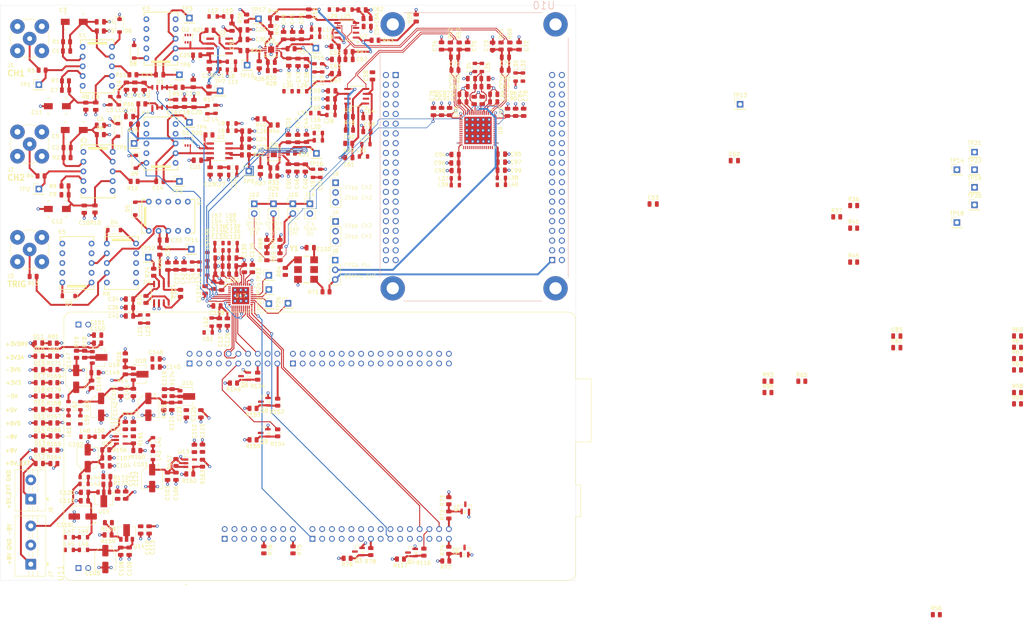
<source format=kicad_pcb>
(kicad_pcb (version 20241229) (generator "pcbnew") (generator_version "9.0")
  (layers (0 "F.Cu" signal) (4 "In1.Cu" mixed "Power.Cu") (6 "In2.Cu" power "GND.Cu") (2 "B.Cu" signal) (13 "F.Paste" user) (15 "B.Paste" user) (5 "F.SilkS" user "F.Silkscreen") (7 "B.SilkS" user "B.Silkscreen") (1 "F.Mask" user) (3 "B.Mask" user) (25 "Edge.Cuts" user))
  (net 0 "")
  (net 1 "AN_TRIGGER_P")
  (net 2 "AN_TRIGGER_N")
  (net 3 "+3V3")
  (net 4 "GND")
  (net 5 "Net-(D1A-K3A4)")
  (net 6 "Net-(C1-Pad2)")
  (net 7 "Net-(C9-Pad1)")
  (net 8 "-3V5")
  (net 9 "Net-(D2A-K3A4)")
  (net 10 "+1V5_VOCM_CH1")
  (net 11 "+6V5")
  (net 12 "Net-(C2-Pad2)")
  (net 13 "Net-(C7-Pad1)")
  (net 14 "Net-(U4-V+)")
  (net 15 "Net-(C11-Pad1)")
  (net 16 "Net-(C13-Pad1)")
  (net 17 "Net-(U15-VI)")
  (net 18 "Net-(C14-Pad1)")
  (net 19 "Net-(U1C-V-)")
  (net 20 "Net-(U1C-V+)")
  (net 21 "Net-(U2--VS)")
  (net 22 "Net-(U2-+VS)")
  (net 23 "Net-(U3--VS)")
  (net 24 "Net-(U16-VI)")
  (net 25 "Net-(U3-+VS)")
  (net 26 "Net-(C33-Pad1)")
  (net 27 "Net-(C33-Pad2)")
  (net 28 "Net-(U4-V-)")
  (net 29 "Net-(U5-VPOS)")
  (net 30 "Net-(U6-VNEG)")
  (net 31 "Net-(U5-VNEG)")
  (net 32 "Net-(U6-VPOS)")
  (net 33 "Net-(U7-V+)")
  (net 34 "Net-(U7-V-)")
  (net 35 "Net-(U7-+IN)")
  (net 36 "Net-(U7--IN)")
  (net 37 "Net-(U8-V+)")
  (net 38 "Net-(U8-V-)")
  (net 39 "Net-(U8-+IN)")
  (net 40 "Net-(U8--IN)")
  (net 41 "+1V5_VOCM_CH2")
  (net 42 "Net-(J4-Pin_1)")
  (net 43 "Net-(C94-Pad1)")
  (net 44 "Net-(C95-Pad1)")
  (net 45 "Net-(U13-VIN)")
  (net 46 "Net-(U12-VIN)")
  (net 47 "Net-(U4--IN)")
  (net 48 "Net-(U14-VI)")
  (net 49 "Net-(U4-+IN)")
  (net 50 "Net-(U17-LDAC)")
  (net 51 "+5V_EXT")
  (net 52 "+8V")
  (net 53 "TRIGG_1")
  (net 54 "TRIGG_2")
  (net 55 "TRIGGER_AC_DC")
  (net 56 "+VDD_FILTERED")
  (net 57 "Net-(C140-Pad2)")
  (net 58 "Net-(C141-Pad2)")
  (net 59 "Net-(U18-VI)")
  (net 60 "AC_DC_CH1")
  (net 61 "AC_DC_CH2")
  (net 62 "Net-(D15-K)")
  (net 63 "Net-(D16-K)")
  (net 64 "Net-(D17-K)")
  (net 65 "Net-(D18-K)")
  (net 66 "Net-(D19-K)")
  (net 67 "Net-(U17-REF)")
  (net 68 "Net-(U17-REFCMP)")
  (net 69 "AN_TRIGGER_CH1")
  (net 70 "+3V3A")
  (net 71 "AN_TRIGGER_CH2")
  (net 72 "EXT_TRIGGER_LEVEL")
  (net 73 "Net-(C131-Pad1)")
  (net 74 "Net-(C132-Pad1)")
  (net 75 "Net-(U17-VAA)")
  (net 76 "Net-(D12-K)")
  (net 77 "CH1_GAIN_DAC")
  (net 78 "Net-(D13-K)")
  (net 79 "CH2_GAIN_DAC")
  (net 80 "Net-(D14-K)")
  (net 81 "Net-(J3-In)")
  (net 82 "Net-(J4-Pin_2)")
  (net 83 "Net-(K1-Pad3)")
  (net 84 "Net-(U5-VOUT)")
  (net 85 "Net-(U19-VI)")
  (net 86 "Net-(K2-Pad8)")
  (net 87 "TRIGGER_THRESHOLD")
  (net 89 "Net-(U5-INPN)")
  (net 90 "Net-(U5-PRAO)")
  (net 91 "+3V3DRV")
  (net 92 "CH1_ATTEN")
  (net 93 "CH2_ATTEN")
  (net 94 "Net-(U5-INPP)")
  (net 95 "Net-(J8-Pin_2)")
  (net 96 "-5V")
  (net 97 "Net-(J10-Pin_2)")
  (net 98 "Net-(L1-Pad1)")
  (net 99 "Net-(L2-Pad1)")
  (net 100 "Net-(U5-GAIN)")
  (net 101 "Net-(L5-Pad1)")
  (net 102 "Net-(L6-Pad1)")
  (net 103 "Net-(U16-ADJ)")
  (net 104 "Net-(L11-Pad2)")
  (net 105 "Net-(L10-Pad1)")
  (net 106 "Net-(L13-Pad2)")
  (net 107 "Net-(U10A-GPIO-0_VCC_SYS)")
  (net 108 "Net-(C2-Pad1)")
  (net 109 "Net-(U10A-GPIO-0_VCC3P3)")
  (net 110 "Net-(U10B-GPIO-1_VCC_SYS)")
  (net 111 "Net-(U10B-GPIO-1_VCC3P3)")
  (net 112 "Net-(L14-Pad2)")
  (net 113 "Net-(L15-Pad2)")
  (net 114 "Net-(U14-ADJ)")
  (net 115 "Net-(L16-Pad2)")
  (net 116 "-8V")
  (net 117 "Net-(Q6-G)")
  (net 118 "TRIGG_2_MCU")
  (net 119 "Net-(L21-Pad1)")
  (net 120 "Net-(L22-Pad1)")
  (net 121 "Net-(L25-Pad1)")
  (net 122 "Net-(U15-ADJ)")
  (net 123 "Net-(C10-Pad1)")
  (net 124 "Net-(Y1-E{slash}D)")
  (net 125 "Net-(L26-Pad1)")
  (net 126 "GPIO_PE0")
  (net 127 "Net-(C1-Pad1)")
  (net 128 "GPIO_PE4")
  (net 129 "Net-(L27-Pad1)")
  (net 130 "GPIO_PE5")
  (net 131 "Net-(L28-Pad1)")
  (net 132 "Net-(L33-Pad2)")
  (net 133 "GPIO_PE6")
  (net 134 "GPIO_PE9")
  (net 135 "Net-(L34-Pad2)")
  (net 136 "GPIO_PE11")
  (net 137 "Net-(L37-Pad1)")
  (net 138 "GPIO_PE13")
  (net 139 "Net-(L38-Pad1)")
  (net 140 "Net-(L41-Pad2)")
  (net 141 "+5V")
  (net 142 "GPIO_0")
  (net 143 "CLOCK_80MHz")
  (net 144 "CLK_FPGA_PLL_50MHz")
  (net 145 "TRIGGER_AC_DC_MCU")
  (net 146 "Net-(J10-Pin_1)")
  (net 147 "Net-(J11-Pin_2)")
  (net 148 "Net-(Q8-G)")
  (net 149 "Net-(Q9-G)")
  (net 150 "Net-(L42-Pad2)")
  (net 152 "Net-(L45-Pad2)")
  (net 153 "Net-(J1-In)")
  (net 154 "Net-(J2-In)")
  (net 155 "Net-(L47-Pad2)")
  (net 156 "Net-(L48-Pad2)")
  (net 157 "AC_DC_CH1_MCU")
  (net 158 "Net-(L51-Pad2)")
  (net 159 "Net-(L53-Pad1)")
  (net 160 "AC_DC_CH2_MCU")
  (net 161 "Net-(L54-Pad1)")
  (net 162 "Net-(L55-Pad1)")
  (net 163 "USART_1_RX")
  (net 164 "Net-(Q2-G)")
  (net 165 "USART_1_TX")
  (net 166 "GPIO_PE15")
  (net 167 "Net-(Q3-G)")
  (net 168 "Net-(Q4-G)")
  (net 169 "GPIO_PE12")
  (net 170 "GPIO_PE10")
  (net 172 "GPIO_PE7")
  (net 174 "Net-(U2-NEG)")
  (net 175 "GPIO_PE8")
  (net 176 "Net-(U1B--)")
  (net 177 "Net-(U1A--)")
  (net 178 "Net-(U3-NEG)")
  (net 180 "Net-(U2-OUTPUT)")
  (net 181 "Net-(U3-OUTPUT)")
  (net 182 "Net-(U6-INPP)")
  (net 183 "GPIO_4")
  (net 184 "GPIO_3")
  (net 185 "Net-(U6-INPN)")
  (net 186 "Net-(U6-PRAO)")
  (net 187 "GPIO_2")
  (net 188 "Net-(U6-GAIN)")
  (net 189 "GPIO_1")
  (net 190 "Net-(U6-VOUT)")
  (net 191 "Net-(R39-Pad1)")
  (net 192 "GPIO_PD1")
  (net 193 "GPIO_PD0")
  (net 194 "Net-(R41-Pad1)")
  (net 195 "GPIO_PD2")
  (net 196 "GPIO_PD5")
  (net 197 "Net-(U11C-D48{slash}SDMMC_CMD)")
  (net 198 "Net-(U11C-VIN_CN8)")
  (net 199 "GPIO_PD4")
  (net 200 "GPIO_PD3")
  (net 201 "Net-(U11C-5V_CN8)")
  (net 202 "GPIO_PD7")
  (net 204 "GPIO_PD6")
  (net 205 "GPIO_PD15")
  (net 206 "Net-(U10A-GPIO_024)")
  (net 207 "Net-(U10A-GPIO_026)")
  (net 208 "Net-(Q1-G)")
  (net 209 "TRIGG_1_MCU")
  (net 210 "SPI_1_CS")
  (net 211 "SPI_1_MOSI")
  (net 212 "SPI_1_MISO")
  (net 213 "SPI_1_SCK")
  (net 217 "DAC_RST")
  (net 222 "DAC_ALM")
  (net 223 "Net-(L59-Pad2)")
  (net 224 "Net-(L61-Pad2)")
  (net 225 "DAC_TEMP")
  (net 226 "Net-(U18-ADJ)")
  (net 227 "Net-(U19-ADJ)")
  (net 228 "CH1_ATTEN_MCU")
  (net 229 "DAC_CLR")
  (net 230 "CH2_ATTEN_MCU")
  (net 235 "ADC_A_13")
  (net 237 "OE_B")
  (net 238 "ADC_B_13")
  (net 239 "QSPI_CLK{slash}GPIO_1")
  (net 240 "QSPI_IO2{slash}GPIO_4")
  (net 241 "GPIO_22")
  (net 242 "ADC_B_12")
  (net 243 "QSPI_CS{slash}GPIO_0")
  (net 244 "GPIO_10")
  (net 245 "GPIO_9")
  (net 246 "GPIO_6")
  (net 247 "QSPI_IO0{slash}GPIO_2")
  (net 248 "CLIPPING")
  (net 249 "ADC_A_12")
  (net 251 "QSPI_IO3{slash}GPIO_5")
  (net 252 "GPIO_23")
  (net 253 "QSPI_IO1{slash}GPIO_3")
  (net 255 "GPIO_8")
  (net 256 "GPIO_11")
  (net 257 "OVERFLOW")
  (net 259 "OE_A")
  (net 260 "GPIO_20")
  (net 261 "GPIO_7")
  (net 262 "GPIO_21")
  (net 263 "Net-(J5-Pin_2)")
  (net 266 "Net-(K2-Pad3)")
  (net 267 "Net-(K1-Pad8)")
  (net 269 "Net-(U12-EN)")
  (net 270 "Net-(U13-EN)")
  (net 271 "Net-(U12-ADJ)")
  (net 272 "Net-(U13-ADJ)")
  (net 319 "ADC_A_10")
  (net 320 "ADC_A_8")
  (net 321 "ADC_A_4")
  (net 322 "ADC_A_5")
  (net 323 "ADC_A_9")
  (net 324 "ADC_A_6")
  (net 325 "ADC_A_2")
  (net 326 "ADC_A_7")
  (net 327 "ADC_A_3")
  (net 328 "ADC_A_11")
  (net 329 "ADC_A_0")
  (net 330 "ADC_A_1")
  (net 331 "ADC_B_0")
  (net 332 "ADC_B_1")
  (net 333 "ADC_B_2")
  (net 334 "ADC_B_3")
  (net 335 "ADC_B_4")
  (net 336 "ADC_B_5")
  (net 337 "ADC_B_6")
  (net 338 "ADC_B_7")
  (net 339 "ADC_B_8")
  (net 340 "ADC_B_9")
  (net 341 "ADC_B_10")
  (net 342 "ADC_B_11")
  (net 359 "CH1_OFFSET_DAC")
  (net 362 "CH2_OFFSET_DAC")
  (net 367 "Net-(K5-Pad3)")
  (net 368 "CH1_CH_N")
  (net 369 "CH1_CH_P")
  (net 370 "CH2_CH_P")
  (net 371 "CH2_CH_N")
  (net 372 "/analog_inputs/CH1_SYM_OUT_P")
  (net 373 "/analog_inputs/CH1_SYM_OUT_N")
  (net 374 "/analog_inputs/CH2_SYM_OUT_P")
  (net 375 "/analog_inputs/CH2_SYM_OUT_N")
  (net 376 "Net-(Y1-OUT)")
  (net 377 "Net-(D10-K)")
  (net 378 "Net-(D11-K)")
  (net 379 "Net-(U11F-GND_CN10-PadCN10_17)")
  (net 389 "Net-(U11D-GND_CN9-PadCN9_12)")
  (net 390 "unconnected-(TP23-Pad1)")
  (net 391 "unconnected-(TP24-Pad1)")
  (net 392 "unconnected-(TP25-Pad1)")
  (net 393 "unconnected-(TP26-Pad1)")
  (footprint "Capacitor_SMD:C_0805_2012Metric" (layer "F.Cu") (at 153.9 153.45 -90)
    (property "Reference" "C144")
    (property "Value" "100nF")
  )
  (footprint "Resistor_SMD:R_0805_2012Metric" (layer "F.Cu") (at 193.7 55.8 180)
    (property "Reference" "R46")
    (property "Value" "499R")
  )
  (footprint "Capacitor_SMD:C_0805_2012Metric" (layer "F.Cu") (at 356.1275 138.755)
    (property "Reference" "C83")
    (property "Value" "2.2uF")
  )
  (footprint "Package_TO_SOT_SMD:SOT-23" (layer "F.Cu") (at 186.2 149.2 180)
    (property "Reference" "Q6")
    (property "Value" "2N7002")
  )
  (footprint "Resistor_SMD:R_0805_2012Metric" (layer "F.Cu") (at 169.12745 73.87745)
    (property "Reference" "R57")
    (property "Value" "10R")
  )
  (footprint "Resistor_SMD:R_0805_2012Metric" (layer "F.Cu") (at 387.5875 153.475)
    (property "Reference" "R58")
    (property "Value" "33R")
  )
  (footprint "Connector_PinHeader_2.54mm:PinHeader_1x02_P2.54mm_Vertical" (layer "F.Cu") (at 188.7 104.26)
    (property "Reference" "J12")
    (property "Value" "Conn_01x02_Pin")
  )
  (footprint "Capacitor_SMD:CP_Elec_5x4.4" (layer "F.Cu") (at 149.9 196.9 -90)
    (property "Reference" "C105")
    (property "Value" "10uF")
  )
  (footprint "Inductor_SMD:L_0805_2012Metric" (layer "F.Cu") (at 205.4 87.7 180)
    (property "Reference" "L20")
    (property "Value" "LCBB-601")
  )
  (footprint "Capacitor_SMD:C_0805_2012Metric" (layer "F.Cu") (at 156.2 133.5)
    (property "Reference" "C41")
    (property "Value" "10uF")
  )
  (footprint "Capacitor_SMD:C_0805_2012Metric" (layer "F.Cu") (at 239.6 80.2 90)
    (property "Reference" "C88")
    (property "Value" "100nF")
  )
  (footprint "Capacitor_SMD:C_0805_2012Metric" (layer "F.Cu") (at 139.95 89.6)
    (property "Reference" "C2")
    (property "Value" "DNP")
  )
  (footprint "Inductor_SMD:L_0805_2012Metric" (layer "F.Cu") (at 246.2 68.7 90)
    (property "Reference" "L34")
    (property "Value" "0.68uH, 0.8Ohm")
  )
  (footprint "KiCad:XLL735080000000I" (layer "F.Cu") (at 202.2 121.4 -90)
    (property "Reference" "Y1")
    (property "Value" "XLL735080.000000I" (hide yes))
  )
  (footprint "Resistor_SMD:R_0805_2012Metric" (layer "F.Cu") (at 131.0875 123.2)
    (property "Reference" "R13")
    (property "Value" "33R")
  )
  (footprint "Package_TO_SOT_SMD:SOT-23" (layer "F.Cu") (at 243.5 194.8 90)
    (property "Reference" "Q2")
    (property "Value" "2N7002")
  )
  (footprint "Resistor_SMD:R_0805_2012Metric" (layer "F.Cu") (at 193.15 67.35)
    (property "Reference" "R30")
    (property "Value" "100 R")
  )
  (footprint "Capacitor_SMD:C_0805_2012Metric" (layer "F.Cu") (at 179.5 122.6 180)
    (property "Reference" "C132")
    (property "Value" "100pF")
  )
  (footprint "Inductor_SMD:L_0805_2012Metric" (layer "F.Cu") (at 179.5 114.5 180)
    (property "Reference" "L57")
    (property "Value" "0.68uH, 0.8Ohm")
  )
  (footprint "Capacitor_SMD:C_0805_2012Metric" (layer "F.Cu") (at 253.1 91.3)
    (property "Reference" "C95")
    (property "Value" "100nF")
  )
  (footprint "Capacitor_SMD:C_0805_2012Metric" (layer "F.Cu") (at 246 77.3 90)
    (property "Reference" "C93")
    (property "Value" "100nF")
  )
  (footprint "Inductor_SMD:L_0805_2012Metric" (layer "F.Cu") (at 144.2 194.5)
    (property "Reference" "L46")
    (property "Value" "LCBB-601")
  )
  (footprint "Capacitor_SMD:C_0805_2012Metric" (layer "F.Cu") (at 168.3 120.5 -90)
    (property "Reference" "C37")
    (property "Value" "1uF")
  )
  (footprint "Capacitor_SMD:C_0805_2012Metric" (layer "F.Cu") (at 165.1 157.05 -90)
    (property "Reference" "C119")
    (property "Value" "10uF")
  )
  (footprint "Resistor_SMD:R_0805_2012Metric" (layer "F.Cu") (at 226.8 196.9 180)
    (property "Reference" "R117")
    (property "Value" "10k")
  )
  (footprint "Capacitor_SMD:C_0805_2012Metric" (layer "F.Cu") (at 177 68.15 90)
    (property "Reference" "C29")
    (property "Value" "1uF")
  )
  (footprint "Resistor_SMD:R_0805_2012Metric" (layer "F.Cu") (at 193.9 83.7 180)
    (property "Reference" "R44")
    (property "Value" "499R")
  )
  (footprint "Connector_PinHeader_2.54mm:PinHeader_1x01_P2.54mm_Vertical" (layer "F.Cu") (at 376.3875 95.365)
    (property "Reference" "TP22")
    (property "Value" "TestPoint")
  )
  (footprint "Resistor_SMD:R_0805_2012Metric" (layer "F.Cu") (at 136.4875 157.9)
    (property "Reference" "R168")
    (property "Value" "800")
  )
  (footprint "Package_TO_SOT_SMD:SOT-89-3" (layer "F.Cu") (at 148.45 144.3)
    (property "Reference" "U19")
    (property "Value" "AZ1117-ADJ")
  )
  (footprint "Inductor_SMD:L_0805_2012Metric" (layer "F.Cu") (at 183.1 94.8 180)
    (property "Reference" "L5")
    (property "Value" "LCBB-601")
  )
  (footprint "Resistor_SMD:R_0805_2012Metric" (layer "F.Cu") (at 136.4875 150.9)
    (property "Reference" "R169")
    (property "Value" "300")
  )
  (footprint "Capacitor_SMD:C_0805_2012Metric" (layer "F.Cu") (at 173.9 92.9 180)
    (property "Reference" "C21")
    (property "Value" "100nF")
  )
  (footprint "Inductor_SMD:L_0805_2012Metric" (layer "F.Cu") (at 248 68.7 -90)
    (property "Reference" "L36")
    (property "Value" "LCBB-601")
  )
  (footprint "LED_SMD:LED_0805_2012Metric" (layer "F.Cu") (at 132.7 157.86 180)
    (property "Reference" "D16")
    (property "Value" "LED")
  )
  (footprint "Inductor_SMD:L_0805_2012Metric" (layer "F.Cu") (at 209.3375 53.6)
    (property "Reference" "L29")
    (property "Value" "0.68uH, 0.8Ohm")
  )
  (footprint "Capacitor_SMD:C_0805_2012Metric" (layer "F.Cu") (at 186.5 85.3 180)
    (property "Reference" "C28")
    (property "Value" "10uF")
  )
  (footprint "Connector_PinHeader_2.54mm:PinHeader_1x02_P2.54mm_Vertical" (layer "F.Cu") (at 198.769047 104.26)
    (property "Reference" "J10")
    (property "Value" "Conn_01x02_Pin")
  )
  (footprint "Connector_PinHeader_2.54mm:PinHeader_1x01_P2.54mm_Vertical" (layer "F.Cu") (at 179.8 74.8)
    (property "Reference" "TP7")
    (property "Value" "TestPoint")
  )
  (footprint "Resistor_SMD:R_0805_2012Metric" (layer "F.Cu") (at 188.3875 157.6 180)
    (property "Reference" "R153")
    (property "Value" "10k")
  )
  (footprint "OPA656:SOIC127P599X175-8N" (layer "F.Cu") (at 179.67 63.105)
    (property "Reference" "U3")
    (property "Value" "OPA656U")
  )
  (footprint "Connector_PinHeader_2.54mm:PinHeader_1x01_P2.54mm_Vertical" (layer "F.Cu") (at 192.5 126.6)
    (property "Reference" "TP24")
    (property "Value" "TestPoint")
  )
  (footprint "Resistor_SMD:R_0805_2012Metric" (layer "F.Cu") (at 167.3 153.4875 90)
    (property "Reference" "R174")
    (property "Value" "120")
  )
  (footprint "Resistor_SMD:R_0805_2012Metric" (layer "F.Cu") (at 230.9 55.8 90)
    (property "Reference" "R39")
    (property "Value" "33R")
  )
  (footprint "Connector_PinHeader_2.54mm:PinHeader_1x03_P2.54mm_Vertical" (layer "F.Cu") (at 209.9 98.76)
    (property "Reference" "J5")
    (property "Value" "Conn_01x03_Pin")
  )
  (footprint "Capacitor_SMD:C_Trimmer_Murata_TZB4-A" (layer "F.Cu") (at 141.8 56.8)
    (property "Reference" "C3")
    (property "Value" "2.0-10.0pF")
  )
  (footprint "Connector_PinHeader_2.54mm:PinHeader_1x03_P2.54mm_Vertical" (layer "F.Cu") (at 209.8 118.94)
    (property "Reference" "J8")
    (property "Value" "Conn_01x03_Pin")
  )
  (footprint "Capacitor_SMD:C_0805_2012Metric" (layer "F.Cu") (at 157.2 153.45 -90)
    (property "Reference" "C143")
    (property "Value" "10uF")
  )
  (footprint "Inductor_SMD:L_0805_2012Metric" (layer "F.Cu") (at 176.5 121.8 -90)
    (property "Reference" "L53")
    (property "Value" "LCBB-601")
  )
  (footprint "Capacitor_SMD:C_0805_2012Metric" (layer "F.Cu") (at 147.9 138.5 180)
    (property "Reference" "C151")
    (property "Value" "10uF")
  )
  (footprint "Resistor_SMD:R_0805_2012Metric" (layer "F.Cu") (at 139.93 92.2)
    (property "Reference" "R2")
    (property "Value" "990k")
  )
  (footprint "Package_TO_SOT_SMD:SOT-23" (layer "F.Cu") (at 191.3 164 180)
    (property "Reference" "Q9")
    (property "Value" "2N7002")
  )
  (footprint "Resistor_SMD:R_0805_2012Metric" (layer "F.Cu") (at 387.5875 144.625)
    (property "Reference" "R62")
    (property "Value" "0R")
  )
  (footprint "Capacitor_SMD:C_0805_2012Metric" (layer "F.Cu") (at 139.4 101.9)
    (property "Reference" "C9")
    (property "Value" "390pF")
  )
  (footprint "Capacitor_SMD:C_0805_2012Metric" (layer "F.Cu") (at 197.6 94.85 -90)
    (property "Reference" "C50")
    (property "Value" "100nF")
  )
  (footprint "Capacitor_SMD:C_0805_2012Metric" (layer "F.Cu") (at 144.45 181.7 180)
    (property "Reference" "C118")
    (property "Value" "10uF")
  )
  (footprint "OPA656:SOIC127P599X175-8N" (layer "F.Cu") (at 179.67 90.435)
    (property "Reference" "U2")
    (property "Value" "OPA656U")
  )
  (footprint "Capacitor_SMD:C_0805_2012Metric" (layer "F.Cu") (at 170.4 120.5 -90)
    (property "Reference" "C42")
    (property "Value" "10uF")
  )
  (footprint "Capacitor_SMD:CP_Elec_5x4.4" (layer "F.Cu") (at 161.1 157.2 -90)
    (property "Reference" "C117")
    (property "Value" "10uF")
  )
  (footprint "LED_SMD:LED_0805_2012Metric" (layer "F.Cu") (at 132.5125 140.55 180)
    (property "Reference" "D11")
    (property "Value" "LED")
  )
  (footprint "Resistor_SMD:R_0805_2012Metric" (layer "F.Cu") (at 193.15 69.5)
    (property "Reference" "R28")
    (property "Value" "100 R")
  )
  (footprint "Capacitor_SMD:C_0805_2012Metric" (layer "F.Cu") (at 186.45 87.4 180)
    (property "Reference" "C24")
    (property "Value" "1uF")
  )
  (footprint "Resistor_SMD:R_0805_2012Metric" (layer "F.Cu") (at 189.6 149.2 90)
    (property "Reference" "R134")
    (property "Value" "220R")
  )
  (footprint "Resistor_SMD:R_0805_2012Metric" (layer "F.Cu") (at 212.9125 196.7 180)
    (property "Reference" "R79")
    (property "Value" "10k")
  )
  (footprint "Resistor_SMD:R_0805_2012Metric" (layer "F.Cu") (at 157.0875 70.6)
    (property "Reference" "R11")
    (property "Value" "33R")
  )
  (footprint "Resistor_SMD:R_0805_2012Metric" (layer "F.Cu") (at 150.3 177.4)
    (property "Reference" "R172")
    (property "Value" "120")
  )
  (footprint "Inductor_SMD:L_0805_2012Metric" (layer "F.Cu") (at 241.1 97.6)
    (property "Reference" "L37")
    (property "Value" "LCBB-601")
  )
  (footprint "Connector_PinHeader_2.54mm:PinHeader_1x01_P2.54mm_Vertical" (layer "F.Cu") (at 376.3875 104.545)
    (property "Reference" "TP20")
    (property "Value" "TestPoint")
  )
  (footprint "Capacitor_SMD:C_0805_2012Metric" (layer "F.Cu") (at 198.7 60.4 -90)
    (property "Reference" "C45")
    (property "Value" "1uF")
  )
  (footprint "Resistor_SMD:R_0805_2012Metric" (layer "F.Cu") (at 148.6 86.2)
    (property "Reference" "R6")
    (property "Value" "10k")
  )
  (footprint "Resistor_SMD:R_0805_2012Metric" (layer "F.Cu") (at 157.2 165.8 90)
    (property "Reference" "R161")
    (property "Value" "120k")
  )
  (footprint "Connector_PinHeader_2.54mm:PinHeader_1x01_P2.54mm_Vertical" (layer "F.Cu") (at 171.8 55.8)
    (property "Reference" "TP3")
    (property "Value" "TestPoint")
  )
  (footprint "Inductor_SMD:L_0805_2012Metric" (layer "F.Cu") (at 204 96.3 90)
    (property "Reference" "L19")
    (property "Value" "LCBB-601")
  )
  (footprint "Capacitor_SMD:C_0805_2012Metric" (layer "F.Cu") (at 256.8 80.4 90)
    (property "Reference" "C84")
    (property "Value" "1uF")
  )
  (footprint "Resistor_SMD:R_0805_2012Metric" (layer "F.Cu") (at 219.0625 194.95 90)
    (property "Reference" "R78")
    (property "Value" "220R")
  )
  (footprint "Resistor_SMD:R_0805_2012Metric" (layer "F.Cu") (at 344.8875 110.605)
    (property "Reference" "R41")
    (property "Value" "33R")
  )
  (footprint "Capacitor_SMD:C_0805_2012Metric" (layer "F.Cu") (at 164.1 98.4)
    (property "Reference" "C14")
    (property "Value" "22nF")
  )
  (footprint "Capacitor_SMD:C_0805_2012Metric" (layer "F.Cu") (at 183.1 118.4)
    (property "Reference" "C139")
    (property "Value" "1uF")
  )
  (footprint "Resistor_SMD:R_0805_2012Metric" (layer "F.Cu") (at 193.8 97)
    (property "Reference" "R29")
    (property "Value" "100 R")
  )
  (footprint "Resistor_SMD:R_0805_2012Metric" (layer "F.Cu") (at 387.5875 141.675)
    (property "Reference" "R61")
    (property "Value" "DNP")
  )
  (footprint "Capacitor_SMD:C_0805_2012Metric" (layer "F.Cu") (at 197.6 87.25 90)
    (property "Reference" "C51")
    (property "Value" "100nF")
  )
  (footprint "Inductor_SMD:L_0805_2012Metric" (layer "F.Cu") (at 201.3 74.9)
    (property "Reference" "L26")
    (property "Value" "LCBB-601")
  )
  (footprint "Resistor_SMD:R_0805_2012Metric" (layer "F.Cu") (at 242.1 63.1125 90)
    (property "Reference" "R53")
    (property "Value" "25R")
  )
  (footprint "Connector_PinHeader_2.54mm:PinHeader_1x01_P2.54mm_Vertical" (layer "F.Cu") (at 161.1 118.2)
    (property "Reference" "TP12")
    (property "Value" "TestPoint")
  )
  (footprint "Capacitor_SMD:C_0805_2012Metric" (layer "F.Cu") (at 166.2 120.55 90)
    (property "Reference" "C35")
    (property "Value" "100nF")
  )
  (footprint "Resistor_SMD:R_0805_2012Metric" (layer "F.Cu") (at 139.8 62)
    (property "Reference" "R1")
    (property "Value" "990k")
  )
  (footprint "Inductor_SMD:L_0805_2012Metric" (layer "F.Cu") (at 182.75 67.2 180)
    (property "Reference" "L8")
    (property "Value" "LCBB-601")
  )
  (footprint "Capacitor_SMD:C_0805_2012Metric" (layer "F.Cu") (at 237.5 63.1 -90)
    (property "Reference" "C74")
    (property "Value" "DNP")
  )
  (footprint "Resistor_SMD:R_0805_2012Metric" (layer "F.Cu") (at 144.5 143.4875 90)
    (property "Reference" "R18")
    (property "Value" "120")
  )
  (footprint "Capacitor_SMD:C_0805_2012Metric" (layer "F.Cu") (at 213.35 92.2 180)
    (property "Reference" "C61")
    (property "Value" "DNP")
  )
  (footprint "Capacitor_SMD:C_0805_2012Metric" (layer "F.Cu") (at 219.5 70.9 90)
    (property "Reference" "C58")
    (property "Value" "100nF")
  )
  (footprint "Inductor_SMD:L_0805_2012Metric" (layer "F.Cu") (at 178 55.4)
    (property "Reference" "L12")
    (property "Value" "0.68uH, 0.8Ohm")
  )
  (footprint "TQ2-5V:TQ2" (layer "F.Cu") (at 166.3 107.5)
    (property "Reference" "K7")
    (property "Value" "TQ2-5V")
  )
  (footprint "ul_DAC61408RHAR:QFN_08RHAT_TEX-L" (layer "F.Cu") (at 185.150063 128.2044)
    (property "Reference" "U17")
    (property "Value" "DAC61408RHAR")
  )
  (footprint "LED_SMD:LED_0805_2012Metric" (layer "F.Cu") (at 132.7 161.4 180)
    (property "Reference" "D15")
    (property "Value" "LED")
  )
  (footprint "Capacitor_SMD:C_0805_2012Metric" (layer "F.Cu") (at 147.2 148.3)
    (property "Reference" "C149")
    (property "Value" "100nF")
  )
  (footprint "Resistor_SMD:R_0805_2012Metric" (layer "F.Cu") (at 344.8875 104.705)
    (property "Reference" "R36")
    (property "Value" "25R")
  )
  (footprint "Package_TO_SOT_SMD:SOT-23" (layer "F.Cu") (at 229.7 195.2 180)
    (property "Reference" "Q4")
    (property "Value" "2N7002")
  )
  (footprint "Connector_PinHeader_2.54mm:PinHeader_1x02_P2.54mm_Vertical" (layer "F.Cu") (at 193.7 104.26)
    (property "Reference" "J11")
    (property "Value" "Conn_01x02_Pin")
  )
  (footprint "Resistor_SMD:R_0805_2012Metric" (layer "F.Cu") (at 190.3 95.5875 -90)
    (property "Reference" "R27")
    (property "Value" "49.9 R")
  )
  (footprint "Capacitor_SMD:C_0805_2012Metric" (layer "F.Cu") (at 186.4 89.5)
    (property "Reference" "C22")
    (property "Value" "100nF")
  )
  (footprint "AD8138ARZ:R_8_ADI-L" (layer "F.Cu") (at 215.4 76.205 180)
    (property "Reference" "U8")
    (property "Value" "AD8138ARZ")
  )
  (footprint "LED_SMD:LED_0805_2012Metric" (layer "F.Cu") (at 132.7 154.4 180)
    (property "Reference" "D18")
    (property "Value" "LED")
  )
  (footprint "Inductor_SMD:L_0805_2012Metric" (layer "F.Cu") (at 144.4 175.5 180)
    (property "Reference" "L44")
    (property "Value" "LCBB-601")
  )
  (footprint "Capacitor_SMD:C_0805_2012Metric" (layer "F.Cu") (at 292.65 104.3)
    (property "Reference" "C53")
    (property "Value" "DNP")
  )
  (footprint "Resistor_SMD:R_0805_2012Metric" (layer "F.Cu") (at 136.4125 144)
    (property "Reference" "R80")
    (property "Value" "300")
  )
  (footprint "Capacitor_SMD:C_0805_2012Metric" (layer "F.Cu") (at 248.8 71.6)
    (property "Reference" "C77")
    (property "Value" "10uF")
  )
  (footprint "Capacitor_SMD:C_0805_2012Metric" (layer "F.Cu") (at 175.9 126.7 -90)
    (property "Reference" "C137")
    (property "Value" "1uF")
  )
  (footprint "Connector_Coaxial:BNC_TEConnectivity_1478204_Vertical" (layer "F.Cu") (at 130.175 88.675)
    (property "Reference" "J2")
    (property "Value" "Conn_Coaxial")
  )
  (footprint "Connector_PinHeader_2.54mm:PinHeader_1x01_P2.54mm_Vertical" (layer "F.Cu") (at 186.85 68.1)
    (property "Reference" "TP10")
    (property "Value" "TestPoint")
  )
  (footprint "Capacitor_SMD:C_0805_2012Metric" (layer "F.Cu") (at 251.1 77.7)
    (property "Reference" "C90")
    (property "Value" "0.1uF")
  )
  (footprint "Capacitor_SMD:C_Trimmer_Murata_TZB4-A" (layer "F.Cu") (at 137.4 105.6 180)
    (property "Reference" "C12")
    (property "Value" "2.0-6.0pF")
  )
  (footprint "Connector_PinHeader_2.54mm:PinHeader_1x01_P2.54mm_Vertical" (layer "F.Cu") (at 376.3875 99.955)
    (property "Reference" "TP19")
    (property "Value" "TestPoint")
  )
  (footprint "Resistor_SMD:R_0805_2012Metric" (layer "F.Cu") (at 193.8 94.9)
    (property "Reference" "R33")
    (property "Value" "100 R")
  )
  (footprint "Resistor_SMD:R_0805_2012Metric" (layer "F.Cu") (at 387.5875 147.575)
    (property "Reference" "R63")
    (property "Value" "DNP")
  )
  (footprint "Resistor_SMD:R_0805_2012Metric" (layer "F.Cu") (at 155.1 144.1875 90)
    (property "Reference" "R16")
    (property "Value" "200")
  )
  (footprint "Capacitor_SMD:CP_Elec_5x4.4" (layer "F.Cu") (at 148.8 157.2 -90)
    (property "Reference" "C142")
    (property "Value" "10uF")
  )
  (footprint "TerminalBlock:TerminalBlock_MaiXu_MX126-5.0-03P_1x03_P5.00mm" (layer "F.Cu") (at 130.4675 198.25 90)
    (property "Reference" "J7")
    (property "Value" "Screw_Terminal_01x03")
  )
  (footprint "Resistor_SMD:R_0805_2012Metric" (layer "F.Cu") (at 198.4 91)
    (property "Reference" "R35")
    (property "Value" "25R")
  )
  (footprint "LED_SMD:LED_0805_2012Metric" (layer "F.Cu") (at 132.7 150.9 180)
    (property "Reference" "D17")
    (property "Value" "LED")
  )
  (footprint "Capacitor_SMD:C_0805_2012Metric" (layer "F.Cu") (at 250.8 63.15 -90)
    (property "Reference" "C73")
    (property "Value" "DNP")
  )
  (footprint "Resistor_SMD:R_0805_2012Metric" (layer "F.Cu") (at 136.325 140.6)
    (property "Reference" "R81")
    (property "Value" "300")
  )
  (footprint "Capacitor_SMD:C_0805_2012Metric" (layer "F.Cu") (at 148.6 83.8)
    (property "Reference" "C6")
    (property "Value" "360pF")
  )
  (footprint "Package_TO_SOT_SMD:SOT-23" (layer "F.Cu") (at 191.3625 155.85 180)
    (property "Reference" "Q8")
    (property "Value" "2N7002")
  )
  (footprint "Capacitor_SMD:C_0805_2012Metric" (layer "F.Cu") (at 200 87.25 -90)
    (property "Reference" "C47")
    (property "Value" "1uF")
  )
  (footprint "Inductor_SMD:L_0805_2012Metric" (layer "F.Cu") (at 140.3 156.9 90)
    (property "Reference" "L62")
    (property "Value" "LCBB-601")
  )
  (footprint "Inductor_SMD:L_0805_2012Metric" (layer "F.Cu") (at 183.2 114.5)
    (property "Reference" "L58")
    (property "Value" "0.68uH, 0.8Ohm")
  )
  (footprint "Resistor_SMD:R_0805_2012Metric" (layer "F.Cu") (at 192 114.5875 90)
    (property "Reference" "R68")
    (property "Value" "20k")
  )
  (footprint "Capacitor_SMD:C_0805_2012Metric" (layer "F.Cu") (at 177.2 95.7 90)
    (property "Reference" "C23")
    (property "Value" "1uF")
  )
  (footprint "Capacitor_SMD:C_0805_2012Metric" (layer "F.Cu") (at 183.1 122.6)
    (property "Reference" "C133")
    (property "Value" "100pF")
  )
  (footprint "Resistor_SMD:R_0805_2012Metric" (layer "F.Cu") (at 144.8 78.78 -90)
    (property "Reference" "R8")
    (property "Value" "953k")
  )
  (footprint "Resistor_SMD:R_0805_2012Metric" (layer "F.Cu") (at 169.5 127.6 90)
    (property "Reference" "R32")
    (property "Value" "2M")
  )
  (footprint "Capacitor_SMD:C_0805_2012Metric" (layer "F.Cu") (at 201 60.4 -90)
    (property "Reference" "C39")
    (property "Value" "10uF")
  )
  (footprint "Capacitor_SMD:C_Trimmer_Murata_TZB4-A" (layer "F.Cu") (at 141.8 85)
    (property "Reference" "C5")
    (property "Value" "2.0-10.0pF")
  )
  (footprint "Inductor_SMD:L_0805_2012Metric" (layer "F.Cu") (at 256.8 71.2 -90)
    (property "Reference" "L35")
    (property "Value" "LCBB-601")
  )
  (footprint "Capacitor_SMD:C_0805_2012Metric" (layer "F.Cu") (at 208.8 76.9)
    (property "Reference" "C65")
    (property "Value" "1uF")
  )
  (footprint "Resistor_SMD:R_0805_2012Metric" (layer "F.Cu") (at 176.9 74.6 90)
    (property "Reference" "R17")
    (property "Value" "10k")
  )
  (footprint "Resistor_SMD:R_0805_2012Metric" (layer "F.Cu") (at 387.5875 138.725)
    (property "Reference" "R60")
    (property "Value" "0R")
  )
  (footprint "Capacitor_SMD:C_0805_2012Metric" (layer "F.Cu") (at 150.1 172.6)
    (property "Reference" "C104")
    (property "Value" "10uF")
  )
  (footprint "Resistor_SMD:R_0805_2012Metric" (layer "F.Cu") (at 133.43 69.4)
    (property "Reference" "R3")
    (property "Value" "33R")
  )
  (footprint "Capacitor_SMD:C_0805_2012Metric" (layer "F.Cu") (at 179.8 95.7 90)
    (property "Reference" "C27")
    (property "Value" "10uF")
  )
  (footprint "Capacitor_SMD:C_0805_2012Metric" (layer "F.Cu") (at 171 159 -90)
    (property "Reference" "C123")
    (property "Value" "100nF")
  )
  (footprint "Capacitor_SMD:C_0805_2012Metric" (layer "F.Cu") (at 157.2 162.1 90)
    (property "Reference" "C114")
    (property "Value" "100nF")
  )
  (footprint "LED_SMD:LED_0805_2012Metric" (layer "F.Cu") (at 132.7 168.48 180)
    (property "Reference" "D13")
    (property "Value" "LED")
  )
  (footprint "Capacitor_SMD:CP_Elec_5x4.4" (layer "F.Cu") (at 162.1 175.8 -90)
    (property "Reference" "C101")
    (property "Value" "10uF")
  )
  (footprint "TQ2-5V:TQ2" (layer "F.Cu") (at 164.4 61.2 90)
    (property "Reference" "K3")
    (property "Value" "TQ2-5V")
  )
  (footprint "Resistor_SMD:R_0805_2012Metric" (layer "F.Cu") (at 213.5 81.5 180)
    (property "Reference" "R48")
    (property "Value" "499R")
  )
  (footprint "Inductor_SMD:L_0805_2012Metric" (layer "F.Cu") (at 205.9 96.3 -90)
    (property "Reference" "L15")
    (property "Value" "0.68uH, 0.8Ohm")
  )
  (footprint "Capacitor_SMD:C_0805_2012Metric" (layer "F.Cu") (at 209.9 66.6)
    (property "Reference" "C63")
    (property "Value" "1uF")
  )
  (footprint "Resistor_SMD:R_0805_2012Metric" (layer "F.Cu") (at 176.9 86.3 180)
    (property "Reference" "R20")
    (property "Value" "20k")
  )
  (footprint "Resistor_SMD:R_0805_2012Metric" (layer "F.Cu") (at 150.6125 190.6 180)
    (property "Reference" "R159")
    (property "Value" "510")
  )
  (footprint "Package_TO_SOT_SMD:TSOT-23-5" (layer "F.Cu") (at 153.9375 165.85)
    (property "Reference" "U12")
    (property "Value" "ADP7182AUJZ")
  )
  (footprint "Inductor_SMD:L_0805_2012Metric" (layer "F.Cu") (at 162.3 169.9 -90)
    (property "Reference" "L43")
    (property "Value" "LCBB-601")
  )
  (footprint "Inductor_SMD:L_0805_2012Metric" (layer "F.Cu") (at 241.1 99.4 180)
    (property "Reference" "L39")
    (property "Value" "0.68uH, 0.8Ohm")
  )
  (footprint "Diode_SMD:D_SOD-123" (layer "F.Cu") (at 140.35 128.3 180)
    (property "Reference" "D3")
    (property "Value" "1N4148W")
  )
  (footprint "TQ2-5V:TQ2" (layer "F.Cu") (at 164.4 88.52 90)
    (property "Reference" "K4")
    (property "Value" "TQ2-5V")
  )
  (footprint "Capacitor_SMD:C_0805_2012Metric" (layer "F.Cu") (at 253.1 93.4 180)
    (property "Reference" "C97")
    (property "Value" "1uF")
  )
  (footprint "Capacitor_SMD:C_0805_2012Metric" (layer "F.Cu") (at 209.8 63.2 180)
    (property "Reference" "C55")
    (property "Value" "100nF")
  )
  (footprint "Connector_PinHeader_2.54mm:PinHeader_1x03_P2.54mm_Vertical" (layer "F.Cu") (at 209.9 108.86)
    (property "Reference" "J4")
    (property "Value" "Conn_01x03_Pin")
  )
  (footprint "Inductor_SMD:L_0805_2012Metric" (layer "F.Cu") (at 176.5 118 -90)
    (property "Reference" "L56")
    (property "Value" "0.68uH, 0.8Ohm")
  )
  (footprint "Capacitor_SMD:C_0805_2012Metric" (layer "F.Cu") (at 209.9 70.3)
    (property "Reference" "C67")
    (property "Value" "10uF")
  )
  (footprint "Capacitor_SMD:C_0805_2012Metric" (layer "F.Cu") (at 147.9 140.6 180)
    (property "Reference" "C150")
    (property "Value" "100nF")
  )
  (footprint "LED_SMD:LED_0805_2012Metric" (layer "F.Cu") (at 132.7 164.84 180)
    (property "Reference" "D14")
    (property "Value" "LED")
  )
  (footprint "LED_SMD:LED_0805_2012Metric" (layer "F.Cu") (at 132.7 147.5 180)
    (property "Reference" "D19")
    (property "Value" "LED")
  )
  (footprint "Inductor_SMD:L_0805_2012Metric" (layer "F.Cu") (at 178.6 79.6 -90)
    (property "Reference" "L4")
    (property "Value" "0.68uH, 0.8Ohm")
  )
  (footprint "Diode_SMD:D_SOD-123" (layer "F.Cu") (at 153.6 57.8 -90)
    (property "Reference" "D6")
    (property "Value" "1N4148W")
  )
  (footprint "AD8138ARZ:R_8_ADI-L" (layer "F.Cu") (at 212.8 59 180)
    (property "Reference" "U7")
    (property "Value" "AD8138ARZ")
  )
  (footprint "Capacitor_SMD:C_0805_2012Metric" (layer "F.Cu") (at 245.3 71.6 180)
    (property "Reference" "C79")
    (property "Value" "10uF")
  )
  (footprint "Capacitor_SMD:C_0805_2012Metric" (layer "F.Cu") (at 164.05 70.6)
    (property "Reference" "C13")
    (property "Value" "22nF")
  )
  (footprint "Inductor_SMD:L_0805_2012Metric" (layer "F.Cu") (at 177.6 135.1 90)
    (property "Reference" "L52")
    (property "Value" "LCBB-601")
  )
  (footprint "Inductor_SMD:L_0805_2012Metric" (layer "F.Cu") (at 204.5 80.6)
    (property "Reference" "L32")
    (property "Value" "0.68uH, 0.8Ohm")
  )
  (footprint "Connector_PinHeader_2.54mm:PinHeader_1x01_P2.54mm_Vertical" (layer "F.Cu") (at 204.9 91.1)
    (property "Reference" "TP16")
    (property "Value" "TestPoint")
  )
  (footprint "Inductor_SMD:L_0805_2012Metric" (layer "F.Cu") (at 159 134.3 90)
    (property "Reference" "L21")
    (property "Value" "LCBB-601")
  )
  (footprint "Inductor_SMD:L_0805_2012Metric" (layer "F.Cu") (at 140.5 191.2)
    (property "Reference" "L47")
    (property "Value" "0.68uH, 0.8Ohm")
  )
  (footprint "Capacitor_SMD:C_0805_2012Metric" (layer "F.Cu") (at 200.1 67.35 90)
    (property "Reference" "C43")
    (property "Value" "1uF")
  )
  (footprint "Capacitor_SMD:C_0805_2012Metric" (layer "F.Cu") (at 153.9 194.85 -90)
    (property "Reference" "C108")
    (property "Value" "10uF")
  )
  (footprint "Inductor_SMD:L_0805_2012Metric" (layer "F.Cu") (at 217.8 88.7)
    (property "Reference" "L27")
    (property "Value" "LCBB-601")
  )
  (footprint "Resistor_SMD:R_0805_2012Metric" (layer "F.Cu") (at 190 68 -90)
    (property "Reference" "R26")
    (property "Value" "49.9 R")
  )
  (footprint "Resistor_SMD:R_0805_2012Metric" (layer "F.Cu") (at 162.5 122.1 90)
    (property "Reference" "R24")
    (property "Value" "10k")
  )
  (footprint "Inductor_SMD:L_0805_2012Metric" (layer "F.Cu") (at 182.9 83.3 180)
    (property "Reference" "L9")
    (property "Value" "0.68uH, 0.8Ohm")
  )
  (footprint "Inductor_SMD:L_0805_2012Metric" (layer "F.Cu") (at 151.2 77.3375 90)
    (property "Reference" "L3")
    (property "Value" "0.68uH, 0.8Ohm")
  )
  (footprint "Inductor_SMD:L_0805_2012Metric" (layer "F.Cu") (at 140.5 194.5)
    (property "Reference" "L45")
    (property "Value" "0.68uH, 0.8Ohm")
  )
  (footprint "Capacitor_SMD:C_0805_2012Metric" (layer "F.Cu") (at 146.3 151.3 -90)
    (property "Reference" "C148")
    (property "Value" "10uF")
  )
  (footprint "Capacitor_SMD:C_0805_2012Metric" (layer "F.Cu") (at 313.7975 92.995)
    (property "Reference" "C52")
    (property "Value" "DNP")
  )
  (footprint "Capacitor_SMD:C_0805_2012Metric" (layer "F.Cu") (at 170.5 78.05 -90)
    (property "Reference" "C18")
    (property "Value" "1uF")
  )
  (footprint "Resistor_SMD:R_0805_2012Metric" (layer "F.Cu") (at 136.5125 164.8)
    (property "Reference" "R166")
    (property "Value" "1k2")
  )
  (footprint "Capacitor_SMD:C_0805_2012Metric" (layer "F.Cu") (at 237.5 80.2 90)
    (property "Reference" "C80")
    (property "Value" "1uF")
  )
  (footprint "Package_TO_SOT_SMD:SOT-23" (layer "F.Cu") (at 243.7 183.5375 90)
    (property "Reference" "Q1")
    (property "Value" "2N7002")
  )
  (footprint "Inductor_SMD:L_0805_2012Metric" (layer "F.Cu") (at 148.3 165)
    (property "Reference" "L50")
    (property "Value" "LCBB-601")
  )
  (footprint "Capacitor_SMD:C_0805_2012Metric" (layer "F.Cu") (at 175.2 168 90)
    (property "Reference" "C115")
    (property "Value" "100nF")
  )
  (footprint "Inductor_SMD:L_0805_2012Metric" (layer "F.Cu") (at 176.5 79.7 90)
    (property "Reference" "L2")
    (property "Value" "LCBB-601")
  )
  (footprint "Resistor_SMD:R_0805_2012Metric" (layer "F.Cu") (at 195.4 118.075 90)
    (property "Reference" "R69")
    (property "Value" "20k")
  )
  (footprint "Connector_PinHeader_2.54mm:PinHeader_1x01_P2.54mm_Vertical" (layer "F.Cu") (at 371.7975 95.365)
    (property "Reference" "TP14")
    (property "Value" "TestPoint")
  )
  (footprint "Connector_PinHeader_2.54mm:PinHeader_1x01_P2.54mm_Vertical" (layer "F.Cu") (at 315.3 78.3)
    (property "Reference" "TP13")
    (property "Value" "TestPoint")
  )
  (footprint "Resistor_SMD:R_0805_2012Metric" (layer "F.Cu") (at 254.1 69.4125 180)
    (property "Reference" "R54")
    (property "Value" "DNP")
  )
  (footprint "Resistor_SMD:R_0805_2012Metric" (layer "F.Cu") (at 322.5575 150.525)
    (property "Reference" "R93")
    (property "Value" "10kR")
  )
  (footprint "Resistor_SMD:R_0805_2012Metric" (layer "F.Cu") (at 198.3 63.8)
    (property "Reference" "R34")
    (property "Value" "25R")
  )
  (footprint "Capacitor_SMD:C_0805_2012Metric" (layer "F.Cu") (at 251.1 75.7 180)
    (property "Reference" "C86")
    (property "Value" "2.2uF")
  )
  (footprint "Resistor_SMD:R_0805_2012Metric" (layer "F.Cu") (at 164.1 116.6 90)
    (property "Reference" "R25")
    (property "Value" "10k")
  )
  (footprint "Capacitor_SMD:C_0805_2012Metric" (layer "F.Cu") (at 254.15 66.0125 180)
    (property "Reference" "C70")
    (property "Value" "12pF")
  )
  (footprint "Resistor_SMD:R_0805_2012Metric" (layer "F.Cu") (at 213.4125 64.6)
    (property "Reference" "R47")
    (property "Value" "499R")
  )
  (footprint "Resistor_SMD:R_0805_2012Metric" (layer "F.Cu") (at 213.3125 88.5)
    (property "Reference" "R49")
    (property "Value" "499R")
  )
  (footprint "Resistor_SMD:R_0805_2012Metric" (layer "F.Cu") (at 190.4875 82.1 180)
    (property "Reference" "R40")
    (property "Value" "33 R")
  )
  (footprint "Capacitor_SMD:C_0805_2012Metric" (layer "F.Cu") (at 218.15 58)
    (property "Reference" "C54")
    (property "Value" "100nF")
  )
  (footprint "Resistor_SMD:R_0805_2012Metric" (layer "F.Cu") (at 366.44 211.395)
    (property "Reference" "R56")
    (property "Value" "10kR")
  )
  (footprint "Connector_PinHeader_2.54mm:PinHeader_1x01_P2.54mm_Vertical" (layer "F.Cu") (at 204.75 63.65)
    (property "Reference" "TP15")
    (property "Value" "TestPoint")
  )
  (footprint "Capacitor_SMD:C_0805_2012Metric" (layer "F.Cu") (at 148.6 56.8)
    (property "Reference" "C4")
    (property "Value" "360pF")
  )
  (footprint "Capacitor_SMD:C_0805_2012Metric" (layer "F.Cu") (at 197.7 67.3 -90)
    (property "Reference" "C48")
    (property "Value" "100nF")
  )
  (footprint "Resistor_SMD:R_0805_2012Metric" (layer "F.Cu") (at 220.2 61.6)
    (property "Reference" "R43")
    (property "Value" "499R")
  )
  (footprint "Capacitor_SMD:C_0805_2012Metric" (layer "F.Cu") (at 241 93.6)
    (property "Reference" "C96")
    (property "Value" "1uF")
  )
  (footprint "Capacitor_SMD:C_0805_2012Metric" (layer "F.Cu") (at 248.1 77.3 90)
    (property "Reference" "C89")
    (property "Value" "100nF")
  )
  (footprint "Inductor_SMD:L_0805_2012Metric" (layer "F.Cu") (at 144.3625 177.3)
    (property "Reference" "L42")
    (property "Value" "0.68uH, 0.8Ohm")
  )
  (footprint "Resistor_SMD:R_0805_2012Metric" (layer "F.Cu") (at 160.5 129.2 90)
    (property "Reference" "R31")
    (property "Value" "2M")
  )
  (footprint "Capacitor_SMD:C_0805_2012Metric" (layer "F.Cu") (at 202.9 54.5 -90)
    (property "Reference" "C56")
    (property "Value" "DNP")
  )
  (footprint "Inductor_SMD:L_0805_2012Metric" (layer "F.Cu") (at 206.4 68.8 -90)
    (property "Reference" "L13")
    (property "Value" "0.68uH, 0.8Ohm")
  )
  (footprint "Package_TO_SOT_SMD:SOT-363_SC-70-6" (layer "F.Cu") (at 171.4 61.2 -90)
    (property "Reference" "D2")
    (property "Value" "BAV199DW")
  )
  (footprint "Capacitor_SMD:C_0805_2012Metric" (layer "F.Cu") (at 179.5 120.5 180)
    (property "Reference" "C135")
    (property "Value" "0.1uF")
  )
  (footprint "Resistor_SMD:R_0805_2012Metric" (layer "F.Cu") (at 136.4875 154.4)
    (property "Reference" "R170")
    (property "Value" "600")
  )
  (footprint "TQ2-5V:TQ2" (layer "F.Cu") (at 147.8 68.4 -90)
    (property "Reference" "K1")
    (property "Value" "TQ2-5V")
  )
  (footprint "Diode_SMD:D_SOD-123" (layer "F.Cu") (at 157.85 93.3 -90)
    (property "Reference" "D9")
    (property "Value" "1N4148W")
  )
  (footprint "Package_TO_SOT_SMD:SOT-89-3" (layer "F.Cu") (at 171.3 154.5)
    (property "Reference" "U16")
    (property "Value" "AZ1117-ADJ")
  )
  (footprint "Inductor_SMD:L_0805_2012Metric" (layer "F.Cu") (at 208.7 81.1)
    (property "Reference" "L28")
    (property "Value" "LCBB-601")
  )
  (footprint "Inductor_SMD:L_0805_2012Metric" (layer "F.Cu") (at 143.4 156.9 90)
    (property "Reference" "L60")
    (property "Value" "LCBB-601")
  )
  (footprint "Diode_SMD:D_SOD-123" (layer "F.Cu") (at 157.7 105.5 90)
    (property "Reference" "D5")
    (property "Value" "1N4148W")
  )
  (footprint "Resistor_SMD:R_0805_2012Metric" (layer "F.Cu") (at 194.8 163.9875 90)
    (property "Reference" "R154")
    (property "Value" "220R")
  )
  (footprint "Connector_PinHeader_2.54mm:PinHeader_1x01_P2.54mm_Vertical" (layer "F.Cu") (at 192.5 122.9)
    (property "Reference" "TP23")
    (property "Value" "TestPoint")
  )
  (footprint "Connector_Coaxial:BNC_TEConnectivity_1478204_Vertical" (layer "F.Cu") (at 130.175 116.175 90)
    (property "Reference" "J3")
    (property "Value" "Conn_Coaxial")
  )
  (footprint "Inductor_SMD:L_0805_2012Metric" (layer "F.Cu") (at 204.7 58.8)
    (property "Reference" "L14")
    (property "Value" "0.68uH, 0.8Ohm")
  )
  (footprint "Connector_PinHeader_2.54mm:PinHeader_1x01_P2.54mm_Vertical" (layer "F.Cu") (at 187.3 95.7)
    (property "Reference" "TP9")
    (property "Value" "TestPoint")
  )
  (footprint "Resistor_SMD:R_0805_2012Metric" (layer "F.Cu") (at 186.7 55.8 90)
    (property "Reference" "R38")
    (property "Value" "33 R")
  )
  (footprint "Inductor_SMD:L_0805_2012Metric" (layer "F.Cu") (at 172.5 120.5 -90)
    (property "Reference" "L22")
    (property "Value" "LCBB-601")
  )
  (footprint "Resistor_SMD:R_0805_2012Metric" (layer "F.Cu") (at 148.6 59.2)
    (property "Reference" "R5")
    (property "Value" "10k")
  )
  (footprint "Capacitor_SMD:C_0805_2012Metric" (layer "F.Cu") (at 202.3 67.4 90)
    (property "Reference" "C38")
    (property "Value" "10uF")
  )
  (footprint "Inductor_SMD:L_0805_2012Metric" (layer "F.Cu") (at 174.4 120.5 90)
    (property "Reference" "L24")
    (property "Value" "0.68uH, 0.8Ohm")
  )
  (footprint "Capacitor_SMD:C_0805_2012Metric" (layer "F.Cu") (at 179 130.9 180)
    (property "Reference" "C128")
    (property "Value" "100pF")
  )
  (footprint "Inductor_SMD:L_0805_2012Metric" (layer "F.Cu") (at 179.5 116.4)
    (property "Reference" "L54")
    (property "Value" "LCBB-601")
  )
  (footprint "Resistor_SMD:R_0805_2012Metric" (layer "F.Cu") (at 331.3775 150.525)
    (property "Reference" "R65")
    (property "Value" "33R")
  )
  (footprint "Resistor_SMD:R_0805_2012Metric" (layer "F.Cu") (at 194.8 155.9875 90)
    (property "Reference" "R152")
    (property "Value" "220R")
  )
  (footprint "Connector_PinHeader_2.54mm:PinHeader_1x01_P2.54mm_Vertical" (layer "F.Cu") (at 169.2 70.6)
    (property "Reference" "TP6")
    (property "Value" "TestPoint")
  )
  (footprint "Resistor_SMD:R_0805_2012Metric" (layer "F.Cu") (at 171.9 174.7)
    (property "Reference" "R162")
    (property "Value" "68k")
  )
  (footprint "Capacitor_SMD:C_0805_2012Metric" (layer "F.Cu") (at 244.3 63.1 -90)
    (property "Reference" "C75")
    (property "Value" "DNP")
  )
  (footprint "Resistor_SMD:R_0805_2012Metric" (layer "F.Cu") (at 239.4 185.4 -90)
    (property "Reference" "R72")
    (property "Value" "220R")
  )
  (footprint "Capacitor_SMD:C_0805_2012Metric" (layer "F.Cu") (at 168.3 175.3 -90)
    (property "Reference" "C106")
    (property "Value" "100nF")
  )
  (footprint "Capacitor_SMD:C_0805_2012Metric" (layer "F.Cu") (at 172.8 72.9 -90)
    (property "Reference" "C140")
    (property "Value" "100pF")
  )
  (footprint "Connector_PinHeader_2.54mm:PinHeader_1x01_P2.54mm_Vertical" (layer "F.Cu") (at 171.8 83)
    (property "Reference" "TP4")
    (property "Value" "TestPoint")
  )
  (footprint "Inductor_SMD:L_0805_2012Metric" (layer "F.Cu") (at 182.75 69.3)
    (property "Reference" "L11")
    (property "Value" "0.68uH, 0.8Ohm")
  )
  (footprint "Capacitor_SMD:C_0805_2012Metric" (layer "F.Cu") (at 254.7 80.4 90)
    (property "Reference" "C92")
    (property "Value" "100nF")
  )
  (footprint "Resistor_SMD:R_0805_2012Metric" (layer "F.Cu") (at 241 69.4125)
    (property "Reference" "R55")
    (property "Value" "DNP")
  )
  (footprint "Resistor_SMD:R_0805_2012Metric" (layer "F.Cu") (at 133.15 97)
    (property "Reference" "R4")
    (property "Value" "33R")
  )
  (footprint "Resistor_SMD:R_0805_2012Metric" (layer "F.Cu") (at 150.3 175.4 180)
    (property "Reference" "R173")
    (property "Value" "360")
  )
  (footprint "Diode_SMD:D_SOD-123" (layer "F.Cu") (at 153.2 85 -90)
    (property "Reference" "D7")
    (property "Value" "1N4148W")
  )
  (footprint "Capacitor_SMD:C_Trimmer_Murata_TZB4-A" (layer "F.Cu") (at 137.4 78.8 180)
    (property "Reference" "C11")
    (property "Value" "2.0-6.0pF")
  )
  (footprint "LED_SMD:LED_0805_2012Metric" (layer "F.Cu") (at 132.6125 144 180)
    (property "Reference" "D10")
    (property "Value" "LED")
  )
  (footprint "TQ2-5V:TQ2" (layer "F.Cu") (at 154.1 119.7 -90)
    (property "Reference" "K6")
    (property "Value" "TQ2-5V")
  )
  (footprint "Capacitor_SMD:C_0805_2012Metric" (layer "F.Cu") (at 173.1 168.05 90)
    (property "Reference" "C112")
    (property "Value" "10uF")
  )
  (footprint "Resistor_SMD:R_0805_2012Metric" (layer "F.Cu") (at 157.4875 83.5)
    (property "Reference" "R15")
    (property "Value" "10k")
  )
  (footprint "Resistor_SMD:R_0805_2012Metric" (layer "F.Cu") (at 186 64.3)
    (property "Reference" "R23")
    (property "Value" "33R")
  )
  (footprint "Package_DFN_QFN:QFN-64-1EP_9x9mm_P0.5mm_EP7.15x7.15mm" (layer "F.Cu") (at 247 85.13 -90)
    (property "Reference" "U9")
    (property "Value" "LTC2299xUP")
  )
  (footprint "Capacitor_SMD:C_0805_2012Metric" (layer "F.Cu") (at 202.3 87.2 -90)
    (property "Reference" "C44")
    (property "Value" "10uF")
  )
  (footprint "Capacitor_SMD:C_0805_2012Metric" (layer "F.Cu") (at 159.1 189.3 -90)
    (property "Reference" "C110")
    (property "Value" "100nF")
  )
  (footprint "Inductor_SMD:L_0805_2012Metric" (layer "F.Cu") (at 144.2 191.2)
    (property "Reference" "L49")
    (property "Value" "LCBB-601")
  )
  (footprint "LED_SMD:LED_0805_2012Metric" (layer "F.Cu") (at 132.7 171.98 180)
    (property "Reference" "D12")
    (property "Value" "LED")
  )
  (footprint "Resistor_SMD:R_0805_2012Metric" (layer "F.Cu") (at 175.2 171.9 90)
    (property "Reference" "R163")
    (property "Value" "120k")
  )
  (footprint "Capacitor_SMD:C_0805_2012Metric" (layer "F.Cu") (at 156.2 131.3)
    (property "Reference" "C36")
    (property "Value" "1uF")
  )
  (footprint "Capacitor_SMD:C_0805_2012Metric" (layer "F.Cu") (at 213.4125 66.6 180)
    (property "Reference" "C57")
    (property "Value" "DNP")
  )
  (footprint "Capacitor_SMD:C_0805_2012Metric" (layer "F.Cu") (at 168.2 78.05 90)
    (property "Reference" "C16")
    (property "Value" "100nF")
  )
  (footprint "Inductor_SMD:L_0805_2012Metric" (layer "F.Cu") (at 153.4 77.4 90)
    (property "Reference" "L1")
    (property "Value" "LCBB-601")
  )
  (footprint "Resistor_SMD:R_0805_2012Metric" (layer "F.Cu") (at 155.1 147.8125 90)
    (property "Reference" "R14")
    (property "Value" "120")
  )
  (footprint "Resistor_SMD:R_0805_2012Metric" (layer "F.Cu") (at 150.7 187.4 180)
    (property "Reference" "R158")
    (property "Value" "123")
  )
  (footprint "Capacitor_SMD:C_0805_2012Metric" (layer "F.Cu") (at 180.2 125.8 90)
    (property "Reference" "C131")
    (property "Value" "100pF")
  )
  (footprint "Resistor_SMD:R_0805_2012Metric" (layer "F.Cu") (at 238.6125 197.4 180)
    (property "Reference" "R77")
    (property "Value" "10k")
  )
  (footprint "Capacitor_SMD:C_0805_2012Metric" (layer "F.Cu") (at 163.1 144.7)
    (property "Reference" "C146")
    (property "Value" "10uF")
  )
  (footprint "Capacitor_SMD:C_0805_2012Metric" (layer "F.Cu") (at 165 113.7 180)
    (property "Reference" "C33")
    (property "Value" "22nF")
  )
  (footprint "TerminalBlock:TerminalBlock_MaiXu_MX126-5.0-02P_1x02_P5.00mm" (layer "F.Cu") (at 130.4675 181.25 90)
    (property "Reference" "J6")
    (property "Value" "Screw_Terminal_01x02")
  )
  (footprint "Capacitor_SMD:C_0805_2012Metric" (layer "F.Cu") (at 173.7 65.5 180)
    (property "Reference" "C25")
    (property "Value" "100nF")
  )
  (footprint "Capacitor_SMD:C_0805_2012Metric" (layer "F.Cu") (at 157.6 73.55 90)
    (property "Reference" "C17")
    (property "Value" "1uF")
  )
  (footprint "Resistor_SMD:R_0805_2012Metric" (layer "F.Cu") (at 136.4875 147.5)
    (property "Reference" "R171")
    (property "Value" "300")
  )
  (footprint "Inductor_SMD:L_0805_2012Metric" (layer "F.Cu") (at 144.6 165)
    (property "Reference" "L48")
    (property "Value" "0.68uH, 0.8Ohm")
  )
  (footprint "Capacitor_SMD:C_0805_2012Metric" (layer "F.Cu") (at 156.2 129.1 180)
    (property "Reference" "C34")
    (property "Value" "100nF")
  )
  (footprint "Capacitor_SMD:C_0805_2012Metric" (layer "F.Cu") (at 147.4 78.8 -90)
    (property "Reference" "C8")
    (property "Value" "DNP")
  )
  (footprint "Resistor_SMD:R_0805_2012Metric" (layer "F.Cu") (at 157.4125 98.4)
    (property "Reference" "R12")
    (property "Value" "33R")
  )
  (footprint "Capacitor_SMD:C_0805_2012Metric" (layer "F.Cu") (at 163.15 146.8)
    (property "Reference" "C145")
    (property "Value" "100nF")
  )
  (footprint "Inductor_SMD:L_0805_2012Metric" (layer "F.Cu") (at 140.3 160.6 90)
    (property "Reference" "L61")
    (property "Value" "0.68uH, 0.8Ohm")
  )
  (footprint "Capacitor_SMD:C_0805_2012Metric" (layer "F.Cu") (at 183.05 120.5)
    (property "Reference" "C136")
    (property "Value" "0.1uF")
  )
  (footprint "Resistor_SMD:R_0805_2012Metric" (layer "F.Cu") (at 255.3 63.1 90)
    (property "Reference" "R50")
    (property "Value" "25R")
  )
  (footprint "Capacitor_SMD:C_0805_2012Metric" (layer "F.Cu") (at 178.1 125.5 90)
    (property "Reference" "C134")
    (property "Value" "0.1uF")
  )
  (footprint "Inductor_SMD:L_0805_2012Metric" (layer "F.Cu") (at 182.9 85.2)
    (property "Reference" "L6")
    (property "Value" "LCBB-601")
  )
  (footprint "Resistor_SMD:R_0805_2012Metric" (layer "F.Cu") (at 136.4875 168.5)
    (property "Reference" "R165")
    (property "Value" "1k2")
  )
  (footprint "Capacitor_SMD:C_0805_2012Metric" (layer "F.Cu") (at 218.05 81.8)
    (property "Reference" "C64")
    (property "Value" "1uF")
  )
  (footprint "Capacitor_SMD:C_0805_2012Metric" (layer "F.Cu") (at 243.05 77.7)
    (property "Reference" "C91")
    (property "Value" "0.1uF")
  )
  (footprint "Diode_SMD:D_SOD-123" (layer "F.Cu") (at 157.4 64.6 90)
    (property "Reference" "D8")
    (property "Value" "1N4148W")
  )
  (footprint "Capacitor_SMD:C_0805_2012Metric" (layer "F.Cu") (at 144.4 105.65 -90)
    (property "Reference" "C10")
    (property "Value" "DNP")
  )
  (footprint "Capacitor_SMD:C_0805_2012Metric" (layer "F.Cu") (at 240.9 66.0125)
    (property "Reference" "C71")
    (property "Value" "12pF")
  )
  (footprint "Capacitor_SMD:C_0805_2012Metric" (layer "F.Cu") (at 167.2 157.05 -90)
    (property "Reference" "C121")
    (property "Value" "100nF")
  )
  (footprint "Resistor_SMD:R_0805_2012Metric" (layer "F.Cu") (at 177.2 59)
    (property "Reference" "R21")
    (property "Value" "20k")
  )
  (footprint "Capacitor_SMD:C_0805_2012Metric" (layer "F.Cu") (at 166.1 175.3 -90)
    (property "Reference" "C103")
    (property "Value" "10uF")
  )
  (footprint "Resistor_SMD:R_0805_2012Metric" (layer "F.Cu") (at 239.4 194.6125 90)
    (property "Reference" "R74")
    (property "Value" "220R")
  )
  (footprint "Capacitor_SMD:C_0805_2012Metric" (layer "F.Cu") (at 144.5 179.5 180)
    (property "Reference" "C120")
    (property "Value" "100nF")
  )
  (footprint "Connector_PinHeader_2.54mm:PinHeader_1x01_P2.54mm_Vertical" (layer "F.Cu") (at 376.3875 90.775)
    (property "Reference" "TP21")
    (property "Value" "TestPoint")
  )
  (footprint "Resistor_SMD:R_0805_2012Metric" (layer "F.Cu") (at 322.5575 153.475)
    (property "Reference" "R96")
    (property "Value" "10kR")
  )
  (footprint "Capacitor_SMD:C_0805_2012Metric" (layer "F.Cu") (at 173 78.1 -90)
    (property "Reference" "C20")
    (property "Value" "10uF")
  )
  (footprint "Connector_PinHeader_2.54mm:PinHeader_1x01_P2.54mm_Vertical" (layer "F.Cu") (at 132.575 73.2)
    (property "Reference" "TP1")
    (property "Value" "TestPoint")
  )
  (footprint "Capacitor_SMD:C_0805_2012Metric" (layer "F.Cu") (at 356.1275 141.765)
    (property "Reference" "C82")
    (property "Value" "2.2uF")
  )
  (footprint "Capacitor_SMD:C_0805_2012Metric" (layer "F.Cu") (at 253.05 95.5 180)
    (property "Reference" "C99")
    (property "Value" "10uF")
  )
  (footprint "Capacitor_SMD:C_0805_2012Metric" (layer "F.Cu") (at 243.1 75.7)
    (property "Reference" "C87")
    (property "Value" "2.2uF")
  )
  (footprint "Inductor_SMD:L_0805_2012Metric" (layer "F.Cu") (at 181.8 55.4)
    (property "Reference" "L10")
    (property "Value" "LCBB-601")
  )
  (footprint "Connector_PinHeader_2.54mm:PinHeader_1x01_P2.54mm_Vertical" (layer "F.Cu") (at 197.5 130.2)
    (property "Reference" "TP26")
    (property "Value" "TestPoint")
  )
  (footprint "TQ2-5V:TQ2" (layer "F.Cu") (at 148 95.8 -90)
    (property "Reference" "K2")
    (property "Value" "TQ2-5V")
  )
  (footprint "TL072:D8-L" (layer "F.Cu") (at 164.05 76.5 -90)
    (property "Reference" "U1")
    (property "Value" "TL072")
  )
  (footprint "Capacitor_SMD:C_0805_2012Metric" (layer "F.Cu") (at 150.05 170.5)
    (property "Reference" "C107")
    (property "Value" "100nF")
  )
  (footprint "Resistor_SMD:R_0805_2012Metric" (layer "F.Cu") (at 159.4 78.2)
    (property "Reference" "R66")
    (property "Value" "10R")
  )
  (footprint "Inductor_SMD:L_0805_2012Metric" (layer "F.Cu") (at 253.1 99.3)
    (property "Reference" "L40")
    (property "Value" "0.68uH, 0.8Ohm")
  )
  (footprint "Capacitor_SMD:C_0805_2012Metric" (layer "F.Cu") (at 155.1 162.1 90)
    (property "Reference" "C111")
    (property "Value" "10uF")
  )
  (footprint "Capacitor_SMD:C_0805_2012Metric" (layer "F.Cu") (at 203.3 115.7 180)
    (property "Reference" "C100")
    (property "Value" "10nF")
  )
  (footprint "Capacitor_SMD:C_0805_2012Metric" (layer "F.Cu") (at 245.3 73.7 180)
    (property "Reference" "C81")
    (property "Value" "1uF")
  )
  (footprint "Connector_PinHeader_2.54mm:PinHeader_1x02_P2.54mm_Vertical" (layer "F.Cu") (at 203.2 104.26)
    (property "Reference" "J14")
    (property "Value" "Conn_01x02_Pin")
  )
  (footprint "Capacitor_SMD:C_0805_2012Metric" (layer "F.Cu") (at 182.9 58.2 90)
    (property "Reference" "C32")
    (property "Value" "10uF")
  )
  (footprint "Inductor_SMD:L_0805_2012Metric" (layer "F.Cu") (at 204.7 60.7 180)
    (property "Reference" "L18")
    (property "Value" "LCBB-601")
  )
  (footprint "Inductor_SMD:L_0805_2012Metric" (layer "F.Cu") (at 204.4 68.8 90)
    (property "Reference" "L17")
    (property "Value" "LCBB-601")
  )
  (footprint "Capacitor_SMD:C_0805_2012Metric" (layer "F.Cu") (at 208.9 74.8 180)
    (property "Reference" "C59")
    (property "Value" "100nF")
  )
  (footprint "Resistor_SMD:R_0805_2012Metric" (layer "F.Cu") (at 196.8 121.9 90)
    (property "Reference" "R64")
    (property "Value" "DNP")
  )
  (footprint "Capacitor_SMD:C_0805_2012Metric" (layer "F.Cu") (at 199.8 94.9 90)
    (property "Reference" "C46")
    (property "Value" "1uF")
  )
  (footprint "Inductor_SMD:L_0805_2012Metric" (layer "F.Cu") (at 197.5 74.9)
    (property "Reference" "L30")
    (property "Value" "0.68uH, 0.8Ohm")
  )
  (footprint "Inductor_SMD:L_0805_2012Metric" (layer "F.Cu") (at 143.4 160.6 90)
    (property "Reference" "L59")
    (property "Value" "0.68uH, 0.8Ohm")
  )
  (footprint "Resistor_SMD:R_0805_2012Metric" (layer "F.Cu") (at 239.4 181.6875 90)
    (property "Reference" "R73")
    (property "Value" "10k")
  )
  (footprint "Resistor_SMD:R_0805_2012Metric" (layer "F.Cu") (at 239.8 63.1 90)
    (property "Reference" "R52")
    (property "Value" "25R")
  )
  (footprint "Resistor_SMD:R_0805_2012Metric" (layer "F.Cu") (at 183.3 151 180)
    (property "Reference" "R149")
    (property "Value" "10k")
  )
  (footprint "Inductor_SMD:L_0805_2012Metric" (layer "F.Cu") (at 253.1 97.5 180)
    (property "Reference" "L38")
    (property "Value" "LCBB-601")
  )
  (footprint "Diode_SMD:D_SOD-123" (layer "F.Cu") (at 152.2 111.1)
    (property "Reference" "D4")
    (property "Value" "1N4148W")
  )
  (footprint "Resistor_SMD:R_0805_2012Metric" (layer "F.Cu") (at 147.2 105.6 -90)
    (property "Reference" "R10")
    (property "Value" "953k")
  )
  (footprint "Connector_PinHeader_2.54mm:PinHeader_1x01_P2.54mm_Vertical" (layer "F.Cu") (at 172.3 116.1)
    (property "Reference" "TP11")
    (property "Value" "TestPoint")
  )
  (footprint "Connector_PinHeader_2.54mm:PinHeader_1x01_P2.54mm_Vertical" (layer "F.Cu") (at 371.7975 109.135)
    (property "Reference" "TP18")
    (property "Value" "TestPoint")
  )
  (footprint "Capacitor_SMD:C_0805_2012Metric" (layer "F.Cu") (at 160 73.6 -90)
    (property "Reference" "C15")
    (property "Value" "100nF")
  )
  (footprint "Capacitor_SMD:CP_Elec_5x4.4" (layer "F.Cu") (at 145.3 170.6 90)
    (property "Reference" "C102")
    (property "Value" "10uF")
  )
  (footprint "Package_TO_SOT_SMD:SOT-89-3" (layer "F.Cu") (at 149.5 181.4 -90)
    (property "Reference" "U15")
    (property "Value" "AZ1117-ADJ")
  )
  (footprint "Connector_PinHeader_2.54mm:PinHeader_1x01_P2.54mm_Vertical" (layer "F.Cu") (at 169.2 98.4)
    (property "Reference" "TP5")
    (property "Value" "TestPoint")
  )
  (footprint "Capacitor_SMD:C_0805_2012Metric" (layer "F.Cu") (at 139.8 64.4)
    (property "Reference" "C1")
    (property "Value" "DNP")
  )
  (footprint "Connector_PinHeader_2.54mm:PinHeader_1x01_P2.54mm_Vertical" (layer "F.Cu") (at 192.5 130.3)
    (property "Reference" "TP25")
    (property "Value" "TestPoint")
  )
  (footprint "Capacitor_SMD:C_0805_2012Metric" (layer "F.Cu") (at 235.4 80.2 90)
    (property "Reference" "C76")
    (property "Value" "10uF")
  )
  (footprint "Resistor_SMD:R_0805_2012Metric" (layer "F.Cu") (at 136.4875 172)
    (property "Reference" "R164")
    (property "Value" "600")
  )
  (footprint "Resistor_SMD:R_0805_2012Metric" (layer "F.Cu") (at 207.4 127.2)
    (property "Reference" "R71")
    (property "Value" "33R")
  )
  (footprint "Capacitor_SMD:C_0805_2012Metric" (layer "F.Cu") (at 218.05 85.4)
    (property "Reference" "C68")
    (property "Value" "10uF")
  )
  (footprint "Resistor_SMD:R_0805_2012Metric" (layer "F.Cu") (at 168.3 171.7 90)
    (property "Reference" "R157")
    (property "Value" "10k")
  )
  (footprint "Capacitor_SMD:CP_Elec_5x4.4" (layer "F.Cu") (at 142.3 149.9 90)
    (property "Reference" "C147")
    (property "Value" "10uF")
  )
  (footprint "Capacitor_SMD:C_0805_2012Metric" (layer "F.Cu") (at 213.5 85)
    (property "Reference" "C60")
    (property "Value" "DNP")
  )
  (footprint "Capacitor_SMD:C_0805_2012Metric" (layer "F.Cu") (at 241.1 95.6)
    (property "Reference" "C98")
    (property "Value" "10uF")
  )
  (footprint "Capacitor_SMD:C_0805_2012Metric" (layer "F.Cu") (at 179.5 68.15 90)
    (property "Reference" "C31")
    (property "Value" "10uF")
  )
  (footprint "Connector_PinHeader_2.54mm:PinHeader_1x01_P2.54mm_Vertical" (layer "F.Cu") (at 157.4 88.5)
    (property "Reference" "TP8")
    (property "Value" "TestPoint")
  )
  (footprint "Package_TO_SOT_SMD:SOT-89-3" (layer "F.Cu") (at 159.15 148.7)
    (property "Reference" "U18")
    (property "Value" "AZ1117-ADJ")
  )
  (footprint "AD8337BCPZ:CP_8_2_ADI-L" (layer "F.Cu") (at 193.1 64.05 90)
    (property "Reference" "U5")
    (property "Value" "AD8337BCPZ-REEL-ND")
  )
  (footprint "Resistor_SMD:R_0805_2012Metric" (layer "F.Cu") (at 188.4 165.8 180)
    (property "Reference" "R155")
    (property "Value" "10k")
  )
  (footprint "Capacitor_SMD:C_0805_2012Metric" (layer "F.Cu") (at 179.6 135.1 -90)
    (property "Reference" "C127")
    (property "Value" "0.1uF")
  )
  (footprint "Inductor_SMD:L_0805_2012Metric" (layer "F.Cu") (at 213.1375 53.6)
    (property "Reference" "L25")
    (property "Value" "LCBB-601")
  )
  (footprint "Capacitor_SMD:C_0805_2012Metric" (layer "F.Cu") (at 186 61.4)
    (property "Reference" "C26")
    (property "Value" "100nF")
  )
  (footprint "Resistor_SMD:R_0805_2012Metric" (layer "F.Cu") (at 150 168.4 180)
    (property "Reference" "R156")
    (property "Value" "10k")
  )
  (footprint "Resistor_SMD:R_0805_2012Metric" (layer "F.Cu") (at 192 118.075 90)
    (property "Reference" "R67")
    (property "Value" "10k")
  )
  (footprint "AD8611ARZ:R_8_ADI-L" (layer "F.Cu") (at 164.5 127.6 -90)
    (property "Reference" "U4")
    (property "Value" "AD8611ARZ")
  )
  (footprint "Resistor_SMD:R_0805_2012Metric" (layer "F.Cu") (at 195.4 114.575 90)
    (property "Reference" "R70")
    (property "Value" "10k")
  )
  (footprint "Package_TO_SOT_SMD:TSOT-23-5" (layer "F.Cu") (at 172 171.9)
    (property "Reference" "U13")
    (property "Value" "ADP7182AUJZ")
  )
  (footprint "Inductor_SMD:L_0805_2012Metric" (layer "F.Cu") (at 217.1625 91.9 180)
    (property "Reference" "L31")
    (property "Value" "0.68uH, 0.8Ohm")
  )
  (footprint "Connector_PinHeader_2.54mm:PinHeader_1x01_P2.54mm_Vertical" (layer "F.Cu") (at 132.575 100.4)
    (property "Reference" "TP2")
    (property "Value" "TestPoint")
  )
  (footprint "Capacitor_SMD:C_0805_2012Metric" (layer "F.Cu") (at 139.5325 74.6)
    (property "Reference" "C7")
    (property "Value" "390pF")
  )
  (footprint "Connector_Coaxial:BNC_TEConnectivity_1478204_Vertical" (layer "F.Cu") (at 130.175 61.175 90)
    (property "Reference" "J1")
    (property "Value" "Conn_Coaxial")
  )
  (footprint "Inductor_SMD:L_0805_2012Metric" (layer "F.Cu") (at 205.4 85.8)
    (property "Reference" "L16")
    (property "Value" "0.68uH, 0.8Ohm")
  )
  (footprint "Inductor_SMD:L_0805_2012Metric" (layer "F.Cu") (at 258.7 71.2 90)
    (property "Reference" "L33")
    (property "Value" "0.68uH, 0.8Ohm")
  )
  (footprint "Resistor_SMD:R_0805_2012Metric" (layer "F.Cu") (at 136.4875 161.4)
    (property "Reference" "R167")
    (property "Value" "1k2")
  )
  (footprint "Capacitor_SMD:C_0805_2012Metric" (layer "F.Cu") (at 156.1 194.85 -90)
    (property "Reference" "C109")
    (property "Value" "100nF")
  )
  (footprint "Package_TO_SOT_SMD:SOT-23" (layer "F.Cu") (at 215.8625 194.95 180)
    (property "Reference" "Q3")
    (property "Value" "2N7002")
  )
  (footprint "Capacitor_SMD:C_0805_2012Metric" (layer "F.Cu") (at 181.7 135.1 -90)
    (property "Reference" "C126")
    (property "Value" "1uF")
  )
  (footprint "TQ2-5V:TQ2" (layer "F.Cu") (at 142.5 119.7 90)
    (property "Reference" "K5")
    (property "Value" "TQ2-5V")
  )
  (footprint "Capacitor_SMD:C_0805_2012Metric" (layer "F.Cu") (at 156.2 81.5)
    (property "Reference" "C141")
    (property "Value" "100pF")
  )
  (footprint "Capacitor_SMD:C_0805_2012Metric" (layer "F.Cu") (at 218.1 55.9 180)
    (property "Reference" "C66")
    (property "Value" "10uF")
  )
  (footprint "Inductor_SMD:L_0805_2012Metric" (layer "F.Cu") (at 176.7 137.8)
    (property "Reference" "L51")
    (property "Value" "0.68uH, 0.8Ohm")
  )
  (footprint "Resistor_SMD:R_0805_2012Metric" (layer "F.Cu") (at 186.4 91.5)
    (property "Reference" "R22")
    (property "Value" "33R")
  )
  (footprint "Package_TO_SOT_SMD:SOT-89-3" (layer "F.Cu") (at 155.4375 189.8 90)
    (property "Reference" "U14")
    (property "Value" "AZ1117-ADJ")
  )
  (footprint "Inductor_SMD:L_0805_2012Metric" (layer "F.Cu") (at 183.1 96.7)
    (property "Reference" "L7")
    (property "Value" "0.68uH, 0.8Ohm")
  )
  (footprint "Resistor_SMD:R_0805_2012Metric" (layer "F.Cu") (at 139.4 99.6)
    (property "Reference" "R9")
    (property "Value" "49.9k")
  )
  (footprint "AD8337BCPZ:CP_8_2_ADI-L" (layer "F.Cu") (at 193.8 91.3 90)
    (property "Reference" "U6")
    (property "Value" "AD8337BCPZ-REEL-ND")
  )
  (footprint "Resistor_SMD:R_0805_2012Metric" (layer "F.Cu") (at 340.4775 107.655)
    (property "Reference" "R37")
    (property "Value" "25R")
  )
  (footprint "Resistor_SMD:R_0805_2012Metric" (layer "F.Cu") (at 142.4 143.5 -90)
    (property "Reference" "R19")
    (property "Value" "200")
  )
  (footprint "Capacitor_SMD:C_0805_2012Metric" (layer "F.Cu") (at 241.05 91.4 180)
    (property "Reference" "C94")
    (property "Value" "100nF")
  )
  (footprint "Resistor_SMD:R_0805_2012Metric" (layer "F.Cu") (at 253 63.1125 90)
    (property "Reference" "R51")
    (property "Value" "25R")
  )
  (footprint "Capacitor_SMD:C_0805_2012Metric" (layer "F.Cu") (at 208.8 79.1)
    (property "Reference" "C69")
    (property "Value" "10uF")
  )
  (footprint "Connector_PinHeader_2.54mm:PinHeader_1x01_P2.54mm_Vertical" (layer "F.Cu") (at 189.8 56)
    (property "Reference" "TP17")
    (property "Value" "TestPoint")
  )
  (footprint "Capacitor_SMD:C_0805_2012Metric" (layer "F.Cu") (at 258.9 80.4 90)
    (property "Reference" "C78")
    (property "Value" "10uF")
  )
  (footprint "Capacitor_SMD:C_0805_2012Metric" (layer "F.Cu") (at 248.85 73.7)
    (property "Reference" "C85")
    (property "Value" "1uF")
  )
  (footprint "Resistor_SMD:R_0805_2012Metric" (layer "F.Cu") (at 198.8 194.5 -90)
    (property "Reference" "R75")
    (property "Value" "DNP")
  )
  (footprint "Capacitor_SMD:C_0805_2012Metric" (layer "F.Cu") (at 153.1 180.25 90)
    (property "Reference" "C124")
    (property "Value" "10uF")
  )
  (footprint "Capacitor_SMD:C_0805_2012Metric" (layer "F.Cu") (at 257.7 63.1 -90)
    (property "Reference" "C72")
    (property "Value" "DNP")
  )
  (footprint "Resistor_SMD:R_0805_2012Metric" (layer "F.Cu") (at 158.1 168.6 180)
    (property "Reference" "R160")
    (property "Value" "39k")
  )
  (footprint "Capacitor_SMD:C_0805_2012Metric" (layer "F.Cu") (at 202 94.9 90)
    (property "Reference" "C40")
    (property "Value" "10uF")
  )
  (footprint "Inductor_SMD:L_0805_2012Metric" (layer "F.Cu") (at 183.2 116.4 180)
    (property "Reference" "L55")
    (property "Value" "LCBB-601")
  )
  (footprint "Capacitor_SMD:C_0805_2012Metric" (layer "F.Cu") (at 161.3 189.3 -90)
    (property "Reference" "C113")
    (property "Value" "10uF")
  )
  (footprint "Resistor_SMD:R_0805_2012Metric" (layer "F.Cu") (at 232.9 195.1 90)
    (property "Reference" "R116")
    (property "Value" "220R")
  )
  (footprint "Capacitor_SMD:C_0805_2012Metric" (layer "F.Cu") (at 196.35 60.4 90)
    (property "Reference" "C49")
    (property "Value" "100nF")
  )
  (footprint "Capacitor_SMD:C_0805_2012Metric" (layer "F.Cu") (at 188.2 121.15 90)
    (property "Reference" "C129")
    (property "Value" "150nF")
  )
  (footprint "Inductor_SMD:L_0805_2012Metric" (layer "F.Cu") (at 162.3 166.3 -90)
    (property "Reference" "L41")
    (property "Value" "0.68uH, 0.8Ohm")
  )
  (footprint "Inductor_SMD:L_0805_2012Metric" (layer "F.Cu") (at 161 134.3 -90)
    (property "Reference" "L23")
    (property "Value" "0.68uH, 0.8Ohm")
  )
  (footprint "Capacitor_SMD:C_0805_2012Metric" (layer "F.Cu") (at 179.5 118.4 180)
    (property "Reference" "C138")
    (property "Value" "1uF")
  )
  (footprint "Package_TO_SOT_SMD:SOT-363_SC-70-6" (layer "F.Cu") (at 171.4 88.1 -90)
    (property "Reference" "D1")
    (property "Value" "BAV199DW")
  )
  (footprint "Resistor_SMD:R_0805_2012Metric" (layer "F.Cu") (at 165.3 153.5 -90)
    (property "Reference" "R175")
    (property "Value" "200")
  )
  (footprint "Resistor_SMD:R_0805_2012Metric" (layer "F.Cu") (at 344.8875 119.455)
    (property "Reference" "R45")
    (property "Value" "499R")
  )
  (footprint "Capacitor_SMD:C_0805_2012Metric" (layer "F.Cu") (at 216.8 53.7 180)
    (property "Reference" "C62")
    (property "Value" "1uF")
  )
  (footprint "Resistor_SMD:R_0805_2012Metric" (layer "F.Cu") (at 193 58.8 -90)
    (property "Reference" "R42")
    (property "Value" "499R")
  )
  (footprint "Capacitor_SMD:C_0805_2012Metric" (layer "F.Cu") (at 155.4 73.55 90)
    (property "Reference" "C19")
    (property "Value" "10uF")
  )
  (footprint "Capacitor_SMD:C_0805_2012Metric" (layer "F.Cu") (at 174.8 159 -90)
    (property "Reference" "C125")
    (property "Value" "10uF")
  )
  (footprint "Capacitor_SMD:CP_Elec_5x4.4" (layer "F.Cu") (at 144 185.8 180)
    (property "Reference" "C116")
    (property "Value" "10uF")
  )
  (footprint "NUCLEOH723ZG:MODULE_NUCLEOH723ZG" (layer "F.Cu") (at 205.77 167.49 90)
    (property "Reference" "U11")
    (property "Value" "NUCLEOH723ZG")
  )
  (footprint "Capacitor_SMD:C_0805_2012Metric" (layer "F.Cu") (at 186.1 121.15 -90)
    (property "Reference" "C130")
    (property "Value" "330pF")
  )
  (footprint "Resistor_SMD:R_0805_2012Metric" (layer "F.Cu") (at 139.5125 72.2)
    (property "Reference" "R7")
    (property "Value" "49.9k")
  )
  (footprint "Resistor_SMD:R_0805_2012Metric" (layer "F.Cu") (at 387.5875 156.425)
    (property "Reference" "R59")
    (property "Value" "33R")
  )
  (footprint "Capacitor_SMD:C_0805_2012Metric" (layer "F.Cu") (at 155.2 180.25 90)
    (property "Reference" "C122")
    (property "Value" "100nF")
  )
  (footprint "Resistor_SMD:R_0805_2012Metric" (layer "F.Cu") (at 191.2 194.5 -90)
    (property "Reference" "R76")
    (property "Value" "0R")
  )
  (footprint "Capacitor_SMD:C_0805_2012Metric" (layer "F.Cu") (at 186 58.9 180)
    (property "Reference" "C30")
    (property "Value" "1uF")
  )
  (footprint "P0082_BOTTOMMOUNT:MODULE_P0082_BOTTOMMOUNT" (layer "B.Cu") (at 246 92 180)
    (property "Reference" "U10")
    (property "Value" "P0082_BOTTOMMOUNT")
  )
  (gr_rect (start 122.475 52.475) (end 272.475 202.475) (stroke (width 0.05)) (fill no) (layer "Edge.Cuts"))
  (gr_text "Stab" (at 201.55238 111.3 0) (layer "F.SilkS") (effects (font (size 1 1) (thickness 0.1)) (justify left bottom)))
  (gr_text "-8V" (at 123.7 165.6 0) (layer "F.SilkS") (effects (font (size 1 1) (thickness 0.2) (bold yes)) (justify left bottom)))
  (gr_text "2Vpp Ch2" (at 212.1 103.2 0) (layer "F.SilkS") (effects (font (size 1 1) (thickness 0.1)) (justify left bottom)))
  (gr_text "FPGA PLL" (at 212.1 120.84 0) (layer "F.SilkS") (effects (font (size 1 1) (thickness 0.1)) (justify left bottom)))
  (gr_text "Stab" (at 197.05238 111.3 0) (layer "F.SilkS") (effects (font (size 1 1) (thickness 0.1)) (justify left bottom)))
  (gr_text "On" (at 192.790477 112.6 0) (layer "F.SilkS") (effects (font (size 1 1) (thickness 0.1)) (justify left bottom)))
  (gr_text "-3V5" (at 123.7 148.1 0) (layer "F.SilkS") (effects (font (size 1 1) (thickness 0.2) (bold yes)) (justify left bottom)))
  (gr_text "+6V5" (at 123.7 162.1 0) (layer "F.SilkS") (effects (font (size 1 1) (thickness 0.2) (bold yes)) (justify left bottom)))
  (gr_text "+5V_EXT GND" (at 125.3 184 90) (layer "F.SilkS") (effects (font (size 1 1) (thickness 0.2) (bold yes)) (justify left bottom)))
  (gr_text "OffBin" (at 186.364286 110 0) (layer "F.SilkS") (effects (font (size 1 1) (thickness 0.1)) (justify left bottom)))
  (gr_text "2Vpp Ch2" (at 212.1 113.3 0) (layer "F.SilkS") (effects (font (size 1 1) (thickness 0.1)) (justify left bottom)))
  (gr_text "2's" (at 197.6 110 0) (layer "F.SilkS") (effects (font (size 1 1) (thickness 0.1)) (justify left bottom)))
  (gr_text "TRIG" (at 124.2 126.1 0) (layer "F.SilkS") (effects (font (size 1.5 1.5) (thickness 0.3) (bold yes)) (justify left bottom)))
  (gr_text "+8V" (at 123.7 169.2 0) (layer "F.SilkS") (effects (font (size 1 1) (thickness 0.2) (bold yes)) (justify left bottom)))
  (gr_text "+5V" (at 123.7 158.6 0) (layer "F.SilkS") (effects (font (size 1 1) (thickness 0.2) (bold yes)) (justify left bottom)))
  (gr_text "Off" (at 187.454762 112.6 0) (layer "F.SilkS") (effects (font (size 1 1) (thickness 0.1)) (justify left bottom)))
  (gr_text "On" (at 202.242857 112.6 0) (layer "F.SilkS") (effects (font (size 1 1) (thickness 0.1)) (justify left bottom)))
  (gr_text "+3V3RV" (at 123.7 141.4 0) (layer "F.SilkS") (effects (font (size 1 1) (thickness 0.2) (bold yes)) (justify left bottom)))
  (gr_text "2's" (at 202.1 110 0) (layer "F.SilkS") (effects (font (size 1 1) (thickness 0.1)) (justify left bottom)))
  (gr_text "1Vpp Ch2" (at 212.1 110.5 0) (layer "F.SilkS") (effects (font (size 1 1) (thickness 0.1)) (justify left bottom)))
  (gr_text "+5V_EXT" (at 123.7 172.5 0) (layer "F.SilkS") (effects (font (size 1 1) (thickness 0.2) (bold yes)) (justify left bottom)))
  (gr_text "80MHz EXT" (at 212.1 123.74 0) (layer "F.SilkS") (effects (font (size 1 1) (thickness 0.1)) (justify left bottom)))
  (gr_text "OffBin" (at 191.480953 110 0) (layer "F.SilkS") (effects (font (size 1 1) (thickness 0.1)) (justify left bottom)))
  (gr_text "-5V" (at 123.9 155 0) (layer "F.SilkS") (effects (font (size 1 1) (thickness 0.2) (bold yes)) (justify left bottom)))
  (gr_text "CH2" (at 124.2 98.3 0) (layer "F.SilkS") (effects (font (size 1.5 1.5) (thickness 0.3) (bold yes)) (justify left bottom)))
  (gr_text "+3V3" (at 123.8 151.5 0) (layer "F.SilkS") (effects (font (size 1 1) (thickness 0.2) (bold yes)) (justify left bottom)))
  (gr_text "1Vpp Ch2" (at 212.1 100.5 0) (layer "F.SilkS") (effects (font (size 1 1) (thickness 0.1)) (justify left bottom)))
  (gr_text "Stab" (at 186.883333 111.3 0) (layer "F.SilkS") (effects (font (size 1 1) (thickness 0.1)) (justify left bottom)))
  (gr_text "Stab" (at 192.1 111.3 0) (layer "F.SilkS") (effects (font (size 1 1) (thickness 0.1)) (justify left bottom)))
  (gr_text "Off" (at 197.623809 112.6 0) (layer "F.SilkS") (effects (font (size 1 1) (thickness 0.1)) (justify left bottom)))
  (gr_text "CH1" (at 124.2 71.1 0) (layer "F.SilkS") (effects (font (size 1.5 1.5) (thickness 0.3) (bold yes)) (justify left bottom)))
  (gr_text "+8V GND -8V" (at 125.5 198.5 90) (layer "F.SilkS") (effects (font (size 1 1) (thickness 0.2) (bold yes)) (justify left bottom)))
  (gr_text "+3V3A" (at 123.7 144.9 0) (layer "F.SilkS") (effects (font (size 1 1) (thickness 0.2) (bold yes)) (justify left bottom)))
  (segment (start 167.114 131.3062) (end 165.696 131.3062) (width 0.508) (layer "F.Cu") (net 1))
  (segment (start 169.5 128.5125) (end 169.5 128.9202) (width 0.508) (layer "F.Cu") (net 1))
  (segment (start 165.135 130.7452) (end 165.135 130.013) (width 0.508) (layer "F.Cu") (net 1))
  (segment (start 165.696 131.3062) (end 165.135 130.7452) (width 0.508) (layer "F.Cu") (net 1))
  (segment (start 169.5 128.9202) (end 167.114 131.3062) (width 0.508) (layer "F.Cu") (net 1))
  (segment (start 166.405 129.4288) (end 166.405 130.013) (width 0.508) (layer "F.Cu") (net 2))
  (segment (start 162.2125 128.4) (end 165.3762 128.4) (width 0.508) (layer "F.Cu") (net 2))
  (segment (start 160.5 130.1125) (end 162.2125 128.4) (width 0.508) (layer "F.Cu") (net 2))
  (segment (start 165.3762 128.4) (end 166.405 129.4288) (width 0.508) (layer "F.Cu") (net 2))
  (segment (start 174.8 158.05) (end 174.85 158.05) (width 0.508) (layer "F.Cu") (net 3))
  (segment (start 131.7625 150.9) (end 130.2 150.9) (width 0.508) (layer "F.Cu") (net 3))
  (segment (start 204.3 115.75) (end 204.25 115.7) (width 0.508) (layer "F.Cu") (net 3))
  (segment (start 169.4375 154.5) (end 167.4 154.5) (width 0.508) (layer "F.Cu") (net 3))
  (segment (start 204.3 118.86) (end 204.3 115.75) (width 0.508) (layer "F.Cu") (net 3))
  (segment (start 174.85 158.05) (end 176.9 160.1) (width 0.508) (layer "F.Cu") (net 3))
  (segment (start 167.4 154.5) (end 167.3 154.4) (width 0.508) (layer "F.Cu") (net 3))
  (via (at 130.2 150.9) (size 0.8) (drill 0.4) (layers "F.Cu" "B.Cu") (net 3))
  (via (at 176.9 160.1) (size 0.8) (drill 0.4) (layers "F.Cu" "B.Cu") (net 3))
  (segment (start 137.4 172) (end 137.4 172.2) (width 0.508) (layer "F.Cu") (net 4))
  (segment (start 160.3 168.6) (end 159.0125 168.6) (width 0.508) (layer "F.Cu") (net 4))
  (segment (start 191.72003 90.9688) (end 191.80123 91.05) (width 0.1524) (layer "F.Cu") (net 4))
  (segment (start 153.1 179.3) (end 153.1 178.1) (width 0.508) (layer "F.Cu") (net 4))
  (segment (start 187.4 87.4) (end 188.7 87.4) (width 0.508) (layer "F.Cu") (net 4))
  (segment (start 178.1 123.05) (end 178.55 122.6) (width 0.508) (layer "F.Cu") (net 4))
  (segment (start 190.623072 63.4) (end 190.2 63.4) (width 0.254) (layer "F.Cu") (net 4))
  (segment (start 187.4875 165.8) (end 186.2 165.8) (width 0.508) (layer "F.Cu") (net 4))
  (segment (start 145.4 168.4) (end 145.5 168.5) (width 0.508) (layer "F.Cu") (net 4))
  (segment (start 201 59.45) (end 201 58.05) (width 0.508) (layer "F.Cu") (net 4))
  (segment (start 168.3 119.55) (end 168.3 118.4) (width 0.508) (layer "F.Cu") (net 4))
  (segment (start 185.9 131.100252) (end 185.900252 131.1) (width 0.254) (layer "F.Cu") (net 4))
  (segment (start 155.25 80.15) (end 155.2 80.1) (width 0.508) (layer "F.Cu") (net 4))
  (segment (start 200.1 68.2) (end 200.1 69.4) (width 0.508) (layer "F.Cu") (net 4))
  (segment (start 155.25 131.3) (end 154.1 131.3) (width 0.508) (layer "F.Cu") (net 4))
  (segment (start 155.1 161.15) (end 155.1 160.1) (width 0.508) (layer "F.Cu") (net 4))
  (segment (start 254 95.5) (end 255.1 95.5) (width 0.508) (layer "F.Cu") (net 4))
  (segment (start 163.865 130.013) (end 163.865 131.565) (width 0.508) (layer "F.Cu") (net 4))
  (segment (start 230.9 54.8875) (end 230.9 54.8) (width 0.508) (layer "F.Cu") (net 4))
  (segment (start 239.4 180.775) (end 239.4 179.4) (width 0.508) (layer "F.Cu") (net 4))
  (segment (start 166.1 176.25) (end 166.1 177.4) (width 0.508) (layer "F.Cu") (net 4))
  (segment (start 148.15 148.3) (end 149.4 148.3) (width 0.508) (layer "F.Cu") (net 4))
  (segment (start 250.15 77.7) (end 250.15 75.7) (width 0.254) (layer "F.Cu") (net 4))
  (segment (start 169.524861 170.524861) (end 169.95 170.95) (width 0.508) (layer "F.Cu") (net 4))
  (segment (start 244 78.3) (end 245.5 79.8) (width 0.254) (layer "F.Cu") (net 4))
  (segment (start 235.4 79.25) (end 235.4 78) (width 0.254) (layer "F.Cu") (net 4))
  (segment (start 192.2375 162.0625) (end 192.3 162) (width 0.508) (layer "F.Cu") (net 4))
  (segment (start 179.5 69.1) (end 179.5 70.5) (width 0.508) (layer "F.Cu") (net 4))
  (segment (start 137.325 144) (end 137.3125 144) (width 0.508) (layer "F.Cu") (net 4))
  (segment (start 250.15 77.7) (end 250.15 77.75) (width 0.254) (layer "F.Cu") (net 4))
  (segment (start 184.05 122.6) (end 184.05 120.55) (width 0.508) (layer "F.Cu") (net 4))
  (segment (start 168.2 77.1) (end 165.9 77.1) (width 0.508) (layer "F.Cu") (net 4))
  (segment (start 217.1 84.246) (end 216.654 83.8) (width 0.508) (layer "F.Cu") (net 4))
  (segment (start 190 68.9125) (end 190 70.25) (width 0.508) (layer "F.Cu") (net 4))
  (segment (start 244 77.7) (end 244 78.3) (width 0.254) (layer "F.Cu") (net 4))
  (segment (start 246 76.35) (end 246 76.3) (width 0.254) (layer "F.Cu") (net 4))
  (segment (start 178.55 122.6) (end 178.55 120.5) (width 0.508) (layer "F.Cu") (net 4))
  (segment (start 184.05 118.4) (end 185.6 118.4) (width 0.508) (layer "F.Cu") (net 4))
  (segment (start 243.3 71.6) (end 244.35 71.6) (width 0.254) (layer "F.Cu") (net 4))
  (segment (start 248.1 76.2) (end 247.1 75.2) (width 0.254) (layer "F.Cu") (net 4))
  (segment (start 184.9 132.5) (end 184.9 131.1) (width 0.254) (layer "F.Cu") (net 4))
  (segment (start 200.1 69.4) (end 200.15 69.45) (width 0.508) (layer "F.Cu") (net 4))
  (segment (start 161.1 159.4) (end 162.5 159.4) (width 0.508) (layer "F.Cu") (net 4))
  (segment (start 170.4 119.55) (end 170.4 118.4) (width 0.508) (layer "F.Cu") (net 4))
  (segment (start 173 77.15) (end 173 75.5) (width 0.508) (layer "F.Cu") (net 4))
  (segment (start 193.1 64.05) (end 193.1 65.3) (width 0.508) (layer "F.Cu") (net 4))
  (segment (start 252.05 75.7) (end 252.05 75.05) (width 0.254) (layer "F.Cu") (net 4))
  (segment (start 182.9 59.15) (end 181.65 59.15) (width 0.508) (layer "F.Cu") (net 4))
  (segment (start 254.05 91.3) (end 255.1 91.3) (width 0.508) (layer "F.Cu") (net 4))
  (segment (start 149.9 199.1) (end 148.2 199.1) (width 0.508) (layer "F.Cu") (net 4))
  (segment (start 182.254463 131.018031) (end 182.172494 131.1) (width 0.254) (layer "F.Cu") (net 4))
  (segment (start 171 159.95) (end 171 160) (width 0.508) (layer "F.Cu") (net 4))
  (segment (start 173.1 165.9) (end 173.1 167.1) (width 0.508) (layer "F.Cu") (net 4))
  (segment (start 194.7125 97) (end 196 97) (width 0.508) (layer "F.Cu") (net 4))
  (segment (start 149.55 83.8) (end 151 83.8) (width 0.508) (layer "F.Cu") (net 4))
  (segment (start 249.8 73.7) (end 250.7 73.7) (width 0.254) (layer "F.Cu") (net 4))
  (segment (start 187.45 85.3) (end 188.8 85.3) (width 0.508) (layer "F.Cu") (net 4))
  (segment (start 149.9 199.1) (end 151.4 199.1) (width 0.508) (layer "F.Cu") (net 4))
  (segment (start 219.4 56.25) (end 219.05 55.9) (width 0.508) (layer "F.Cu") (net 4))
  (segment (start 240.05 93.6) (end 238.9 93.6) (width 0.508) (layer "F.Cu") (net 4))
  (segment (start 157.2 161.15) (end 157.2 160.1) (width 0.508) (layer "F.Cu") (net 4))
  (segment (start 192 113.675) (end 192 112.3) (width 0.508) (layer "F.Cu") (net 4))
  (segment (start 177 69.1) (end 177 70.5) (width 0.508) (layer "F.Cu") (net 4))
  (segment (start 155.25 81.5) (end 155.25 80.15) (width 0.508) (layer "F.Cu") (net 4))
  (segment (start 190.4 63.4) (end 190.55 63.55) (width 0.1524) (layer "F.Cu") (net 4))
  (segment (start 252.209 88.38) (end 252.229 88.4) (width 0.254) (layer "F.Cu") (net 4))
  (segment (start 242.15 75.7) (end 242.15 75.15) (width 0.254) (layer "F.Cu") (net 4))
  (segment (start 161.3 190.25) (end 161.3 191.6) (width 0.508) (layer "F.Cu") (net 4))
  (segment (start 219.05 55) (end 217.75 53.7) (width 0.508) (layer "F.Cu") (net 4))
  (segment (start 172.8 72.05) (end 172.8 70.65) (width 0.508) (layer "F.Cu") (net 4))
  (segment (start 240.15 95.6) (end 239 95.6) (width 0.508) (layer "F.Cu") (net 4))
  (segment (start 166.2 119.6) (end 166.2 118.4) (width 0.508) (layer "F.Cu") (net 4))
  (segment (start 163.865 131.565) (end 163.9 131.6) (width 0.508) (layer "F.Cu") (net 4))
  (segment (start 245.5 79.8) (end 245.75 80.05) (width 0.254) (layer "F.Cu") (net 4))
  (segment (start 251.4375 88.38) (end 252.209 88.38) (width 0.254) (layer "F.Cu") (net 4))
  (segment (start 249.5 79.9) (end 249.75 80.15) (width 0.254) (layer "F.Cu") (net 4))
  (segment (start 145.5 168.5) (end 145.6 168.4) (width 0.508) (layer "F.Cu") (net 4))
  (segment (start 250.9 71.6) (end 249.75 71.6) (width 0.254) (layer "F.Cu") (net 4))
  (segment (start 162.1 178) (end 160.4 178) (width 0.508) (layer "F.Cu") (net 4))
  (segment (start 149.7 190.6) (end 148.4 190.6) (width 0.508) (layer "F.Cu") (net 4))
  (segment (start 185.378658 122.928) (end 185.047 122.596342) (width 0.254) (layer "F.Cu") (net 4))
  (segment (start 155.25 75.85) (end 155.25 74.65) (width 0.508) (layer "F.Cu") (net 4))
  (segment (start 164.05 144.7) (end 165.2 144.7) (width 0.508) (layer "F.Cu") (net 4))
  (segment (start 144.8 79.6925) (end 144.8 81) (width 0.508) (layer "F.Cu") (net 4))
  (segment (start 170.8875 174.8) (end 170.9875 174.7) (width 0.508) (layer "F.Cu") (net 4))
  (segment (start 193.1 64.05) (end 193.1 62.7) (width 0.508) (layer "F.Cu") (net 4))
  (segment (start 190.9 90.5) (end 191.3688 90.9688) (width 0.1524) (layer "F.Cu") (net 4))
  (segment (start 244.25 79.95) (end 244.5 79.7) (width 0.254) (layer "F.Cu") (net 4))
  (segment (start 146.9 168.4) (end 147 168.5) (width 0.508) (layer "F.Cu") (net 4))
  (segment (start 185.4 124.5) (end 185.4 122.928) (width 0.254) (layer "F.Cu") (net 4))
  (segment (start 188.2 119) (end 188.1 118.9) (width 0.508) (layer "F.Cu") (net 4))
  (segment (start 196.35 58.05) (end 196.3 58) (width 0.508) (layer "F.Cu") (net 4))
  (segment (start 179.65 136.05) (end 179.8 136.2) (width 0.508) (layer "F.Cu") (net 4))
  (segment (start 179.7 136.3) (end 179.7 137.4) (width 0.508) (layer "F.Cu") (net 4))
  (segment (start 194.0625 69.5) (end 195.6 69.5) (width 0.508) (layer "F.Cu") (net 4))
  (segment (start 131.7625 164.84) (end 130.34 164.84) (width 0.508) (layer "F.Cu") (net 4))
  (segment (start 242.5 77.7) (end 244.5 79.7) (width 0.254) (layer "F.Cu") (net 4))
  (segment (start 191.3688 90.9688) (end 191.72003 90.9688) (width 0.1524) (layer "F.Cu") (net 4))
  (segment (start 186.95 58.8) (end 188.5 58.8) (width 0.508) (layer "F.Cu") (net 4))
  (segment (start 178.1 124.55) (end 178.1 123.05) (width 0.508) (layer "F.Cu") (net 4))
  (segment (start 143.5 181.7) (end 142.3 181.7) (width 0.508) (layer "F.Cu") (net 4))
  (segment (start 146.95 140.6) (end 145.6 140.6) (width 0.508) (layer "F.Cu") (net 4))
  (segment (start 177.2 96.65) (end 177.2 98) (width 0.508) (layer "F.Cu") (net 4))
  (segment (start 244.65 184.475) (end 244.65 185.85) (width 0.508) (layer "F.Cu") (net 4))
  (segment (start 185.4 132.2) (end 185.400126 132.199874) (width 0.254) (layer "F.Cu") (net 4))
  (segment (start 243.1 74.2) (end 244.05 75.15) (width 0.254) (layer "F.Cu") (net 4))
  (segment (start 230.8 54.7) (end 230.8 53.7) (width 0.508) (layer "F.Cu") (net 4))
  (segment (start 242.5625 88.38) (end 242.42 88.38) (width 0.254) (layer "F.Cu") (net 4))
  (segment (start 242.15 75.15) (end 243.1 74.2) (width 0.254) (layer "F.Cu") (net 4))
  (segment (start 189.575 82.1) (end 188.3 82.1) (width 0.508) (layer "F.Cu") (net 4))
  (segment (start 237.7 197.4) (end 236.5 197.4) (width 0.508) (layer "F.Cu") (net 4))
  (segment (start 249.75 80.15) (end 249.75 80.6925) (width 0.254) (layer "F.Cu") (net 4))
  (segment (start 199.8 95.85) (end 199.8 97.1) (width 0.508) (layer "F.Cu") (net 4))
  (segment (start 180.2 124.85) (end 180.2 124.3) (width 0.508) (layer "F.Cu") (net 4))
  (segment (start 169.524861 170.164615) (end 169.524861 170.524861) (width 0.508) (layer "F.Cu") (net 4))
  (segment (start 142.3 147.7) (end 140.7 147.7) (width 0.508) (layer "F.Cu") (net 4))
  (segment (start 164.1 146.8) (end 165.3 146.8) (width 0.508) (layer "F.Cu") (net 4))
  (segment (start 137.4 168.5) (end 138.5 168.5) (width 0.508) (layer "F.Cu") (net 4))
  (segment (start 162.595 131.595) (end 162.6 131.6) (width 0.508) (layer "F.Cu") (net 4))
  (segment (start 153.9 195.8) (end 153.9 196.9) (width 0.508) (layer "F.Cu") (net 4))
  (segment (start 180.2 124.85) (end 178.4 124.85) (width 0.508) (layer "F.Cu") (net 4))
  (segment (start 192 112.3) (end 192 112.2) (width 0.508) (layer "F.Cu") (net 4))
  (segment (start 172.75 65.5) (end 172.75 67.05) (width 0.508) (layer "F.Cu") (net 4))
  (segment (start 131.7625 154.4) (end 130.3 154.4) (width 0.508) (layer "F.Cu") (net 4))
  (segment (start 191.023072 63.8) (end 190.623072 63.4) (width 0.254) (layer "F.Cu") (net 4))
  (segment (start 244 75.75) (end 244.05 75.7) (width 0.254) (layer "F.Cu") (net 4))
  (segment (start 195.65 69.45) (end 195.6 69.5) (width 0.508) (layer "F.Cu") (net 4))
  (segment (start 149.5125 59.2) (end 150.95 59.2) (width 0.508) (layer "F.Cu") (net 4))
  (segment (start 184.9 125.3088) (end 184.9 125) (width 0.254) (layer "F.Cu") (net 4))
  (segment (start 245.75 80.05) (end 245.75 80.6925) (width 0.254) (layer "F.Cu") (net 4))
  (segment (start 182.3875 151) (end 181.1 151) (width 0.508) (layer "F.Cu") (net 4))
  (segment (start 207.9 66.6) (end 207.7 66.4) (width 0.508) (layer "F.Cu") (net 4))
  (segment (start 186.7 55) (end 186.9 55.2) (width 0.508) (layer "F.Cu") (net 4))
  (segment (start 246 76.3) (end 247.1 75.2) (width 0.254) (layer "F.Cu") (net 4))
  (segment (start 147.4 79.75) (end 147.4 81) (width 0.508) (layer "F.Cu") (net 4))
  (segment (start 178.55 122.65) (end 179.6 123.7) (width 0.508) (layer "F.Cu") (net 4))
  (segment (start 187.1375 148.25) (end 186.55 148.25) (width 0.508) (layer "F.Cu") (net 4))
  (segment (start 250.7 73.7) (end 251.1 74.1) (width 0.254) (layer "F.Cu") (net 4))
  (segment (start 192.2375 163.05) (end 192.2375 162.0625) (width 0.508) (layer "F.Cu") (net 4))
  (segment (start 219.1 58) (end 219.1 59.3) (width 0.508) (layer "F.Cu") (net 4))
  (segment (start 185.3 53.6) (end 185 53.6) (width 0.508) (layer "F.Cu") (net 4))
  (segment (start 208.95 70.3) (end 208.5 70.3) (width 0.508) (layer "F.Cu") (net 4))
  (segment (start 179.8 96.65) (end 179.8 98) (width 0.508) (layer "F.Cu") (net 4))
  (segment (start 244.75 79.95) (end 244.75 80.6925) (width 0.254) (layer "F.Cu") (net 4))
  (segment (start 142.4 147.6) (end 142.3 147.7) (width 0.508) (layer "F.Cu") (net 4))
  (segment (start 145.3 168.4) (end 145.4 168.4) (width 0.508) (layer "F.Cu") (net 4))
  (segment (start 200.1 125.4) (end 200.1 123.94) (width 0.508) (layer "F.Cu") (net 4))
  (segment (start 186.1 120.2) (end 186.1 118.9) (width 0.508) (layer "F.Cu") (net 4))
  (segment (start 230.8 53.7) (end 230.9 53.6) (width 0.508) (layer "F.Cu") (net 4))
  (segment (start 244.05 75.15) (end 244.05 75.7) (width 0.254) (layer "F.Cu") (net 4))
  (segment (start 185.400126 132.199874) (end 185.400126 131.1) (width 0.254) (layer "F.Cu") (net 4))
  (segment (start 170.9 160.1) (end 170.9 161.1) (width 0.508) (layer "F.Cu") (net 4))
  (segment (start 185.4 122.928) (end 185.378658 122.928) (width 0.254) (layer "F.Cu") (net 4))
  (segment (start 171 160) (end 170.9 160.1) (width 0.508) (layer "F.Cu") (net 4))
  (segment (start 155.2 179.3) (end 155.2 178.05) (width 0.508) (layer "F.Cu") (net 4))
  (segment (start 250.9 62.7) (end 250.9 61.25) (width 0.508) (layer "F.Cu") (net 4))
  (segment (start 244.5 79.7) (end 244.75 79.95) (width 0.254) (layer "F.Cu") (net 4))
  (segment (start 137.4 157.9) (end 138.8 157.9) (width 0.508) (layer "F.Cu") (net 4))
  (segment (start 250.15 75.05) (end 251.1 74.1) (width 0.254) (layer "F.Cu") (net 4))
  (segment (start 230.6375 194.25) (end 230.6375 193.5375) (width 0.508) (layer "F.Cu") (net 4))
  (segment (start 135.05 105.6) (end 132.4 105.6) (width 0.508) (layer "F.Cu") (net 4))
  (segment (start 258.8 79.45) (end 258.8 78.2) (width 0.254) (layer "F.Cu") (net 4))
  (segment (start 202 95.85) (end 202 97.1) (width 0.508) (layer "F.Cu") (net 4))
  (segment (start 254.05 93.4) (end 255.1 93.4) (width 0.508) (layer "F.Cu") (net 4))
  (segment (start 248.1 76.35) (end 248.1 76.2) (width 0.254) (layer "F.Cu") (net 4))
  (segment (start 148.8 159.4) (end 148.8 161.4) (width 0.508) (layer "F.Cu") (net 4))
  (segment (start 142.3 147.7) (end 144.1 147.7) (width 0.508) (layer "F.Cu") (net 4))
  (segment (start 137.4 172.2) (end 136.4 173.2) (width 0.508) (layer "F.Cu") (net 4))
  (segment (start 242.4 88.4) (end 241.6 88.4) (width 0.254) (layer "F.Cu") (net 4))
  (segment (start 172.95 92.9) (end 171.7 92.9) (width 0.508) (layer "F.Cu") (net 4))
  (segment (start 186.95 61.4) (end 188.5 61.4) (width 0.508) (layer "F.Cu") (net 4))
  (segment (start 142.4 144.4125) (end 142.4 147.6) (width 0.508) (layer "F.Cu") (net 4))
  (segment (start 237.5 79.25) (end 237.5 78) (width 0.254) (layer "F.Cu") (net 4))
  (segment (start 178.55 120.5) (end 179.35 120.5) (width 0.508) (layer "F.Cu") (net 4))
  (segment (start 130.34 164.84) (end 130.3 164.8) (width 0.508) (layer "F.Cu") (net 4))
  (segment (start 185.047 122.596342) (end 185.047 121.253) (width 0.254) (layer "F.Cu") (net 4))
  (segment (start 195.4 113.6625) (end 195.4 112.6) (width 0.508) (layer "F.Cu") (net 4))
  (segment (start 147.2 106.5125) (end 147.2 108) (width 0.508) (layer "F.Cu") (net 4))
  (segment (start 187.475 157.6) (end 186.2 157.6) (width 0.508) (layer "F.Cu") (net 4))
  (segment (start 190.7 90.5) (end 190.9 90.5) (width 0.1524) (layer "F.Cu") (net 4))
  (segment (start 185.4 133) (end 185.4 132.2) (width 0.254) (layer "F.Cu") (net 4))
  (segment (start 254.7 78.3) (end 254.8 78.2) (width 0.254) (layer "F.Cu") (net 4))
  (segment (start 188.2 120.2) (end 188.2 119) (width 0.508) (layer "F.Cu") (net 4))
  (segment (start 149.3875 174.2125) (end 149.4 174.2) (width 0.508) (layer "F.Cu") (net 4))
  (segment (start 151 170.5) (end 152.2 170.5) (width 0.508) (layer "F.Cu") (net 4))
  (segment (start 196.35 59.45) (end 196.35 58.05) (width 0.508) (layer "F.Cu") (net 4))
  (segment (start 137.4 161.3) (end 138.8 161.3) (width 0.508) (layer "F.Cu") (net 4))
  (segment (start 217.1 80.546) (end 216.654 80.1) (width 0.508) (layer "F.Cu") (net 4))
  (segment (start 249.5 79.1) (end 249.5 79.9) (width 0.254) (layer "F.Cu") (net 4))
  (segment (start 230.9 54.8) (end 230.8 54.7) (width 0.508) (layer "F.Cu") (net 4))
  (segment (start 155.25 133.5) (end 154.1 133.5) (width 0.508) (layer "F.Cu") (net 4))
  (segment (start 249.9 78.7) (end 249.5 79.1) (width 0.254) (layer "F.Cu") (net 4))
  (segment (start 190.2 63.4) (end 190.4 63.4) (width 0.1524) (layer "F.Cu") (net 4))
  (segment (start 248.25 80.15) (end 248.5 79.9) (width 0.254) (layer "F.Cu") (net 4))
  (segment (start 248.5 79.4) (end 248.5 79.9) (width 0.254) (layer "F.Cu") (net 4))
  (segment (start 174.8 159.95) (end 174.8 161.1) (width 0.508) (layer "F.Cu") (net 4))
  (segment (start 185.400126 125.3088) (end 185.4 125.308674) (width 0.254) (layer "F.Cu") (net 4))
  (segment (start 251.05 78.7) (end 249.9 78.7) (width 0.254) (layer "F.Cu") (net 4))
  (segment (start 256.8 79.45) (end 256.8 78.2) (width 0.254) (layer "F.Cu") (net 4))
  (segment (start 157.2 154.4) (end 157.2 155.6) (width 0.508) (layer "F.Cu") (net 4))
  (segment (start 137.4 150.9) (end 137.3 150.9) (width 0.508) (layer "F.Cu") (net 4))
  (segment (start 251.440194 81.377306) (end 251.4375 81.38) (width 0.254) (layer "F.Cu") (net 4))
  (segment (start 240.1 91.4) (end 239 91.4) (width 0.508) (layer "F.Cu") (net 4))
  (segment (start 138.4625 140.6) (end 138.5125 140.55) (width 0.508) (layer "F.Cu") (net 4))
  (segment (start 207.95 74.8) (end 206.6 74.8) (width 0.508) (layer "F.Cu") (net 4))
  (segment (start 170.5 77.1) (end 170.5 75.6) (width 0.508) (layer "F.Cu") (net 4))
  (segment (start 184 120.5) (end 185.8 120.5) (width 0.508) (layer "F.Cu") (net 4))
  (segment (start 200 86.3) (end 200 85.1) (width 0.508) (layer "F.Cu") (net 4))
  (segment (start 191.623399 63.8) (end 191.023072 63.8) (width 0.254) (layer "F.Cu") (net 4))
  (segment (start 180.2 124.3) (end 179.6 123.7) (width 0.508) (layer "F.Cu") (net 4))
  (segment (start 207.85 79.1) (end 206.6 79.1) (width 0.508) (layer "F.Cu") (net 4))
  (segment (start 242.5625 80.7625) (end 242.5 80.7) (width 0.254) (layer "F.Cu") (net 4))
  (segment (start 225.8875 196.9) (end 224.7 196.9) (width 0.508) (layer "F.Cu") (net 4))
  (segment (start 181.65 59.15) (end 180.6 58.1) (width 0.508) (layer "F.Cu") (net 4))
  (segment (start 197.6 86.3) (end 197.6 85.1) (width 0.508) (layer "F.Cu") (net 4))
  (segment (start 244.3 62.15) (end 244.3 60.8) (width 0.508) (layer "F.Cu") (net 4))
  (segment (start 137.4 161.4) (end 137.4 161.3) (width 0.508) (layer "F.Cu") (net 4))
  (segment (start 162.1 178) (end 163.5 178) (width 0.508) (layer "F.Cu") (net 4))
  (segment (start 245.25 80.6925) (end 245.25 80.05) (width 0.254) (layer "F.Cu") (net 4))
  (segment (start 245.3375 195.7375) (end 245.4 195.8) (width 0.508) (layer "F.Cu") (net 4))
  (segment (start 175.2 167.05) (end 175.2 165.8) (width 0.508) (layer "F.Cu") (net 4))
  (segment (start 186.7 54.8875) (end 186.7 55) (width 0.508) (layer "F.Cu") (net 4))
  (segment (start 191.80123 91.05) (end 192.323399 91.05) (width 0.1524) (layer "F.Cu") (net 4))
  (segment (start 185.4 133) (end 185.9 132.5) (width 0.254) (layer "F.Cu") (net 4))
  (segment (start 185.9 132.5) (end 185.9 131.100252) (width 0.254) (layer "F.Cu") (net 4))
  (segment (start 217.1 81.8) (end 217.1 80.546) (width 0.508) (layer "F.Cu") (net 4))
  (segment (start 169.8 174.8) (end 170.8875 174.8) (width 0.508) (layer "F.Cu") (net 4))
  (segment (start 208.5 70.3) (end 207.7 71.1) (width 0.508) (layer "F.Cu") (net 4))
  (segment (start 156.1 196.9) (end 156.1 195.8) (width 0.508) (layer "F.Cu") (net 4))
  (segment (start 244.65 185.85) (end 244.6 185.9) (width 0.508) (layer "F.Cu") (net 4))
  (segment (start 143.4 179.8) (end 143.2 179.6) (width 0.508) (layer "F.Cu") (net 4))
  (segment (start 135.05 78.8) (end 133 78.8) (width 0.508) (layer "F.Cu") (net 4))
  (segment (start 257.7 62.15) (end 257.7 60.75) (width 0.508) (layer "F.Cu") (net 4))
  (segment (start 175.9 128.4) (end 175.3 129) (width 0.508) (layer "F.Cu") (net 4))
  (segment (start 159.95 74.6) (end 159.95 75.85) (width 0.508) (layer "F.Cu") (net 4))
  (segment (start 197.6 95.8) (end 197.6 97.1) (width 0.508) (layer "F.Cu") (net 4))
  (segment (start 182.254463 130.454967) (end 182.254463 131.018031) (width 0.254) (layer "F.Cu") (net 4))
  (segment (start 149.55 56.8) (end 150.95 56.8) (width 0.508) (layer "F.Cu") (net 4))
  (segment (start 244.35 73.7) (end 243.6 73.7) (width 0.254) (layer "F.Cu") (net 4))
  (segment (start 254.7 79.45) (end 254.7 78.3) (width 0.254) (layer "F.Cu") (net 4))
  (segment (start 239.6 79.25) (end 239.6 78) (width 0.254) (layer "F.Cu") (net 4))
  (segment (start 131.7625 147.5) (end 130.4 147.5) (width 0.508) (layer "F.Cu") (net 4))
  (segment (start 208.85 63.2) (end 207.5 63.2) (width 0.508) (layer "F.Cu") (net 4))
  (segment (start 181.7 136.05) (end 181.7 137.4) (width 0.508) (layer "F.Cu") (net 4))
  (segment (start 216.8 194) (end 216.8 193.6) (width 0.508) (layer "F.Cu") (net 4))
  (segment (start 141.8 185.8) (end 141.8 187) (width 0.508) (layer "F.Cu") (net 4))
  (segment (start 251.4375 80.6625) (end 251.549293 80.550707) (width 0.254) (layer "F.Cu") (net 4))
  (segment (start 201.1 115.7) (end 202.35 115.7) (width 0.508) (layer "F.Cu") (net 4))
  (segment (start 146.95 138.5) (end 145.6 138.5) (width 0.508) (layer "F.Cu") (net 4))
  (segment (start 137.2375 140.6) (end 138.4625 140.6) (width 0.508) (layer "F.Cu") (net 4))
  (segment (start 179.6 136.05) (end 179.65 136.05) (width 0.508) (layer "F.Cu") (net 4))
  (segment (start 186.9 55.2) (end 185.3 53.6) (width 0.508) (layer "F.Cu") (net 4))
  (segment (start 137.3 150.9) (end 138.7 150.9) (width 0.508) (layer "F.Cu") (net 4))
  (segment (start 165.1 158) (end 165.1 159.1) (width 0.508) (layer "F.Cu") (net 4))
  (segment (start 146.3 152.4) (end 145.3 153.4) (width 0.508) (layer "F.Cu") (net 4))
  (segment (start 184 120.5) (end 184.05 120.55) (width 0.508) (layer "F.Cu") (net 4))
  (segment (start 186.55 148.25) (end 185.8 147.5) (width 0.508) (layer "F.Cu") (net 4))
  (segment (start 243.6 73.7) (end 243.1 74.2) (width 0.254) (layer "F.Cu") (net 4))
  (segment (start 130.4 147.5) (end 130.3 147.6) (width 0.508) (layer "F.Cu") (net 4))
  (segment (start 252.05 77.7) (end 251.05 78.7) (width 0.254) (layer "F.Cu") (net 4))
  (segment (start 179.8 136.2) (end 179.7 136.3) (width 0.508) (layer "F.Cu") (net 4))
  (segment (start 245.25 80.05) (end 245.5 79.8) (width 0.254) (layer "F.Cu") (net 4))
  (segment (start 192.3 154.9) (end 192.3 153.6) (width 0.508) (layer "F.Cu") (net 4))
  (segment (start 212 196.7) (end 210.7 196.7) (width 0.508) (layer "F.Cu") (net 4))
  (segment (start 250.15 77.75) (end 248.5 79.4) (width 0.254) (layer "F.Cu") (net 4))
  (segment (start 249.25 80.15) (end 249.5 79.9) (width 0.254) (layer "F.Cu") (net 4))
  (segment (start 152.8 164.9) (end 151.4 164.9) (width 0.508) (layer "F.Cu") (net 4))
  (segment (start 250.15 75.7) (end 250.15 75.05) (width 0.254) (layer "F.Cu") (net 4))
  (segment (start 178.4 124.85) (end 178.1 124.55) (width 0.508) (layer "F.Cu") (net 4))
  (segment (start 168.3 177.3) (end 168.3 176.25) (width 0.508) (layer "F.Cu") (net 4))
  (segment (start 190.3 96.5) (end 190.3 97.7875) (width 0.508) (layer "F.Cu") (net 4))
  (segment (start 230.6375 193.5375) (end 230.6 193.5) (width 0.508) (layer "F.Cu") (net 4))
  (segment (start 141.8 185.8) (end 141.8 184.6) (width 0.508) (layer "F.Cu") (net 4))
  (segment (start 251.4375 81.38) (end 251.4375 80.6625) (width 0.254) (layer "F.Cu") (net 4))
  (segment (start 185.4 133) (end 184.9 132.5) (width 0.254) (layer "F.Cu") (net 4))
  (segment (start 219.05 55.9) (end 219.05 55) (width 0.508) (layer "F.Cu") (net 4))
  (segment (start 242.1 77.7) (end 242.1 75.75) (width 0.254) (layer "F.Cu") (net 4))
  (segment (start 175.9 127.65) (end 175.9 128.4) (width 0.508) (layer "F.Cu") (net 4))
  (segment (start 184.9 125) (end 185.4 124.5) (width 0.254) (layer "F.Cu") (net 4))
  (segment (start 244 77.7) (end 244 75.75) (width 0.254) (layer "F.Cu") (net 4))
  (segment (start 207.85 76.9) (end 206.6 76.9) (width 0.508) (layer "F.Cu") (net 4))
  (segment (start 145.3 168.4) (end 145.3 166.3) (width 0.508) (layer "F.Cu") (net 4))
  (segment (start 195.4 112.6) (end 195.7 112.3) (width 0.508) (layer "F.Cu") (net 4))
  (segment (start 208.95 66.6) (end 207.9 66.6) (width 0.508) (layer "F.Cu") (net 4))
  (segment (start 185.6 118.4) (end 186.1 118.9) (width 0.508) (layer "F.Cu") (net 4))
  (segment (start 198.7 59.45) (end 198.55 59.45) (width 0.508) (layer "F.Cu") (net 4))
  (segment (start 202.3 86.25) (end 202.3 85.1) (width 0.508) (layer "F.Cu") (net 4))
  (segment (start 249.25 80.6925) (end 249.25 80.15) (width 0.254) (layer "F.Cu") (net 4))
  (segment (start 185.047 121.253) (end 186.1 120.2) (width 0.254) (layer "F.Cu") (net 4))
  (segment (start 237.5 62.15) (end 237.5 60.7) (width 0.508) (layer "F.Cu") (net 4))
  (segment (start 155.1 143.275) (end 155.1 142.1) (width 0.508) (layer "F.Cu") (net 4))
  (segment (start 242.42 88.38) (end 242.4 88.4) (width 0.254) (layer "F.Cu") (net 4))
  (segment (start 178.55 122.6) (end 178.55 122.65) (width 0.508) (layer "F.Cu") (net 4))
  (segment (start 169.95 170.95) (end 170.8625 170.95) (width 0.508) (layer "F.Cu") (net 4))
  (segment (start 248.25 80.6925) (end 248.25 80.15) (width 0.254) (layer "F.Cu") (net 4))
  (segment (start 185.8 120.5) (end 186.1 120.2) (width 0.508) (layer "F.Cu") (net 4))
  (segment (start 197.75 68.2) (end 197.75 69.45) (width 0.508) (layer "F.Cu") (net 4))
  (segment (start 185.4 125.308674) (end 185.4 124.5) (width 0.254) (layer "F.Cu") (net 4))
  (segment (start 151.05 172.6) (end 152.3 172.6) (width 0.508) (layer "F.Cu") (net 4))
  (segment (start 159.1 190.25) (end 159.1 191.6) (width 0.508) (layer "F.Cu") (net 4))
  (segment (start 167.2 158) (end 167.2 159) (width 0.508) (layer "F.Cu") (net 4))
  (segment (start 242.5625 81.38) (end 242.5625 80.7625) (width 0.254) (layer "F.Cu") (net 4))
  (segment (start 248.5 79.9) (end 248.75 80.15) (width 0.254) (layer "F.Cu") (net 4))
  (segment (start 252.05 75.05) (end 251.1 74.1) (width 0.254) (layer "F.Cu") (net 4))
  (segment (start 143.55 179.5) (end 143.55 179.65) (width 0.508) (layer "F.Cu") (net 4))
  (segment (start 202.3 68.2) (end 202.3 69.45) (width 0.508) (layer "F.Cu") (net 4))
  (segment (start 244.25 80.6925) (end 244.25 79.95) (width 0.254) (layer "F.Cu") (net 4))
  (segment (start 187.35 89.5) (end 188.7 89.5) (width 0.508) (layer "F.Cu") (net 4))
  (segment (start 178.05 130.9) (end 176.8 130.9) (width 0.508) (layer "F.Cu") (net 4))
  (segment (start 157.6 74.6) (end 157.6 75.85) (width 0.508) (layer "F.Cu") (net 4))
  (segment (start 244.45 195.7375) (end 245.3375 195.7375) (width 0.508) (layer "F.Cu") (net 4))
  (segment (start 137.3125 144) (end 137.2125 143.9) (width 0.508) (layer "F.Cu") (net 4))
  (segment (start 144.1 147.7) (end 144.2 147.6) (width 0.508) (layer "F.Cu") (net 4))
  (segment (start 248.75 80.15) (end 248.75 80.6925) (width 0.254) (layer "F.Cu") (net 4))
  (segment (start 143.2 179.6) (end 142.4 179.6) (width 0.508) (layer "F.Cu") (net 4))
  (segment (start 161.1 159.4) (end 159.5 159.4) (width 0.508) (layer "F.Cu") (net 4))
  (segment (start 155.25 129.1) (end 154.1 129.1) (width 0.508) (layer "F.Cu") (net 4))
  (segment (start 146.3 152.25) (end 146.3 152.4) (width 0.508) (layer "F.Cu") (net 4))
  (segment (start 153.9 154.4) (end 153.9 155.6) (width 0.508) (layer "F.Cu") (net 4))
  (segment (start 178.55 120.5) (end 178.55 118.4) (width 0.508) (layer "F.Cu") (net 4))
  (segment (start 242.1 77.7) (end 242.5 77.7) (width 0.254) (layer "F.Cu") (net 4))
  (segment (start 137.2125 143.9) (end 138.6125 143.9) (width 0.508) (layer "F.Cu") (net 4))
  (segment (start 149.5125 86.2) (end 151 86.2) (width 0.508) (layer "F.Cu") (net 4))
  (segment (start 216.8 193.6) (end 217.7 192.7) (width 0.508) (layer "F.Cu") (net 4))
  (segment (start 149.3875 175.4) (end 149.3875 174.2125) (width 0.508) (layer "F.Cu") (net 4))
  (segment (start 242.1 75.75) (end 242.15 75.7) (width 0.254) (layer "F.Cu") (net 4))
  (segment (start 217.75 53.7) (end 219.1 53.7) (width 0.508) (layer "F.Cu") (net 4))
  (segment (start 198.55 59.45) (end 198.55 58.05) (width 0.508) (layer "F.Cu") (net 4))
  (segment (start 144.4 106.6) (end 144.4 108) (width 0.508) (layer "F.Cu") (net 4))
  (segment (start 143.55 179.65) (end 143.4 179.8) (width 0.508) (layer "F.Cu") (net 4))
  (segment (start 148.8 159.4) (end 150.3 159.4) (width 0.508) (layer "F.Cu") (net 4))
  (segment (start 162.595 130.013) (end 162.595 131.595) (width 0.508) (layer "F.Cu") (net 4))
  (segment (start 178.55 118.4) (end 179.35 118.4) (width 0.508) (layer "F.Cu") (net 4))
  (segment (start 145.6 168.4) (end 146.9 168.4) (width 0.508) (layer "F.Cu") (net 4))
  (segment (start 217.1 85.4) (end 217.1 84.246) (width 0.508) (layer "F.Cu") (net 4))
  (via (at 169.8 174.8) (size 0.8) (drill 0.4) (layers "F.Cu" "B.Cu") (net 4))
  (via (at 181.1 151) (size 0.8) (drill 0.4) (layers "F.Cu" "B.Cu") (net 4))
  (via (at 200.1 125.4) (size 0.8) (drill 0.4) (layers "F.Cu" "B.Cu") (net 4))
  (via (at 151 86.2) (size 0.8) (drill 0.4) (layers "F.Cu" "B.Cu") (net 4))
  (via (at 147 168.5) (size 0.8) (drill 0.4) (layers "F.Cu" "B.Cu") (net 4))
  (via (at 207.7 71.1) (size 0.8) (drill 0.4) (layers "F.Cu" "B.Cu") (net 4))
  (via (at 202 97.1) (size 0.8) (drill 0.4) (layers "F.Cu" "B.Cu") (net 4))
  (via (at 176.8 130.9) (size 0.8) (drill 0.4) (layers "F.Cu" "B.Cu") (net 4))
  (via (at 186.2 157.6) (size 0.8) (drill 0.4) (layers "F.Cu" "B.Cu") (net 4))
  (via (at 207.5 63.2) (size 0.8) (drill 0.4) (layers "F.Cu" "B.Cu") (net 4))
  (via (at 216.654 83.8) (size 0.8) (drill 0.4) (layers "F.Cu" "B.Cu") (net 4))
  (via (at 186.5 126.7) (size 0.8) (drill 0.4) (layers "F.Cu" "B.Cu") (net 4))
  (via (at 144.8 81) (size 0.8) (drill 0.4) (layers "F.Cu" "B.Cu") (net 4))
  (via (at 155.2 178.05) (size 0.8) (drill 0.4) (layers "F.Cu" "B.Cu") (net 4))
  (via (at 224.7 196.9) (size 0.8) (drill 0.4) (layers "F.Cu" "B.Cu") (net 4))
  (via (at 190.3 97.7875) (size 0.8) (drill 0.4) (layers "F.Cu" "B.Cu") (net 4))
  (via (at 157.2 160.1) (size 0.8) (drill 0.4) (layers "F.Cu" "B.Cu") (net 4))
  (via (at 217.7 192.7) (size 0.8) (drill 0.4) (layers "F.Cu" "B.Cu") (net 4))
  (via (at 138.5 168.5) (size 0.8) (drill 0.4) (layers "F.Cu" "B.Cu") (net 4))
  (via (at 185.2 129.6) (size 0.8) (drill 0.4) (layers "F.Cu" "B.Cu") (net 4))
  (via (at 154.1 131.3) (size 0.8) (drill 0.4) (layers "F.Cu" "B.Cu") (net 4))
  (via (at 148.8 161.4) (size 0.8) (drill 0.4) (layers "F.Cu" "B.Cu") (net 4))
  (via (at 171.7 92.9) (size 0.8) (drill 0.4) (layers "F.Cu" "B.Cu") (net 4))
  (via (at 244.1 83.7) (size 0.8) (drill 0.4) (layers "F.Cu" "B.Cu") (net 4))
  (via (at 251.549293 80.550707) (size 0.8) (drill 0.4) (layers "F.Cu" "B.Cu") (net 4))
  (via (at 188.7 89.5) (size 0.8) (drill 0.4) (layers "F.Cu" "B.Cu") (net 4))
  (via (at 245.6 83.7) (size 0.8) (drill 0.4) (layers "F.Cu" "B.Cu") (net 4))
  (via (at 243.3 71.6) (size 0.8) (drill 0.4) (layers "F.Cu" "B.Cu") (net 4))
  (via (at 148.4 190.6) (size 0.8) (drill 0.4) (layers "F.Cu" "B.Cu") (net 4))
  (via (at 243.1 74.2) (size 0.8) (drill 0.4) (layers "F.Cu" "B.Cu") (net 4))
  (via (at 177.2 98) (size 0.8) (drill 0.4) (layers "F.Cu" "B.Cu") (net 4))
  (via (at 172.75 67.05) (size 0.8) (drill 0.4) (layers "F.Cu" "B.Cu") (net 4))
  (via (at 198.55 58.05) (size 0.8) (drill 0.4) (layers "F.Cu" "B.Cu") (net 4))
  (via (at 193.1 62.7) (size 0.8) (drill 0.4) (layers "F.Cu" "B.Cu") (net 4))
  (via (at 197.6 85.1) (size 0.8) (drill 0.4) (layers "F.Cu" "B.Cu") (net 4))
  (via (at 165.2 144.7) (size 0.8) (drill 0.4) (layers "F.Cu" "B.Cu") (net 4))
  (via (at 219.1 53.7) (size 0.8) (drill 0.4) (layers "F.Cu" "B.Cu") (net 4))
  (via (at 179.8 98) (size 0.8) (drill 0.4) (layers "F.Cu" "B.Cu") (net 4))
  (via (at 136.4 173.2) (size 0.8) (drill 0.4) (layers "F.Cu" "B.Cu") (net 4))
  (via (at 185.150063 128.2044) (size 0.8) (drill 0.4) (layers "F.Cu" "B.Cu") (net 4))
  (via (at 138.6125 143.9) (size 0.8) (drill 0.4) (layers "F.Cu" "B.Cu") (net 4))
  (via (at 168.3 177.3) (size 0.8) (drill 0.4) (layers "F.Cu" "B.Cu") (net 4))
  (via (at 149.4 148.3) (size 0.8) (drill 0.4) (layers "F.Cu" "B.Cu") (net 4))
  (via (at 185.2 126.7) (size 0.8) (drill 0.4) (layers "F.Cu" "B.Cu") (net 4))
  (via (at 250.8 60.75) (size 0.8) (drill 0.4) (layers "F.Cu" "B.Cu") (net 4))
  (via (at 244.3 60.8) (size 0.8) (drill 0.4) (layers "F.Cu" "B.Cu") (net 4))
  (via (at 257.7 60.75) (size 0.8) (drill 0.4) (layers "F.Cu" "B.Cu") (net 4))
  (via (at 235.4 78) (size 0.8) (drill 0.4) (layers "F.Cu" "B.Cu") (net 4))
  (via (at 216.654 80.1) (size 0.8) (drill 0.4) (layers "F.Cu" "B.Cu") (net 4))
  (via (at 244.6 185.9) (size 0.8) (drill 0.4) (layers "F.Cu" "B.Cu") (net 4))
  (via (at 244.1 82.3) (size 0.8) (drill 0.4) (layers "F.Cu" "B.Cu") (net 4))
  (via (at 130.3 164.8) (size 0.8) (drill 0.4) (layers "F.Cu" "B.Cu") (net 4))
  (via (at 177 70.5) (size 0.8) (drill 0.4) (layers "F.Cu" "B.Cu") (net 4))
  (via (at 248.4 83.7) (size 0.8) (drill 0.4) (layers "F.Cu" "B.Cu") (net 4))
  (via (at 245.4 195.8) (size 0.8) (drill 0.4) (layers "F.Cu" "B.Cu") (net 4))
  (via (at 145.3 153.4) (size 0.8) (drill 0.4) (layers "F.Cu" "B.Cu") (net 4))
  (via (at 249.9 86.6) (size 0.8) (drill 0.4) (layers "F.Cu" "B.Cu") (net 4))
  (via (at 163.5 178) (size 0.8) (drill 0.4) (layers "F.Cu" "B.Cu") (net 4))
  (via (at 174.8 161.1) (size 0.8) (drill 0.4) (layers "F.Cu" "B.Cu") (net 4))
  (via (at 186.1 118.9) (size 0.8) (drill 0.4) (layers "F.Cu" "B.Cu") (net 4))
  (via (at 162.5 159.4) (size 0.8) (drill 0.4) (layers "F.Cu" "B.Cu") (net 4))
  (via (at 130.3 147.6) (size 0.8) (drill 0.4) (layers "F.Cu" "B.Cu") (net 4))
  (via (at 183.7 128.2) (size 0.8) (drill 0.4) (layers "F.Cu" "B.Cu") (net 4))
  (via (at 247 88) (size 0.8) (drill 0.4) (layers "F.Cu" "B.Cu") (net 4))
  (via (at 183.7 129.6) (size 0.8) (drill 0.4) (layers "F.Cu" "B.Cu") (net 4))
  (via (at 206.6 79.1) (size 0.8) (drill 0.4) (layers "F.Cu" "B.Cu") (net 4))
  (via (at 173.1 165.9) (size 0.8) (drill 0.4) (layers "F.Cu" "B.Cu") (net 4))
  (via (at 237.5 60.7) (size 0.8) (drill 0.4) (layers "F.Cu" "B.Cu") (net 4))
  (via (at 197.75 69.45) (size 0.8) (drill 0.4) (layers "F.Cu" "B.Cu") (net 4))
  (via (at 150.95 56.8) (size 0.8) (drill 0.4) (layers "F.Cu" "B.Cu") (net 4))
  (via (at 170.9 161.1) (size 0.8) (drill 0.4) (layers "F.Cu" "B.Cu") (net 4))
  (via (at 258.8 78.2) (size 0.8) (drill 0.4) (layers "F.Cu" "B.Cu") (net 4))
  (via (at 188.3 82.1) (size 0.8) (drill 0.4) (layers "F.Cu" "B.Cu") (net 4))
  (via (at 141.8 187) (size 0.8) (drill 0.4) (layers "F.Cu" "B.Cu") (net 4))
  (via (at 247.1 75.2) (size 0.8) (drill 0.4) (layers "F.Cu" "B.Cu") (net 4))
  (via (at 210.7 196.7) (size 0.8) (drill 0.4) (layers "F.Cu" "B.Cu") (net 4))
  (via (at 188.8 85.3) (size 0.8) (drill 0.4) (layers "F.Cu" "B.Cu") (net 4))
  (via (at 173 75.5) (size 0.8) (drill 0.4) (layers "F.Cu" "B.Cu") (net 4))
  (via (at 151 83.8) (size 0.8) (drill 0.4) (layers "F.Cu" "B.Cu") (net 4))
  (via (at 196 97) (size 0.8) (drill 0.4) (layers "F.Cu" "B.Cu") (net 4))
  (via (at 147.2 108) (size 0.8) (drill 0.4) (layers "F.Cu" "B.Cu") (net 4))
  (via (at 230.6 193.5) (size 0.8) (drill 0.4) (layers "F.Cu" "B.Cu") (net 4))
  (via (at 186.6 128.2) (size 0.8) (drill 0.4) (layers "F.Cu" "B.Cu") (net 4))
  (via (at 250.9 71.6) (size 0.8) (drill 0.4) (layers "F.Cu" "B.Cu") (net 4))
  (via (at 159.95 75.85) (size 0.8) (drill 0.4) (layers "F.Cu" "B.Cu") (net 4))
  (via (at 150.95 59.2) (size 0.8) (drill 0.4) (layers "F.Cu" "B.Cu") (net 4))
  (via (at 190 70.25) (size 0.8) (drill 0.4) (layers "F.Cu" "B.Cu") (net 4))
  (via (at 145.6 138.5) (size 0.8) (drill 0.4) (layers "F.Cu" "B.Cu") (net 4))
  (via (at 179.6 123.7) (size 0.8) (drill 0.4) (layers "F.Cu" "B.Cu") (net 4))
  (via (at 195.7 112.3) (size 0.8) (drill 0.4) (layers "F.Cu" "B.Cu") (net 4))
  (via (at 238.9 93.6) (size 0.8) (drill 0.4) (layers "F.Cu" "B.Cu") (net 4))
  (via (at 179.35 120.5) (size 0.8) (drill 0.4) (layers "F.Cu" "B.Cu") (net 4))
  (via (at 169.524861 170.164615) (size 0.8) (drill 0.4) (layers "F.Cu" "B.Cu") (net 4))
  (via (at 239 95.6) (size 0.8) (drill 0.4) (layers "F.Cu" "B.Cu") (net 4))
  (via (at 179.7 137.4) (size 0.8) (drill 0.4) (layers "F.Cu" "B.Cu") (net 4))
  (via (at 172.8 70.65) (size 0.8) (drill 0.4) (layers "F.Cu" "B.Cu") (net 4))
  (via (at 149.4 174.2) (size 0.8) (drill 0.4) (layers "F.Cu" "B.Cu") (net 4))
  (via (at 133 78.8) (size 0.8) (drill 0.4) (layers "F.Cu" "B.Cu") (net 4))
  (via (at 142.4 179.6) (size 0.8) (drill 0.4) (layers "F.Cu" "B.Cu") (net 4))
  (via (at 249.9 83.7) (size 0.8) (drill 0.4) (layers "F.Cu" "B.Cu") (net 4))
  (via (at 185 53.6) (size 0.8) (drill 0.4) (layers "F.Cu" "B.Cu") (net 4))
  (via (at 242.5 80.7) (size 0.8) (drill 0.4) (layers "F.Cu" "B.Cu") (net 4))
  (via (at 163.9 131.6) (size 0.8) (drill 0.4) (layers "F.Cu" "B.Cu") (net 4))
  (via (at 179.5 70.5) (size 0.8) (drill 0.4) (layers "F.Cu" "B.Cu") (net 4))
  (via (at 153.1 178.1) (size 0.8) (drill 0.4) (layers "F.Cu" "B.Cu") (net 4))
  (via (at 138.8 157.9) (size 0.8) (drill 0.4) (layers "F.Cu" "B.Cu") (net 4))
  (via (at 244.1 85.1) (size 0.8) (drill 0.4) (layers "F.Cu" "B.Cu") (net 4))
  (via (at 185.4 133) (size 0.8) (drill 0.4) (layers "F.Cu" "B.Cu") (net 4))
  (via (at 190.7 90.5) (size 0.8) (drill 0.4) (layers "F.Cu" "B.Cu") (net 4))
  (via (at 175.2 165.8) (size 0.8) (drill 0.4) (layers "F.Cu" "B.Cu") (net 4))
  (via (at 248.4 86.6) (size 0.8) (drill 0.4) (layers "F.Cu" "B.Cu") (net 4))
  (via (at 249.8 85.1) (size 0.8) (drill 0.4) (layers "F.Cu" "B.Cu") (net 4))
  (via (at 206.6 74.8) (size 0.8) (drill 0.4) (layers "F.Cu" "B.Cu") (net 4))
  (via (at 251.1 74.1) (size 0.8) (drill 0.4) (layers "F.Cu" "B.Cu") (net 4))
  (via (at 141.8 184.6) (size 0.8) (drill 0.4) (layers "F.Cu" "B.Cu") (net 4))
  (via (at 186.6 129.6) (size 0.8) (drill 0.4) (layers "F.Cu" "B.Cu") (net 4))
  (via (at 166.2 118.4) (size 0.8) (drill 0.4) (layers "F.Cu" "B.Cu") (net 4))
  (via (at 247 82.3) (size 0.8) (drill 0.4) (layers "F.Cu" "B.Cu") (net 4))
  (via (at 138.5125 140.55) (size 0.8) (drill 0.4) (layers "F.Cu" "B.Cu") (net 4))
  (via (at 181.7 137.4) (size 0.8) (drill 0.4) (layers "F.Cu" "B.Cu") (net 4))
  (via (at 207.7 66.4) (size 0.8) (drill 0.4) (layers "F.Cu" "B.Cu") (net 4))
  (via (at 160.3 168.6) (size 0.8) (drill 0.4) (layers "F.Cu" "B.Cu") (net 4))
  (via (at 247 86.6) (size 0.8) (drill 0.4) (layers "F.Cu" "B.Cu") (net 4))
  (via (at 237.5 78) (size 0.8) (drill 0.4) (layers "F.Cu" "B.Cu") (net 4))
  (via (at 219.1 59.3) (size 0.8) (drill 0.4) (layers "F.Cu" "B.Cu") (net 4))
  (via (at 245.6 82.3) (size 0.8) (drill 0.4) (layers "F.Cu" "B.Cu") (net 4))
  (via (at 249.8 88) (size 0.8) (drill 0.4) (layers "F.Cu" "B.Cu") (net 4))
  (via (at 206.6 76.9) (size 0.8) (drill 0.4) (layers "F.Cu" "B.Cu") (net 4))
  (via (at 192.3 162) (size 0.8) (drill 0.4) (layers "F.Cu" "B.Cu") (net 4))
  (via (at 167.2 159) (size 0.8) (drill 0.4) (layers "F.Cu" "B.Cu") (net 4))
  (via (at 144.2 147.6) (size 0.8) (drill 0.4) (layers "F.Cu" "B.Cu") (net 4))
  (via (at 255.1 91.3) (size 0.8) (drill 0.4) (layers "F.Cu" "B.Cu") (net 4))
  (via (at 151.4 164.9) (size 0.8) (drill 0.4) (layers "F.Cu" "B.Cu") (net 4))
  (via (at 151.4 199.1) (size 0.8) (drill 0.4) (layers "F.Cu" "B.Cu") (net 4))
  (via (at 248.3 85.1) (size 0.8) (drill 0.4) (layers "F.Cu" "B.Cu") (net 4))
  (via (at 165.1 159.1) (size 0.8) (drill 0.4) (layers "F.Cu" "B.Cu") (net 4))
  (via (at 199.8 97.1) (size 0.8) (drill 0.4) (layers "F.Cu" "B.Cu") (net 4))
  (via (at 147.4 81) (size 0.8) (drill 0.4) (layers "F.Cu" "B.Cu") (net 4))
  (via (at 245.6 86.6) (size 0.8) (drill 0.4) (layers "F.Cu" "B.Cu") (net 4))
  (via (at 157.2 155.6) (size 0.8) (drill 0.4) (layers "F.Cu" "B.Cu") (net 4))
  (via (at 155.25 75.85) (size 0.8) (drill 0.4) (layers "F.Cu" "B.Cu") (net 4))
  (via (at 230.9 53.6) (size 0.8) (drill 0.4) (layers "F.Cu" "B.Cu") (net 4))
  (via (at 255.1 93.4) (size 0.8) (drill 0.4) (layers "F.Cu" "B.Cu") (net 4))
  (via (at 161.3 191.6) (size 0.8) (drill 0.4) (layers "F.Cu" "B.Cu") (net 4))
  (via (at 168.3 118.4) (size 0.8) (drill 0.4) (layers "F.Cu" "B.Cu") (net 4))
  (via (at 248.4 88) (size 0.8) (drill 0.4) (layers "F.Cu" "B.Cu") (net 4))
  (via (at 188.7 87.4) (size 0.8) (drill 0.4) (layers "F.Cu" "B.Cu") (net 4))
  (via (at 196.3 58) (size 0.8) (drill 0.4) (layers "F.Cu" "B.Cu") (net 4))
  (via (at 245.6 88) (size 0.8) (drill 0.4) (layers "F.Cu" "B.Cu") (net 4))
  (via (at 150.3 159.4) (size 0.8) (drill 0.4) (layers "F.Cu" "B.Cu") (net 4))
  (via (at 193.1 65.3) (size 0.8) (drill 0.4) (layers "F.Cu" "B.Cu") (net 4))
  (via (at 182.172494 131.1) (size 0.8) (drill 0.4) (layers "F.Cu" "B.Cu") (net 4))
  (via (at 165.9 77.1) (size 0.8) (drill 0.4) (layers "F.Cu" "B.Cu") (net 4))
  (via (at 239.4 179.4) (size 0.8) (drill 0.4) (layers "F.Cu" "B.Cu") (net 4))
  (via (at 180.6 58.1) (size 0.8) (drill 0.4) (layers "F.Cu" "B.Cu") (net 4))
  (via (at 144.4 108) (size 0.8) (drill 0.4) (layers "F.Cu" "B.Cu") (net 4))
  (via (at 239.6 78) (size 0.8) (drill 0.4) (layers "F.Cu" "B.Cu") (net 4))
  (via (at 192.3 153.6) (size 0.8) (drill 0.4) (layers "F.Cu" "B.Cu") (net 4))
  (via (at 192 112.2) (size 0.8) (drill 0.4) (layers "F.Cu" "B.Cu") (net 4))
  (via (at 239 91.4) (size 0.8) (drill 0.4) (layers "F.Cu" "B.Cu") (net 4))
  (via (at 142.3 181.7) (size 0.8) (drill 0.4) (layers "F.Cu" "B.Cu") (net 4))
  (via (at 162.6 131.6) (size 0.8) (drill 0.4) (layers "F.Cu" "B.Cu") (net 4))
  (via (at 188.1 118.9) (size 0.8) (drill 0.4) (layers "F.Cu" "B.Cu") (net 4))
  (via (at 155.1 160.1) (size 0.8) (drill 0.4) (layers "F.Cu" "B.Cu") (net 4))
  (via (at 188.5 58.8) (size 0.8) (drill 0.4) (layers "F.Cu" "B.Cu") (net 4))
  (via (at 154.1 129.1) (size 0.8) (drill 0.4) (layers "F.Cu" "B.Cu") (net 4))
  (via (at 201.1 115.7) (size 0.8) (drill 0.4) (layers "F.Cu" "B.Cu") (net 4))
  (via (at 241.6 88.4) (size 0.35) (drill 0.2) (layers "F.Cu" "B.Cu") (net 4))
  (via (at 175.3 129) (size 0.8) (drill 0.4) (layers "F.Cu" "B.Cu") (net 4))
  (via (at 201 58.05) (size 0.8) (drill 0.4) (layers "F.Cu" "B.Cu") (net 4))
  (via (at 186.2 165.8) (size 0.8) (drill 0.4) (layers "F.Cu" "B.Cu") (net 4))
  (via (at 185.8 147.5) (size 0.8) (drill 0.4) (layers "F.Cu" "B.Cu") (net 4))
  (via (at 255.1 95.5) (size 0.8) (drill 0.4) (layers "F.Cu" "B.Cu") (net 4))
  (via (at 247 85.1) (size 0.8) (drill 0.4) (layers "F.Cu" "B.Cu") (net 4))
  (via (at 148.2 199.1) (size 0.8) (drill 0.4) (layers "F.Cu" "B.Cu") (net 4))
  (via (at 132.4 105.6) (size 0.8) (drill 0.4) (layers "F.Cu" "B.Cu") (net 4))
  (via (at 138.8 161.3) (size 0.8) (drill 0.4) (layers "F.Cu" "B.Cu") (net 4))
  (via (at 166.1 177.4) (size 0.8) (drill 0.4) (layers "F.Cu" "B.Cu") (net 4))
  (via (at 252.229 88.4) (size 0.35) (drill 0.2) (layers "F.Cu" "B.Cu") (net 4))
  (via (at 152.2 170.5) (size 0.8) (drill 0.4) (layers "F.Cu" "B.Cu") (net 4))
  (via (at 190.2 63.4) (size 0.8) (drill 0.4) (layers "F.Cu" "B.Cu") (net 4))
  (via (at 160.4 178) (size 0.8) (drill 0.4) (layers "F.Cu" "B.Cu") (net 4))
  (via (at 153.9 155.6) (size 0.8) (drill 0.4) (layers "F.Cu" "B.Cu") (net 4))
  (via (at 138.7 150.9) (size 0.8) (drill 0.4) (layers "F.Cu" "B.Cu") (net 4))
  (via (at 157.6 75.85) (size 0.8) (drill 0.4) (layers "F.Cu" "B.Cu") (net 4))
  (via (at 155.2 80.1) (size 0.8) (drill 0.4) (layers "F.Cu" "B.Cu") (net 4))
  (via (at 244.1 86.5) (size 0.8) (drill 0.4) (layers "F.Cu" "B.Cu") (net 4))
  (via (at 200 85.1) (size 0.8) (drill 0.4) (layers "F.Cu" "B.Cu") (net 4))
  (via (at 202.3 69.45) (size 0.8) (drill 0.4) (layers "F.Cu" "B.Cu") (net 4))
  (via (at 153.9 196.9) (size 0.8) (drill 0.4) (layers "F.Cu" "B.Cu") (net 4))
  (via (at 170.4 118.4) (size 0.8) (drill 0.4) (layers "F.Cu" "B.Cu") (net 4))
  (via (at 179.35 118.4) (size 0.8) (drill 0.4) (layers "F.Cu" "B.Cu") (net 4))
  (via (at 170.5 75.6) (size 0.8) (drill 0.4) (layers "F.Cu" "B.Cu") (net 4))
  (via (at 165.3 146.8) (size 0.8) (drill 0.4) (layers "F.Cu" "B.Cu") (net 4))
  (via (at 202.3 85.1) (size 0.8) (drill 0.4) (layers "F.Cu" "B.Cu") (net 4))
  (via (at 248.4 82.3) (size 0.8) (drill 0.4) (layers "F.Cu" "B.Cu") (net 4))
  (via (at 245.5 85.1) (size 0.8) (drill 0.4) (layers "F.Cu" "B.Cu") (net 4))
  (via (at 244.1 88) (size 0.8) (drill 0.4) (layers "F.Cu" "B.Cu") (net 4))
  (via (at 159.1 191.6) (size 0.8) (drill 0.4) (layers "F.Cu" "B.Cu") (net 4))
  (via (at 247 83.7) (size 0.8) (drill 0.4) (layers "F.Cu" "B.Cu") (net 4))
  (via (at 154.1 133.5) (size 0.8) (drill 0.4) (layers "F.Cu" "B.Cu") (net 4))
  (via (at 197.6 97.1) (size 0.8) (drill 0.4) (layers "F.Cu" "B.Cu") (net 4))
  (via (at 145.6 140.6) (size 0.8) (drill 0.4) (layers "F.Cu" "B.Cu") (net 4))
  (via (at 256.8 78.2) (size 0.8) (drill 0.4) (layers "F.Cu" "B.Cu") (net 4))
  (via (at 200.15 69.45) (size 0.8) (drill 0.4) (layers "F.Cu" "B.Cu") (net 4))
  (via (at 236.5 197.4) (size 0.8) (drill 0.4) (layers "F.Cu" "B.Cu") (net 4))
  (via (at 188.5 61.4) (size 0.8) (drill 0.4) (layers "F.Cu" "B.Cu") (net 4))
  (via (at 254.8 78.2) (size 0.8) (drill 0.4) (layers "F.Cu" "B.Cu") (net 4))
  (via (at 183.7 126.7) (size 0.8) (drill 0.4) (layers "F.Cu" "B.Cu") (net 4))
  (via (at 155.1 142.1) (size 0.8) (drill 0.4) (layers "F.Cu" "B.Cu") (net 4))
  (via (at 195.6 69.5) (size 0.8) (drill 0.4) (layers "F.Cu" "B.Cu") (net 4))
  (via (at 249.9 82.3) (size 0.8) (drill 0.4) (layers "F.Cu" "B.Cu") (net 4))
  (via (at 130.3 154.4) (size 0.8) (drill 0.4) (layers "F.Cu" "B.Cu") (net 4))
  (via (at 152.3 172.6) (size 0.8) (drill 0.4) (layers "F.Cu" "B.Cu") (net 4))
  (via (at 159.5 159.4) (size 0.8) (drill 0.4) (layers "F.Cu" "B.Cu") (net 4))
  (via (at 156.1 196.9) (size 0.8) (drill 0.4) (layers "F.Cu" "B.Cu") (net 4))
  (via (at 145.3 166.3) (size 0.8) (drill 0.4) (layers "F.Cu" "B.Cu") (net 4))
  (via (at 140.7 147.7) (size 0.8) (drill 0.4) (layers "F.Cu" "B.Cu") (net 4))
  (segment (start 171.76 91.07) (end 171.75 91.06) (width 0.508) (layer "F.Cu") (net 5))
  (segment (start 165.1 94.17) (end 168.21 91.06) (width 0.508) (layer "F.Cu") (net 5))
  (segment (start 177.2 91.07) (end 171.98 91.07) (width 0.508) (layer "F.Cu") (net 5))
  (segment (start 168.21 91.06) (end 171.75 91.06) (width 0.508) (layer "F.Cu") (net 5))
  (segment (start 171.94 91.06) (end 172.055 90.945) (width 0.508) (layer "F.Cu") (net 5))
  (segment (start 169.2 98.4) (end 165.1 98.4) (width 0.508) (layer "F.Cu") (net 5))
  (segment (start 171.98 91.07) (end 171.76 91.07) (width 0.508) (layer "F.Cu") (net 5))
  (segment (start 172.05 90.92) (end 172.065 90.935) (width 0.254) (layer "F.Cu") (net 5))
  (segment (start 171.75 91.06) (end 171.94 91.06) (width 0.508) (layer "F.Cu") (net 5))
  (segment (start 165.1 98.4) (end 165.1 94.17) (width 0.508) (layer "F.Cu") (net 5))
  (segment (start 172.065 90.935) (end 172.055 90.945) (width 0.508) (layer "F.Cu") (net 5))
  (segment (start 172.05 89.05) (end 172.05 90.92) (width 0.254) (layer "F.Cu") (net 5))
  (segment (start 140.75 62.0375) (end 140.7125 62) (width 0.508) (layer "F.Cu") (net 6))
  (segment (start 140.75 64.4) (end 140.75 62.0375) (width 0.508) (layer "F.Cu") (net 6))
  (segment (start 147.65 56.8) (end 144.15 56.8) (width 0.508) (layer "F.Cu") (net 6))
  (segment (start 151.61 65.86) (end 150.06 65.86) (width 0.508) (layer "F.Cu") (net 6))
  (segment (start 140.7125 62) (end 140.7125 60.2375) (width 0.508) (layer "F.Cu") (net 6))
  (segment (start 140.7125 60.2375) (end 144.15 56.8) (width 0.508) (layer "F.Cu") (net 6))
  (segment (start 147.6875 59.2) (end 146.55 59.2) (width 0.508) (layer "F.Cu") (net 6))
  (segment (start 150.06 65.86) (end 147.7 63.5) (width 0.508) (layer "F.Cu") (net 6))
  (segment (start 147.7 63.5) (end 147.6875 63.5125) (width 0.508) (layer "F.Cu") (net 6))
  (segment (start 146.55 59.2) (end 144.15 56.8) (width 0.508) (layer "F.Cu") (net 6))
  (segment (start 147.6875 63.5125) (end 147.6875 59.2) (width 0.508) (layer "F.Cu") (net 6))
  (segment (start 138.4875 98.3125) (end 138.4875 99.6) (width 0.508) (layer "F.Cu") (net 7))
  (segment (start 142.95 97.1) (end 139.7 97.1) (width 0.508) (layer "F.Cu") (net 7))
  (segment (start 139.7 97.1) (end 138.4875 98.3125) (width 0.508) (layer "F.Cu") (net 7))
  (segment (start 144.19 98.34) (end 142.95 97.1) (width 0.508) (layer "F.Cu") (net 7))
  (segment (start 175.2 170.9875) (end 175.2875 170.9875) (width 0.508) (layer "F.Cu") (net 8))
  (segment (start 175.2875 170.9875) (end 177.1 172.8) (width 0.508) (layer "F.Cu") (net 8))
  (segment (start 137.4 147.5) (end 137.5 147.5) (width 0.508) (layer "F.Cu") (net 8))
  (segment (start 137.5 147.5) (end 138.8 147.5) (width 0.508) (layer "F.Cu") (net 8))
  (via (at 138.8 147.5) (size 0.8) (drill 0.4) (layers "F.Cu" "B.Cu") (net 8))
  (via (at 177.1 172.8) (size 0.8) (drill 0.4) (layers "F.Cu" "B.Cu") (net 8))
  (segment (start 168.21 63.74) (end 177.2 63.74) (width 0.508) (layer "F.Cu") (net 9))
  (segment (start 165 70.6) (end 165 66.95) (width 0.508) (layer "F.Cu") (net 9))
  (segment (start 168.21 63.74) (end 172 63.74) (width 0.508) (layer "F.Cu") (net 9))
  (segment (start 169.2 70.6) (end 165 70.6) (width 0.508) (layer "F.Cu") (net 9))
  (segment (start 172 63.74) (end 172.055 63.685) (width 0.508) (layer "F.Cu") (net 9))
  (segment (start 172.055 63.685) (end 172.055 62.15) (width 0.508) (layer "F.Cu") (net 9))
  (segment (start 165 66.95) (end 168.21 63.74) (width 0.508) (layer "F.Cu") (net 9))
  (segment (start 131.7625 161.4) (end 130.3 161.4) (width 0.508) (layer "F.Cu") (net 11))
  (segment (start 155.4375 191.6625) (end 155.4375 191.225) (width 0.508) (layer "F.Cu") (net 11))
  (segment (start 163.35 188.35) (end 163.4 188.3) (width 0.508) (layer "F.Cu") (net 11))
  (segment (start 161.3 188.35) (end 163.35 188.35) (width 0.508) (layer "F.Cu") (net 11))
  (via (at 130.3 161.4) (size 0.8) (drill 0.4) (layers "F.Cu" "B.Cu") (net 11))
  (via (at 163.4 188.3) (size 0.8) (drill 0.4) (layers "F.Cu" "B.Cu") (net 11))
  (segment (start 147.65 86.2) (end 146.45 85) (width 0.508) (layer "F.Cu") (net 12))
  (segment (start 140.8425 89.6575) (end 140.9 89.6) (width 0.508) (layer "F.Cu") (net 12))
  (segment (start 144.15 85) (end 146.45 85) (width 0.508) (layer "F.Cu") (net 12))
  (segment (start 140.8425 92.2) (end 140.8425 89.6575) (width 0.508) (layer "F.Cu") (net 12))
  (segment (start 140.9 88.25) (end 144.15 85) (width 0.508) (layer "F.Cu") (net 12))
  (segment (start 147.6875 86.2) (end 147.65 86.2) (width 0.508) (layer "F.Cu") (net 12))
  (segment (start 140.9 89.6) (end 140.9 88.25) (width 0.508) (layer "F.Cu") (net 12))
  (segment (start 146.45 85) (end 147.65 83.8) (width 0.508) (layer "F.Cu") (net 12))
  (segment (start 147.6875 89.1375) (end 147.6875 86.2) (width 0.508) (layer "F.Cu") (net 12))
  (segment (start 151.81 93.26) (end 147.6875 89.1375) (width 0.508) (layer "F.Cu") (net 12))
  (segment (start 138.6 72.2) (end 138.6 74.5825) (width 0.508) (layer "F.Cu") (net 13))
  (segment (start 142.65 69.6) (end 140.2 69.6) (width 0.508) (layer "F.Cu") (net 13))
  (segment (start 140.2 69.6) (end 138.6 71.2) (width 0.508) (layer "F.Cu") (net 13))
  (segment (start 138.6 71.2) (end 138.6 72.2) (width 0.508) (layer "F.Cu") (net 13))
  (segment (start 138.6 74.5825) (end 138.5825 74.6) (width 0.508) (layer "F.Cu") (net 13))
  (segment (start 143.99 70.94) (end 142.65 69.6) (width 0.508) (layer "F.Cu") (net 13))
  (segment (start 170.35 121.5) (end 170.4 121.45) (width 0.508) (layer "F.Cu") (net 14))
  (segment (start 170.4 121.45) (end 172.3875 121.45) (width 0.508) (layer "F.Cu") (net 14))
  (segment (start 166.405 121.705) (end 166.2 121.5) (width 0.508) (layer "F.Cu") (net 14))
  (segment (start 166.405 125.187) (end 166.405 121.705) (width 0.508) (layer "F.Cu") (net 14))
  (segment (start 172.3875 121.45) (end 172.5 121.5625) (width 0.508) (layer "F.Cu") (net 14))
  (segment (start 166.2 121.5) (end 170.35 121.5) (width 0.508) (layer "F.Cu") (net 14))
  (segment (start 140.4825 75.6825) (end 141.8 77) (width 0.508) (layer "F.Cu") (net 15))
  (segment (start 140.425 72.2) (end 140.425 74.5425) (width 0.508) (layer "F.Cu") (net 15))
  (segment (start 140 78.8) (end 141.8 77) (width 0.508) (layer "F.Cu") (net 15))
  (segment (start 141.8 77) (end 142.6675 77.8675) (width 0.508) (layer "F.Cu") (net 15))
  (segment (start 147.4 77.85) (end 147.4 73.4) (width 0.508) (layer "F.Cu") (net 15))
  (segment (start 147.4 73.4) (end 149.86 70.94) (width 0.508) (layer "F.Cu") (net 15))
  (segment (start 140.425 74.5425) (end 140.4825 74.6) (width 0.508) (layer "F.Cu") (net 15))
  (segment (start 140.4825 74.6) (end 140.4825 75.6825) (width 0.508) (layer "F.Cu") (net 15))
  (segment (start 149.86 70.94) (end 151.61 70.94) (width 0.508) (layer "F.Cu") (net 15))
  (segment (start 144.8 77.8675) (end 147.3825 77.8675) (width 0.508) (layer "F.Cu") (net 15))
  (segment (start 139.75 78.8) (end 140 78.8) (width 0.508) (layer "F.Cu") (net 15))
  (segment (start 147.3825 77.8675) (end 147.4 77.85) (width 0.508) (layer "F.Cu") (net 15))
  (segment (start 142.6675 77.8675) (end 144.8 77.8675) (width 0.508) (layer "F.Cu") (net 15))
  (segment (start 158 70.6) (end 163.1 70.6) (width 0.508) (layer "F.Cu") (net 16))
  (segment (start 163.1 70.6) (end 163 70.5) (width 0.508) (layer "F.Cu") (net 16))
  (segment (start 168.21 61.2) (end 168.2 61.2) (width 0.508) (layer "F.Cu") (net 16))
  (segment (start 166.41 59.4) (end 166.4 59.39) (width 0.508) (layer "F.Cu") (net 16))
  (segment (start 166.4 54.8) (end 166.41 54.81) (width 0.508) (layer "F.Cu") (net 16))
  (segment (start 168.21 61.2) (end 166.41 59.4) (width 0.508) (layer "F.Cu") (net 16))
  (segment (start 163 66.41) (end 168.21 61.2) (width 0.508) (layer "F.Cu") (net 16))
  (segment (start 171.8 55.8) (end 169.8 53.8) (width 0.508) (layer "F.Cu") (net 16))
  (segment (start 163 70.5) (end 163 66.41) (width 0.508) (layer "F.Cu") (net 16))
  (segment (start 166.41 54.81) (end 166.41 59.4) (width 0.508) (layer "F.Cu") (net 16))
  (segment (start 167.4 53.8) (end 166.4 54.8) (width 0.508) (layer "F.Cu") (net 16))
  (segment (start 169.8 53.8) (end 167.4 53.8) (width 0.508) (layer "F.Cu") (net 16))
  (segment (start 145.2625 191.1625) (end 145.2 191.1) (width 0.508) (layer "F.Cu") (net 17))
  (segment (start 145.4 181.7) (end 145.4 179.55) (width 0.508) (layer "F.Cu") (net 17))
  (segment (start 145.2625 191.2) (end 145.2625 191.1625) (width 0.508) (layer "F.Cu") (net 17))
  (segment (start 146.3 185.9) (end 146.2 185.8) (width 0.508) (layer "F.Cu") (net 17))
  (segment (start 146.3 190) (end 146.3 185.9) (width 0.508) (layer "F.Cu") (net 17))
  (segment (start 148 179.45) (end 145.5 179.45) (width 0.508) (layer "F.Cu") (net 17))
  (segment (start 145.5 179.45) (end 145.45 179.5) (width 0.508) (layer "F.Cu") (net 17))
  (segment (start 145.4 179.55) (end 145.45 179.5) (width 0.508) (layer "F.Cu") (net 17))
  (segment (start 146.2 185.8) (end 146.2 182.5) (width 0.508) (layer "F.Cu") (net 17))
  (segment (start 146.2 182.5) (end 145.4 181.7) (width 0.508) (layer "F.Cu") (net 17))
  (segment (start 145.2 191.1) (end 146.3 190) (width 0.508) (layer "F.Cu") (net 17))
  (segment (start 170 81.2) (end 167.4 81.2) (width 0.508) (layer "F.Cu") (net 18))
  (segment (start 163.2 98.4) (end 163.2 93.53) (width 0.508) (layer "F.Cu") (net 18))
  (segment (start 158.225 98.4) (end 163.2 98.4) (width 0.508) (layer "F.Cu") (net 18))
  (segment (start 171.8 83) (end 170 81.2) (width 0.508) (layer "F.Cu") (net 18))
  (segment (start 166.2 82.4) (end 166.2 86.51) (width 0.508) (layer "F.Cu") (net 18))
  (segment (start 163.2 93.53) (end 168.21 88.52) (width 0.508) (layer "F.Cu") (net 18))
  (segment (start 167.4 81.2) (end 166.2 82.4) (width 0.508) (layer "F.Cu") (net 18))
  (segment (start 166.2 86.51) (end 168.21 88.52) (width 0.508) (layer "F.Cu") (net 18))
  (segment (start 159.95 72.7) (end 157.6 72.7) (width 0.508) (layer "F.Cu") (net 19))
  (segment (start 155.3 72.7) (end 155.25 72.75) (width 0.508) (layer "F.Cu") (net 19))
  (segment (start 162.145 73.87745) (end 161.12745 73.87745) (width 0.508) (layer "F.Cu") (net 19))
  (segment (start 153.35 74.65) (end 153.35 76.3375) (width 0.508) (layer "F.Cu") (net 19))
  (segment (start 157.6 72.7) (end 155.3 72.7) (width 0.508) (layer "F.Cu") (net 19))
  (segment (start 155.25 72.75) (end 153.35 74.65) (width 0.508) (layer "F.Cu") (net 19))
  (segment (start 161.12745 73.87745) (end 159.95 72.7) (width 0.508) (layer "F.Cu") (net 19))
  (segment (start 173 79.05) (end 176.0875 79.05) (width 0.508) (layer "F.Cu") (net 20))
  (segment (start 176.0875 79.05) (end 176.5 78.6375) (width 0.508) (layer "F.Cu") (net 20))
  (segment (start 169.05 79.1) (end 165.97755 79.1) (width 0.508) (layer "F.Cu") (net 20))
  (segment (start 165.97755 79.1) (end 165.955 79.12255) (width 0.508) (layer "F.Cu") (net 20))
  (segment (start 172.95 79) (end 173 79.05) (width 0.508) (layer "F.Cu") (net 20))
  (segment (start 170.5 79) (end 172.95 79) (width 0.508) (layer "F.Cu") (net 20))
  (segment (start 168.2 79) (end 170.5 79) (width 0.508) (layer "F.Cu") (net 20))
  (segment (start 181.9875 94.75) (end 182.0375 94.8) (width 0.508) (layer "F.Cu") (net 21))
  (segment (start 179.8 94.75) (end 181.9875 94.75) (width 0.508) (layer "F.Cu") (net 21))
  (segment (start 176.64 92.9) (end 177.2 92.34) (width 0.508) (layer "F.Cu") (net 21))
  (segment (start 174.85 92.9) (end 176.64 92.9) (width 0.508) (layer "F.Cu") (net 21))
  (segment (start 177.2 94.75) (end 177.2 92.34) (width 0.508) (layer "F.Cu") (net 21))
  (segment (start 182.14 89.8) (end 185.15 89.8) (width 0.508) (layer "F.Cu") (net 22))
  (segment (start 185.55 87.35) (end 185.5 87.4) (width 0.508) (layer "F.Cu") (net 22))
  (segment (start 185.45 89.5) (end 185.45 87.45) (width 0.508) (layer "F.Cu") (net 22))
  (segment (start 185.55 85.3) (end 185.55 87.35) (width 0.508) (layer "F.Cu") (net 22))
  (segment (start 185.45 85.2) (end 185.55 85.3) (width 0.508) (layer "F.Cu") (net 22))
  (segment (start 185.15 89.8) (end 185.45 89.5) (width 0.508) (layer "F.Cu") (net 22))
  (segment (start 185.45 87.45) (end 185.5 87.4) (width 0.508) (layer "F.Cu") (net 22))
  (segment (start 183.9625 85.2) (end 185.45 85.2) (width 0.508) (layer "F.Cu") (net 22))
  (segment (start 176.71 65.5) (end 177.2 65.01) (width 0.508) (layer "F.Cu") (net 23))
  (segment (start 176.9 65.5) (end 177.2 65.8) (width 0.508) (layer "F.Cu") (net 23))
  (segment (start 177.2 67) (end 177 67.2) (width 0.508) (layer "F.Cu") (net 23))
  (segment (start 177.2 65.01) (end 177.2 65.8) (width 0.508) (layer "F.Cu") (net 23))
  (segment (start 174.65 65.5) (end 176.9 65.5) (width 0.508) (layer "F.Cu") (net 23))
  (segment (start 174.75 65.5) (end 176.71 65.5) (width 0.508) (layer "F.Cu") (net 23))
  (segment (start 177.2 65.8) (end 177.2 67) (width 0.508) (layer "F.Cu") (net 23))
  (segment (start 179.5 67.2) (end 181.6875 67.2) (width 0.508) (layer "F.Cu") (net 23))
  (segment (start 177 67.2) (end 179.5 67.2) (width 0.508) (layer "F.Cu") (net 23))
  (segment (start 164 155) (end 165.1 156.1) (width 0.508) (layer "F.Cu") (net 24))
  (segment (start 149.8 165) (end 151.6 163.2) (width 0.508) (layer "F.Cu") (net 24))
  (segment (start 161.1 155) (end 164 155) (width 0.508) (layer "F.Cu") (net 24))
  (segment (start 152.3 163.2) (end 153.5 162) (width 0.508) (layer "F.Cu") (net 24))
  (segment (start 153.5 160.3) (end 154.8 159) (width 0.508) (layer "F.Cu") (net 24))
  (segment (start 167.2 156.1) (end 169.25 156.1) (width 0.508) (layer "F.Cu") (net 24))
  (segment (start 154.8 159) (end 157.1 159) (width 0.508) (layer "F.Cu") (net 24))
  (segment (start 151.6 163.2) (end 152.3 163.2) (width 0.508) (layer "F.Cu") (net 24))
  (segment (start 157.1 159) (end 161.1 155) (width 0.508) (layer "F.Cu") (net 24))
  (segment (start 165.1 156.1) (end 167.2 156.1) (width 0.508) (layer "F.Cu") (net 24))
  (segment (start 149.3625 165) (end 149.8 165) (width 0.508) (layer "F.Cu") (net 24))
  (segment (start 169.25 156.1) (end 169.35 156) (width 0.508) (layer "F.Cu") (net 24))
  (segment (start 153.5 162) (end 153.5 160.3) (width 0.508) (layer "F.Cu") (net 24))
  (segment (start 182.05 62.5) (end 183.95 62.5) (width 0.508) (layer "F.Cu") (net 25))
  (segment (start 183.95 62.5) (end 185.05 61.4) (width 0.508) (layer "F.Cu") (net 25))
  (segment (start 185.05 61.4) (end 185.05 58.8) (width 0.508) (layer "F.Cu") (net 25))
  (segment (start 184.55 58.9) (end 182.9 57.25) (width 0.508) (layer "F.Cu") (net 25))
  (segment (start 182.14 62.47) (end 182.08 62.47) (width 0.508) (layer "F.Cu") (net 25))
  (segment (start 182.08 62.47) (end 182.05 62.5) (width 0.508) (layer "F.Cu") (net 25))
  (segment (start 185.05 58.9) (end 184.55 58.9) (width 0.508) (layer "F.Cu") (net 25))
  (segment (start 182.9 57.25) (end 182.9 55.4375) (width 0.508) (layer "F.Cu") (net 25))
  (segment (start 182.9 55.4375) (end 182.8625 55.4) (width 0.508) (layer "F.Cu") (net 25))
  (segment (start 150.29 119.7) (end 150.6 119.7) (width 0.508) (layer "F.Cu") (net 26))
  (segment (start 158.545 115.955) (end 162.485 112.015) (width 0.508) (layer "F.Cu") (net 26))
  (segment (start 165.95 111.66) (end 166.3 111.31) (width 0.508) (layer "F.Cu") (net 26))
  (segment (start 163.260872 110.105) (end 165.095 110.105) (width 0.508) (layer "F.Cu") (net 26))
  (segment (start 154.345 115.955) (end 158.545 115.955) (width 0.508) (layer "F.Cu") (net 26))
  (segment (start 165.095 110.105) (end 166.3 111.31) (width 0.508) (layer "F.Cu") (net 26))
  (segment (start 162.485 110.880872) (end 163.260872 110.105) (width 0.508) (layer "F.Cu") (net 26))
  (segment (start 162.485 112.015) (end 162.485 110.880872) (width 0.508) (layer "F.Cu") (net 26))
  (segment (start 165.95 113.7) (end 165.95 111.66) (width 0.508) (layer "F.Cu") (net 26))
  (segment (start 150.6 119.7) (end 154.345 115.955) (width 0.508) (layer "F.Cu") (net 26))
  (segment (start 164.05 113.7) (end 164.05 111.6) (width 0.508) (layer "F.Cu") (net 27))
  (segment (start 164.1 113.75) (end 164.05 113.7) (width 0.508) (layer "F.Cu") (net 27))
  (segment (start 164.05 111.6) (end 163.76 111.31) (width 0.508) (layer "F.Cu") (net 27))
  (segment (start 172.3 116.1) (end 164.5125 116.1) (width 0.508) (layer "F.Cu") (net 27))
  (segment (start 164.1 115.6875) (end 164.1 113.75) (width 0.508) (layer "F.Cu") (net 27))
  (segment (start 164.5125 116.1) (end 164.1 115.6875) (width 0.508) (layer "F.Cu") (net 27))
  (segment (start 161.063 125.187) (end 157.15 129.1) (width 0.508) (layer "F.Cu") (net 28))
  (segment (start 157.15 133.5) (end 157.15 131.3) (width 0.508) (layer "F.Cu") (net 28))
  (segment (start 157.15 129.1) (end 157.15 131.3) (width 0.508) (layer "F.Cu") (net 28))
  (segment (start 157.15 133.5) (end 158.7375 133.5) (width 0.508) (layer "F.Cu") (net 28))
  (segment (start 162.595 125.187) (end 161.063 125.187) (width 0.508) (layer "F.Cu") (net 28))
  (segment (start 158.7375 133.5) (end 159 133.2375) (width 0.508) (layer "F.Cu") (net 28))
  (segment (start 196.35 61.35) (end 194.7 63) (width 0.508) (layer "F.Cu") (net 29))
  (segment (start 194.7 63) (end 194.7 63.1766) (width 0.508) (layer "F.Cu") (net 29))
  (segment (start 194.6689 63.2077) (end 194.576601 63.2077) (width 0.508) (layer "F.Cu") (net 29))
  (segment (start 201 61.35) (end 202.9875 61.35) (width 0.508) (layer "F.Cu") (net 29))
  (segment (start 202.9875 61.35) (end 203.6375 60.7) (width 0.508) (layer "F.Cu") (net 29))
  (segment (start 196.35 61.35) (end 201 61.35) (width 0.508) (layer "F.Cu") (net 29))
  (segment (start 194.7 63.1766) (end 194.6689 63.2077) (width 0.508) (layer "F.Cu") (net 29))
  (segment (start 204 95.2375) (end 203.2875 95.2375) (width 0.508) (layer "F.Cu") (net 30))
  (segment (start 197.6 93.9) (end 197.6 93) (width 0.508) (layer "F.Cu") (net 30))
  (segment (start 202 93.95) (end 199.8 93.95) (width 0.508) (layer "F.Cu") (net 30))
  (segment (start 196.141 91.55) (end 195.276601 91.55) (width 0.1524) (layer "F.Cu") (net 30))
  (segment (start 197.6 93.9) (end 199.75 93.9) (width 0.508) (layer "F.Cu") (net 30))
  (segment (start 196.3 91.709) (end 196.141 91.55) (width 0.1524) (layer "F.Cu") (net 30))
  (segment (start 197.6 93) (end 196.309 91.709) (width 0.508) (layer "F.Cu") (net 30))
  (segment (start 199.75 93.9) (end 199.8 93.95) (width 0.508) (layer "F.Cu") (net 30))
  (segment (start 203.2875 95.2375) (end 202 93.95) (width 0.508) (layer "F.Cu") (net 30))
  (segment (start 196.309 91.709) (end 196.3 91.709) (width 0.508) (layer "F.Cu") (net 30))
  (segment (start 194.576601 64.3) (end 195.2 64.3) (width 0.254) (layer "F.Cu") (net 31))
  (segment (start 203.5875 67.7375) (end 202.3 66.45) (width 0.508) (layer "F.Cu") (net 31))
  (segment (start 195.75 65.75) (end 195.75 64.85) (width 0.508) (layer "F.Cu") (net 31))
  (segment (start 197.75 66.3) (end 196.3 66.3) (width 0.508) (layer "F.Cu") (net 31))
  (segment (start 204.4 67.7375) (end 203.5875 67.7375) (width 0.508) (layer "F.Cu") (net 31))
  (segment (start 195.2 64.3) (end 195.75 64.85) (width 0.254) (layer "F.Cu") (net 31))
  (segment (start 197.75 66.3) (end 202.3 66.3) (width 0.508) (layer "F.Cu") (net 31))
  (segment (start 196.3 66.3) (end 195.75 65.75) (width 0.508) (layer "F.Cu") (net 31))
  (segment (start 200 88.2) (end 202.25 88.2) (width 0.508) (layer "F.Cu") (net 32))
  (segment (start 196 88.2) (end 195.3 88.9) (width 0.508) (layer "F.Cu") (net 32))
  (segment (start 204.3375 87.7) (end 202.75 87.7) (width 0.508) (layer "F.Cu") (net 32))
  (segment (start 197.6 88.2) (end 200 88.2) (width 0.508) (layer "F.Cu") (net 32))
  (segment (start 197.6 88.2) (end 196 88.2) (width 0.508) (layer "F.Cu") (net 32))
  (segment (start 195.3 88.9) (end 195.3 90.4577) (width 0.508) (layer "F.Cu") (net 32))
  (segment (start 202.75 87.7) (end 202.3 88.15) (width 0.508) (layer "F.Cu") (net 32))
  (segment (start 195.3 90.4577) (end 195.276601 90.4577) (width 0.508) (layer "F.Cu") (net 32))
  (segment (start 202.25 88.2) (end 202.3 88.15) (width 0.508) (layer "F.Cu") (net 32))
  (segment (start 217.5 56.25) (end 217.15 55.9) (width 0.508) (layer "F.Cu") (net 33))
  (segment (start 215.75 53.6) (end 215.85 53.7) (width 0.508) (layer "F.Cu") (net 33))
  (segment (start 217.15 55.9) (end 217.15 55) (width 0.508) (layer "F.Cu") (net 33))
  (segment (start 214.2 53.6) (end 215.75 53.6) (width 0.508) (layer "F.Cu") (net 33))
  (segment (start 217.15 55) (end 215.85 53.7) (width 0.508) (layer "F.Cu") (net 33))
  (segment (start 215.248 58.4) (end 215.213 58.365) (width 0.508) (layer "F.Cu") (net 33))
  (segment (start 204.9 72.3) (end 204.9 72.3625) (width 0.508) (layer "F.Cu") (net 34))
  (segment (start 210.85 70.3) (end 208.85 72.3) (width 0.508) (layer "F.Cu") (net 34))
  (segment (start 210.85 66.6) (end 210.85 63.3) (width 0.508) (layer "F.Cu") (net 34))
  (segment (start 209.835 58.365) (end 210.387 58.365) (width 0.508) (layer "F.Cu") (net 34))
  (segment (start 210.75 63.2) (end 209.0938 61.5438) (width 0.508) (layer "F.Cu") (net 34))
  (segment (start 210.85 63.3) (end 210.75 63.2) (width 0.508) (layer "F.Cu") (net 34))
  (segment (start 209.0938 61.5438) (end 209.0938 59.1062) (width 0.508) (layer "F.Cu") (net 34))
  (segment (start 204.9 72.3625) (end 202.3625 74.9) (width 0.508) (layer "F.Cu") (net 34))
  (segment (start 209.0938 59.1062) (end 209.835 58.365) (width 0.508) (layer "F.Cu") (net 34))
  (segment (start 210.85 70.3) (end 210.85 66.6) (width 0.508) (layer "F.Cu") (net 34))
  (segment (start 208.85 72.3) (end 204.9 72.3) (width 0.508) (layer "F.Cu") (net 34))
  (segment (start 205.6 53.55) (end 202.9 53.55) (width 0.508) (layer "F.Cu") (net 35))
  (segment (start 195.0375 53.55) (end 202.9 53.55) (width 0.508) (layer "F.Cu") (net 35))
  (segment (start 210.805 60.905) (end 212.1 62.2) (width 0.508) (layer "F.Cu") (net 35))
  (segment (start 193 56.0125) (end 192.7875 55.8) (width 0.508) (layer "F.Cu") (net 35))
  (segment (start 192.7875 55.8) (end 195.0375 53.55) (width 0.508) (layer "F.Cu") (net 35))
  (segment (start 193 57.8875) (end 193 56.0125) (width 0.508) (layer "F.Cu") (net 35))
  (segment (start 210.387 60.905) (end 210.805 60.905) (width 0.508) (layer "F.Cu") (net 35))
  (via (at 205.6 53.55) (size 0.8) (drill 0.4) (layers "F.Cu" "B.Cu") (net 35))
  (via (at 212.1 62.2) (size 0.8) (drill 0.4) (layers "F.Cu" "B.Cu") (net 35))
  (segment (start 205.6 54.3) (end 212.1 60.8) (width 0.508) (layer "B.Cu") (net 35))
  (segment (start 212.1 60.8) (end 212.1 62.2) (width 0.508) (layer "B.Cu") (net 35))
  (segment (start 205.6 53.55) (end 205.6 54.3) (width 0.508) (layer "B.Cu") (net 35))
  (segment (start 217.6 61.6) (end 217.1 62.1) (width 0.508) (layer "F.Cu") (net 36))
  (segment (start 219.2875 61.6) (end 217.6 61.6) (width 0.508) (layer "F.Cu") (net 36))
  (segment (start 215.905 60.905) (end 217.1 62.1) (width 0.508) (layer "F.Cu") (net 36))
  (segment (start 214.3625 66.6) (end 214.3625 64.6375) (width 0.508) (layer "F.Cu") (net 36))
  (segment (start 215.213 60.905) (end 215.905 60.905) (width 0.508) (layer "F.Cu") (net 36))
  (segment (start 214.325 64.6) (end 219 64.6) (width 0.508) (layer "F.Cu") (net 36))
  (segment (start 214.3625 64.6375) (end 214.325 64.6) (width 0.508) (layer "F.Cu") (net 36))
  (via (at 219 64.6) (size 0.8) (drill 0.4) (layers "F.Cu" "B.Cu") (net 36))
  (via (at 217.1 62.1) (size 0.8) (drill 0.4) (layers "F.Cu" "B.Cu") (net 36))
  (segment (start 219 64.6) (end 219 64) (width 0.508) (layer "B.Cu") (net 36))
  (segment (start 219 64) (end 217.1 62.1) (width 0.508) (layer "B.Cu") (net 36))
  (segment (start 219.5 74.4672) (end 219.5 71.85) (width 0.508) (layer "F.Cu") (net 37))
  (segment (start 218.3972 75.57) (end 219.5 74.4672) (width 0.508) (layer "F.Cu") (net 37))
  (segment (start 219.3 81.5) (end 219.3 75.7108) (width 0.508) (layer "F.Cu") (net 37))
  (segment (start 219.1592 75.57) (end 217.813 75.57) (width 0.508) (layer "F.Cu") (net 37))
  (segment (start 219.3 75.7108) (end 219.1592 75.57) (width 0.508) (layer "F.Cu") (net 37))
  (segment (start 218.8625 88.7) (end 218.8625 85.5375) (width 0.508) (layer "F.Cu") (net 37))
  (segment (start 219 81.8) (end 219.3 81.5) (width 0.508) (layer "F.Cu") (net 37))
  (segment (start 219 81.8) (end 219 85.4) (width 0.508) (layer "F.Cu") (net 37))
  (segment (start 218.8625 85.5375) (end 219 85.4) (width 0.508) (layer "F.Cu") (net 37))
  (segment (start 217.813 75.57) (end 218.3972 75.57) (width 0.508) (layer "F.Cu") (net 37))
  (segment (start 209.7625 81.1) (end 209.7625 79.1125) (width 0.508) (layer "F.Cu") (net 38))
  (segment (start 209.75 76.44) (end 210.62 75.57) (width 0.508) (layer "F.Cu") (net 38))
  (segment (start 209.75 79.1) (end 209.75 76.9) (width 0.508) (layer "F.Cu") (net 38))
  (segment (start 209.75 76.9) (end 209.75 76.44) (width 0.508) (layer "F.Cu") (net 38))
  (segment (start 209.7625 79.1125) (end 209.75 79.1) (width 0.508) (layer "F.Cu") (net 38))
  (segment (start 210.62 75.57) (end 209.85 74.8) (width 0.508) (layer "F.Cu") (net 38))
  (segment (start 212.987 75.57) (end 210.62 75.57) (width 0.508) (layer "F.Cu") (net 38))
  (segment (start 212.5875 81.5) (end 212.5875 78.5095) (width 0.508) (layer "F.Cu") (net 39))
  (segment (start 212.55 85) (end 212.55 81.5375) (width 0.508) (layer "F.Cu") (net 39))
  (segment (start 212.5875 78.5095) (end 212.987 78.11) (width 0.508) (layer "F.Cu") (net 39))
  (segment (start 212.55 81.5375) (end 212.5875 81.5) (width 0.508) (layer "F.Cu") (net 39))
  (segment (start 215.8 86.925) (end 215.8 79.1) (width 0.508) (layer "F.Cu") (net 40))
  (segment (start 214.3 92.2) (end 214.3 88.575) (width 0.508) (layer "F.Cu") (net 40))
  (segment (start 216.79 78.11) (end 217.813 78.11) (width 0.508) (layer "F.Cu") (net 40))
  (segment (start 214.3 88.575) (end 214.225 88.5) (width 0.508) (layer "F.Cu") (net 40))
  (segment (start 215.8 79.1) (end 216.79 78.11) (width 0.508) (layer "F.Cu") (net 40))
  (segment (start 214.225 88.5) (end 215.8 86.925) (width 0.508) (layer "F.Cu") (net 40))
  (segment (start 247.85 69.9125) (end 248 69.7625) (width 0.254) (layer "F.Cu") (net 42))
  (segment (start 247.9 73.7) (end 247.9 75) (width 0.254) (layer "F.Cu") (net 42))
  (segment (start 246.25 74.95) (end 246 75.2) (width 0.254) (layer "F.Cu") (net 42))
  (segment (start 245.600658 75.2) (end 246 75.2) (width 0.254) (layer "F.Cu") (net 42))
  (segment (start 247.9 75) (end 248 75.1) (width 0.254) (layer "F.Cu") (net 42))
  (segment (start 247.85 71.6) (end 247.85 69.9125) (width 0.254) (layer "F.Cu") (net 42))
  (segment (start 248.399342 75.1) (end 248 75.1) (width 0.254) (layer "F.Cu") (net 42))
  (segment (start 247.75 78.6) (end 248.1 78.25) (width 0.254) (layer "F.Cu") (net 42))
  (segment (start 244.947 77.197) (end 244.947 75.853658) (width 0.254) (layer "F.Cu") (net 42))
  (segment (start 246.25 80.6925) (end 246.25 78.5) (width 0.254) (layer "F.Cu") (net 42))
  (segment (start 246 78.25) (end 244.947 77.197) (width 0.254) (layer "F.Cu") (net 42))
  (segment (start 249.153 77.197) (end 249.153 75.853658) (width 0.254) (layer "F.Cu") (net 42))
  (segment (start 246.25 71.6) (end 246.25 71.5125) (width 0.254) (layer "F.Cu") (net 42))
  (segment (start 246.25 73.7) (end 246.25 74.95) (width 0.254) (layer "F.Cu") (net 42))
  (segment (start 248.1 78.25) (end 249.153 77.197) (width 0.254) (layer "F.Cu") (net 42))
  (segment (start 246.25 71.5125) (end 248 69.7625) (width 0.254) (layer "F.Cu") (net 42))
  (segment (start 247.75 80.6925) (end 247.75 78.6) (width 0.254) (layer "F.Cu") (net 42))
  (segment (start 246.25 73.7) (end 246.25 71.6) (width 0.254) (layer "F.Cu") (net 42))
  (segment (start 244.947 75.853658) (end 245.600658 75.2) (width 0.254) (layer "F.Cu") (net 42))
  (segment (start 247.9 73.7) (end 247.9 71.65) (width 0.254) (layer "F.Cu") (net 42))
  (segment (start 249.153 75.853658) (end 248.399342 75.1) (width 0.254) (layer "F.Cu") (net 42))
  (segment (start 247.9 71.65) (end 247.85 71.6) (width 0.254) (layer "F.Cu") (net 42))
  (segment (start 241.95 93.6) (end 241.95 95.5) (width 0.508) (layer "F.Cu") (net 43))
  (segment (start 242.1625 95.7125) (end 242.05 95.6) (width 0.508) (layer "F.Cu") (net 43))
  (segment (start 242.5625 88.88) (end 242 89.4425) (width 0.254) (layer "F.Cu") (net 43))
  (segment (start 241.95 95.5) (end 242.05 95.6) (width 0.508) (layer "F.Cu") (net 43))
  (segment (start 241.95 93.6) (end 241.95 91.45) (width 0.508) (layer "F.Cu") (net 43))
  (segment (start 242.1625 97.6) (end 242.1625 95.7125) (width 0.508) (layer "F.Cu") (net 43))
  (segment (start 242 89.4425) (end 242 91.4) (width 0.254) (layer "F.Cu") (net 43))
  (segment (start 241.95 91.45) (end 242 91.4) (width 0.508) (layer "F.Cu") (net 43))
  (segment (start 252.1 95.5) (end 252.1 93.45) (width 0.508) (layer "F.Cu") (net 44))
  (segment (start 252.1 93.45) (end 252.15 93.4) (width 0.508) (layer "F.Cu") (net 44))
  (segment (start 252.0375 95.5625) (end 252.1 95.5) (width 0.508) (layer "F.Cu") (net 44))
  (segment (start 252.15 91.3) (end 252.15 89.5925) (width 0.508) (layer "F.Cu") (net 44))
  (segment (start 251.4375 88.88) (end 252.15 89.5925) (width 0.254) (layer "F.Cu") (net 44))
  (segment (start 252.15 93.4) (end 252.15 91.3) (width 0.508) (layer "F.Cu") (net 44))
  (segment (start 252.0375 97.5) (end 252.0375 95.5625) (width 0.508) (layer "F.Cu") (net 44))
  (segment (start 170.8625 171.9) (end 169.4125 171.9) (width 0.508) (layer "F.Cu") (net 45))
  (segment (start 167.145 171.9425) (end 168.3 170.7875) (width 0.508) (layer "F.Cu") (net 45))
  (segment (start 169.4125 171.9) (end 168.3 170.7875) (width 0.508) (layer "F.Cu") (net 45))
  (segment (start 162.3 173.4) (end 162.1 173.6) (width 0.508) (layer "F.Cu") (net 45))
  (segment (start 167.145 173.195) (end 167.145 171.9425) (width 0.508) (layer "F.Cu") (net 45))
  (segment (start 165.35 173.6) (end 166.1 174.35) (width 0.508) (layer "F.Cu") (net 45))
  (segment (start 168.3 174.35) (end 167.145 173.195) (width 0.508) (layer "F.Cu") (net 45))
  (segment (start 162.3 170.9625) (end 162.3 173.4) (width 0.508) (layer "F.Cu") (net 45))
  (segment (start 166.1 174.35) (end 167.145 173.305) (width 0.508) (layer "F.Cu") (net 45))
  (segment (start 166.1 174.35) (end 168.3 174.35) (width 0.508) (layer "F.Cu") (net 45))
  (segment (start 167.145 173.305) (end 167.145 173.195) (width 0.508) (layer "F.Cu") (net 45))
  (segment (start 162.1 173.6) (end 165.35 173.6) (width 0.508) (layer "F.Cu") (net 45))
  (segment (start 143.3375 175.5) (end 143.3375 174.7625) (width 0.508) (layer "F.Cu") (net 46))
  (segment (start 143.3375 174.7625) (end 145.3 172.8) (width 0.508) (layer "F.Cu") (net 46))
  (segment (start 146.5 171.6) (end 148.15 171.6) (width 0.508) (layer "F.Cu") (net 46))
  (segment (start 145.3 172.8) (end 146.5 171.6) (width 0.508) (layer "F.Cu") (net 46))
  (segment (start 149.1 168.4125) (end 149.0875 168.4) (width 0.508) (layer "F.Cu") (net 46))
  (segment (start 146.5 171.6) (end 148 171.6) (width 0.508) (layer "F.Cu") (net 46))
  (segment (start 149.1 170.5) (end 149.1 168.4125) (width 0.508) (layer "F.Cu") (net 46))
  (segment (start 151.6375 165.85) (end 152.8 165.85) (width 0.508) (layer "F.Cu") (net 46))
  (segment (start 149.0875 168.4) (end 151.6375 165.85) (width 0.508) (layer "F.Cu") (net 46))
  (segment (start 148 171.6) (end 149.1 170.5) (width 0.508) (layer "F.Cu") (net 46))
  (segment (start 148.15 171.6) (end 149.15 172.6) (width 0.508) (layer "F.Cu") (net 46))
  (segment (start 163.304 126.4802) (end 163.865 125.9192) (width 0.508) (layer "F.Cu") (net 47))
  (segment (start 163.865 124.3775) (end 162.5 123.0125) (width 0.508) (layer "F.Cu") (net 47))
  (segment (start 163.865 125.9192) (end 163.865 125.187) (width 0.508) (layer "F.Cu") (net 47))
  (segment (start 160.7125 128.2875) (end 162.5198 126.4802) (width 0.508) (layer "F.Cu") (net 47))
  (segment (start 160.5 128.2875) (end 160.7125 128.2875) (width 0.508) (layer "F.Cu") (net 47))
  (segment (start 163.865 125.187) (end 163.865 124.3775) (width 0.508) (layer "F.Cu") (net 47))
  (segment (start 162.5198 126.4802) (end 163.304 126.4802) (width 0.508) (layer "F.Cu") (net 47))
  (segment (start 156.9375 193.0625) (end 156.9375 191.75) (width 0.508) (layer "F.Cu") (net 48))
  (segment (start 149.9 194.7) (end 153.1 194.7) (width 0.508) (layer "F.Cu") (net 48))
  (segment (start 156.1 193.9) (end 156.9375 193.0625) (width 0.508) (layer "F.Cu") (net 48))
  (segment (start 149.7 194.5) (end 149.9 194.7) (width 0.508) (layer "F.Cu") (net 48))
  (segment (start 153.9 193.9) (end 156.1 193.9) (width 0.508) (layer "F.Cu") (net 48))
  (segment (start 145.2625 194.5) (end 149.7 194.5) (width 0.508) (layer "F.Cu") (net 48))
  (segment (start 153.1 194.7) (end 153.9 193.9) (width 0.508) (layer "F.Cu") (net 48))
  (segment (start 165.2893 126.6875) (end 165.135 126.5332) (width 0.508) (layer "F.Cu") (net 49))
  (segment (start 165.135 125.187) (end 165.135 123.8408) (width 0.508) (layer "F.Cu") (net 49))
  (segment (start 165.135 123.8408) (end 164.1 122.8058) (width 0.508) (layer "F.Cu") (net 49))
  (segment (start 164.1 122.8058) (end 164.1 117.5125) (width 0.508) (layer "F.Cu") (net 49))
  (segment (start 169.5 126.6875) (end 165.2893 126.6875) (width 0.508) (layer "F.Cu") (net 49))
  (segment (start 165.135 126.5332) (end 165.135 125.187) (width 0.508) (layer "F.Cu") (net 49))
  (segment (start 179.6 134.15) (end 179.6 131.25) (width 0.508) (layer "F.Cu") (net 50))
  (segment (start 181.7 134.15) (end 181.7 132.65) (width 0.508) (layer "F.Cu") (net 50))
  (segment (start 181.426874 129.954841) (end 182.254463 129.954841) (width 0.254) (layer "F.Cu") (net 50))
  (segment (start 179.4875 134.0375) (end 179.6 134.15) (width 0.508) (layer "F.Cu") (net 50))
  (segment (start 181.7 132.65) (end 179.95 130.9) (width 0.508) (layer "F.Cu") (net 50))
  (segment (start 185.467569 133.961979) (end 185.126874 133.961979) (width 0.254) (layer "F.Cu") (net 50))
  (segment (start 186.400378 133.02917) (end 185.467569 133.961979) (width 0.254) (layer "F.Cu") (net 50))
  (segment (start 177.6 134.0375) (end 179.4875 134.0375) (width 0.508) (layer "F.Cu") (net 50))
  (segment (start 179.6 131.25) (end 179.95 130.9) (width 0.508) (layer "F.Cu") (net 50))
  (segment (start 181.2 130.181715) (end 181.426874 129.954841) (width 0.254) (layer "F.Cu") (net 50))
  (segment (start 186.400378 131.1) (end 186.400378 133.02917) (width 0.254) (layer "F.Cu") (net 50))
  (via (at 181.2 130.181715) (size 0.8) (drill 0.4) (layers "F.Cu" "B.Cu") (net 50))
  (via (at 185.126874 133.961979) (size 0.8) (drill 0.4) (layers "F.Cu" "B.Cu") (net 50))
  (segment (start 181.2 131.157054) (end 181.2 130.181715) (width 0.254) (layer "B.Cu") (net 50))
  (segment (start 185.126874 133.961979) (end 184.004925 133.961979) (width 0.254) (layer "B.Cu") (net 50))
  (segment (start 184.004925 133.961979) (end 181.2 131.157054) (width 0.254) (layer "B.Cu") (net 50))
  (segment (start 131.7625 171.98) (end 131.7625 171.8625) (width 0.508) (layer "F.Cu") (net 51))
  (segment (start 157.7 107.79) (end 157.7 107.15) (width 0.508) (layer "F.Cu") (net 51))
  (segment (start 152.35 83.35) (end 151.1 82.1) (width 0.508) (layer "F.Cu") (net 51))
  (segment (start 142.79 128.3) (end 146.31 124.78) (width 0.508) (layer "F.Cu") (net 51))
  (segment (start 128.6125 179.395) (end 128.6125 174.4875) (width 0.508) (layer "F.Cu") (net 51))
  (segment (start 153.2 83.35) (end 152.35 83.35) (width 0.508) (layer "F.Cu") (net 51))
  (segment (start 153.6 56.15) (end 153.6 54.85) (width 0.508) (layer "F.Cu") (net 51))
  (segment (start 157.95 91.7) (end 156.05 91.7) (width 0.508) (layer "F.Cu") (net 51))
  (segment (start 150.29 111.36) (end 150.55 111.1) (width 0.508) (layer "F.Cu") (net 51))
  (segment (start 142 128.3) (end 142.79 128.3) (width 0.508) (layer "F.Cu") (net 51))
  (segment (start 131.7625 171.8625) (end 130.4 170.5) (width 0.508) (layer "F.Cu") (net 51))
  (segment (start 130.4675 181.25) (end 128.6125 179.395) (width 0.508) (layer "F.Cu") (net 51))
  (segment (start 150.29 114.62) (end 150.29 111.36) (width 0.508) (layer "F.Cu") (net 51))
  (segment (start 128.6125 174.4875) (end 131.12 171.98) (width 0.508) (layer "F.Cu") (net 51))
  (segment (start 131.12 171.98) (end 131.7625 171.98) (width 0.508) (layer "F.Cu") (net 51))
  (segment (start 161.22 111.31) (end 157.7 107.79) (width 0.508) (layer "F.Cu") (net 51))
  (via (at 130.4 170.5) (size 0.8) (drill 0.4) (layers "F.Cu" "B.Cu") (net 51))
  (via (at 151.1 82.1) (size 0.8) (drill 0.4) (layers "F.Cu" "B.Cu") (net 51))
  (via (at 153.6 54.85) (size 0.8) (drill 0.4) (layers "F.Cu" "B.Cu") (net 51))
  (via (at 156.05 91.7) (size 0.8) (drill 0.4) (layers "F.Cu" "B.Cu") (net 51))
  (segment (start 130.4675 198.25) (end 127.9035 195.686) (width 0.508) (layer "F.Cu") (net 52))
  (segment (start 130.32 168.48) (end 130.3 168.5) (width 0.508) (layer "F.Cu") (net 52))
  (segment (start 127.9035 195.686) (end 127.9035 170.8965) (width 0.508) (layer "F.Cu") (net 52))
  (segment (start 131.7625 168.48) (end 130.32 168.48) (width 0.508) (layer "F.Cu") (net 52))
  (segment (start 127.9035 170.8965) (end 130.3 168.5) (width 0.508) (layer "F.Cu") (net 52))
  (via (at 130.3 168.5) (size 0.8) (drill 0.4) (layers "F.Cu" "B.Cu") (net 52))
  (segment (start 138.7 128.3) (end 138.7 125.02) (width 0.508) (layer "F.Cu") (net 53))
  (segment (start 138.45 125.02) (end 138.69 124.78) (width 0.508) (layer "F.Cu") (net 53))
  (segment (start 153.85 111.05) (end 153.8 111) (width 0.508) (layer "F.Cu") (net 54))
  (segment (start 154.34 111.05) (end 157.91 114.62) (width 0.508) (layer "F.Cu") (net 54))
  (segment (start 153.85 111.05) (end 154.34 111.05) (width 0.508) (layer "F.Cu") (net 54))
  (segment (start 153.85 111.1) (end 153.85 111.05) (width 0.508) (layer "F.Cu") (net 54))
  (segment (start 161.22 103.69) (end 157.86 103.69) (width 0.508) (layer "F.Cu") (net 55))
  (segment (start 157.86 103.69) (end 157.7 103.85) (width 0.508) (layer "F.Cu") (net 55))
  (segment (start 235.4 81.15) (end 235.4 82.4) (width 0.254) (layer "F.Cu") (net 56))
  (segment (start 254.147 81.903) (end 254.7 81.35) (width 0.254) (layer "F.Cu") (net 56))
  (segment (start 253.85 81.35) (end 252.9 80.4) (width 0.254) (layer "F.Cu") (net 56))
  (segment (start 235.3 82.5) (end 235.3 82.7762) (width 0.254) (layer "F.Cu") (net 56))
  (segment (start 235.4 81.15) (end 237.5 81.15) (width 0.254) (layer "F.Cu") (net 56))
  (segment (start 188.7 115.6875) (end 192 118.9875) (width 0.1524) (layer "F.Cu") (net 56))
  (segment (start 258.8 81.35) (end 256.8 81.35) (width 0.254) (layer "F.Cu") (net 56))
  (segment (start 251.4375 81.88) (end 251.4605 81.903) (width 0.254) (layer "F.Cu") (net 56))
  (segment (start 197 117.3875) (end 197 115.4) (width 0.1524) (layer "F.Cu") (net 56))
  (segment (start 239.6 81.15) (end 239.95 81.15) (width 0.254) (layer "F.Cu") (net 56))
  (segment (start 188.7 106.8) (end 188.7 115.6875) (width 0.1524) (layer "F.Cu") (net 56))
  (segment (start 254.7 81.35) (end 253.85 81.35) (width 0.254) (layer "F.Cu") (net 56))
  (segment (start 251.4605 81.903) (end 254.147 81.903) (width 0.254) (layer "F.Cu") (net 56))
  (segment (start 256.8 81.35) (end 254.7 81.35) (width 0.254) (layer "F.Cu") (net 56))
  (segment (start 242.5625 81.88) (end 240.33 81.88) (width 0.254) (layer "F.Cu") (net 56))
  (segment (start 195.4 118.9875) (end 197 117.3875) (width 0.1524) (layer "F.Cu") (net 56))
  (segment (start 195.4 118.9875) (end 192 118.9875) (width 0.1524) (layer "F.Cu") (net 56))
  (segment (start 256.8 72.2625) (end 256.8 73.9) (width 0.508) (layer "F.Cu") (net 56))
  (segment (start 240.33 81.88) (end 239.6 81.15) (width 0.254) (layer "F.Cu") (net 56))
  (segment (start 239.95 81.15) (end 241.2 79.9) (width 0.254) (layer "F.Cu") (net 56))
  (segment (start 235.4 82.4) (end 235.3 82.5) (width 0.254) (layer "F.Cu") (net 56))
  (segment (start 237.5 81.15) (end 239.6 81.15) (width 0.254) (layer "F.Cu") (net 56))
  (via (at 235.3 82.7762) (size 0.8) (drill 0.4) (layers "F.Cu" "B.Cu") (net 56))
  (via (at 256.8 73.9) (size 0.8) (drill 0.4) (layers "F.Cu" "B.Cu") (net 56))
  (via (at 252.9 80.4) (size 0.8) (drill 0.4) (layers "F.Cu" "B.Cu") (net 56))
  (via (at 197 115.4) (size 0.8) (drill 0.4) (layers "F.Cu" "B.Cu") (net 56))
  (via (at 241.2 79.9) (size 0.8) (drill 0.4) (layers "F.Cu" "B.Cu") (net 56))
  (segment (start 197.7 109.5) (end 201.2 106) (width 0.1524) (layer "B.Cu") (net 56))
  (segment (start 233.634 84.4422) (end 235.3 82.7762) (width 0.1524) (layer "B.Cu") (net 56))
  (segment (start 197.6 114.8) (end 197.6 109.5) (width 0.1524) (layer "B.Cu") (net 56))
  (segment (start 197.6 109.5) (end 197.7 109.5) (width 0.1524) (layer "B.Cu") (net 56))
  (segment (start 201.2 106) (end 201.2 105.7) (width 0.1524) (layer "B.Cu") (net 56))
  (segment (start 201.4 105.5) (end 204.9 105.5) (width 0.1524) (layer "B.Cu") (net 56))
  (segment (start 204.9 105.5) (end 204.9 100.6) (width 0.1524) (layer "B.Cu") (net 56))
  (segment (start 204.9 100.6) (end 221.0578 84.4422) (width 0.1524) (layer "B.Cu") (net 56))
  (segment (start 221.0578 84.4422) (end 233.634 84.4422) (width 0.1524) (layer "B.Cu") (net 56))
  (segment (start 197 115.4) (end 197.6 114.8) (width 0.1524) (layer "B.Cu") (net 56))
  (segment (start 201.2 105.7) (end 201.4 105.5) (width 0.1524) (layer "B.Cu") (net 56))
  (segment (start 158.4 83.5) (end 158.4 87.5) (width 0.508) (layer "F.Cu") (net 58))
  (segment (start 158.4875 81.3125) (end 158.3 81.5) (width 0.508) (layer "F.Cu") (net 58))
  (segment (start 158.4 81.6) (end 158.3 81.5) (width 0.508) (layer "F.Cu") (net 58))
  (segment (start 158.4875 78.2) (end 158.4875 81.3125) (width 0.508) (layer "F.Cu") (net 58))
  (segment (start 158.4 87.5) (end 157.4 88.5) (width 0.508) (layer "F.Cu") (net 58))
  (segment (start 158.4 83.3875) (end 158.4 81.6) (width 0.508) (layer "F.Cu") (net 58))
  (segment (start 158.3 81.5) (end 157.15 81.5) (width 0.508) (layer "F.Cu") (net 58))
  (segment (start 148.8 155) (end 151.3 152.5) (width 0.508) (layer "F.Cu") (net 59))
  (segment (start 157.2 152.5) (end 157.2 150.2) (width 0.508) (layer "F.Cu") (net 59))
  (segment (start 153.9 152.5) (end 157.2 152.5) (width 0.508) (layer "F.Cu") (net 59))
  (segment (start 147.9625 155.8375) (end 148.8 155) (width 0.508) (layer "F.Cu") (net 59))
  (segment (start 143.4 155.8375) (end 147.9625 155.8375) (width 0.508) (layer "F.Cu") (net 59))
  (segment (start 151.3 152.5) (end 153.9 152.5) (width 0.508) (layer "F.Cu") (net 59))
  (segment (start 160.59 66.28) (end 157.43 66.28) (width 0.508) (layer "F.Cu") (net 60))
  (segment (start 157.4 62.95) (end 157.4 61.45) (width 0.508) (layer "F.Cu") (net 60))
  (segment (start 157.43 66.28) (end 157.4 66.25) (width 0.508) (layer "F.Cu") (net 60))
  (via (at 157.4 61.45) (size 0.8) (drill 0.4) (layers "F.Cu" "B.Cu") (net 60))
  (segment (start 160.59 93.6) (end 159.35 93.6) (width 0.508) (layer "F.Cu") (net 61))
  (segment (start 159.35 93.6) (end 157.95 95) (width 0.508) (layer "F.Cu") (net 61))
  (segment (start 133.6375 161.4) (end 135.575 161.4) (width 0.508) (layer "F.Cu") (net 62))
  (segment (start 133.6375 157.86) (end 135.535 157.86) (width 0.508) (layer "F.Cu") (net 63))
  (segment (start 135.535 157.86) (end 135.575 157.9) (width 0.508) (layer "F.Cu") (net 63))
  (segment (start 133.6375 150.9) (end 135.575 150.9) (width 0.508) (layer "F.Cu") (net 64))
  (segment (start 133.6375 154.4) (end 135.575 154.4) (width 0.508) (layer "F.Cu") (net 65))
  (segment (start 133.6375 147.5) (end 135.575 147.5) (width 0.508) (layer "F.Cu") (net 66))
  (segment (start 186.400378 125.3088) (end 186.400378 123.899622) (width 0.254) (layer "F.Cu") (net 67))
  (segment (start 186.400378 123.899622) (end 188.2 122.1) (width 0.254) (layer "F.Cu") (net 67))
  (segment (start 185.900252 125.3088) (end 185.945378 125.263674) (width 0.254) (layer "F.Cu") (net 68))
  (segment (start 185.945378 125.263674) (end 185.945378 122.254622) (width 0.254) (layer "F.Cu") (net 68))
  (segment (start 185.945378 122.254622) (end 186.1 122.1) (width 0.254) (layer "F.Cu") (net 68))
  (segment (start 157.2625 148.725) (end 157.2875 148.7) (width 0.508) (layer "F.Cu") (net 70))
  (segment (start 131.675 144) (end 130.2125 144) (width 0.508) (layer "F.Cu") (net 70))
  (segment (start 245.080388 70.280388) (end 245.598277 69.7625) (width 0.254) (layer "F.Cu") (net 70))
  (segment (start 151.6 150.3) (end 153.525 150.3) (width 0.508) (layer "F.Cu") (net 70))
  (segment (start 155.1 148.725) (end 157.2625 148.725) (width 0.508) (layer "F.Cu") (net 70))
  (segment (start 153.525 150.3) (end 155.1 148.725) (width 0.508) (layer "F.Cu") (net 70))
  (segment (start 245.598277 69.7625) (end 246.2 69.7625) (width 0.254) (layer "F.Cu") (net 70))
  (via (at 245.080388 70.280388) (size 0.8) (drill 0.4) (layers "F.Cu" "B.Cu") (net 70))
  (via (at 130.2125 144) (size 0.8) (drill 0.4) (layers "F.Cu" "B.Cu") (net 70))
  (via (at 151.6 150.3) (size 0.8) (drill 0.4) (layers "F.Cu" "B.Cu") (net 70))
  (segment (start 148 128) (end 148 124.794128) (width 0.508) (layer "F.Cu") (net 72))
  (segment (start 145.4 130.6) (end 148 128) (width 0.508) (layer "F.Cu") (net 72))
  (segment (start 132 126.9) (end 135.7 130.6) (width 0.508) (layer "F.Cu") (net 72))
  (segment (start 150.29 122.504128) (end 150.29 122.24) (width 0.508) (layer "F.Cu") (net 72))
  (segment (start 148 124.794128) (end 150.29 122.504128) (width 0.508) (layer "F.Cu") (net 72))
  (segment (start 132 123.2) (end 132 126.9) (width 0.508) (layer "F.Cu") (net 72))
  (segment (start 135.7 130.6) (end 145.4 130.6) (width 0.508) (layer "F.Cu") (net 72))
  (segment (start 175.9 125.75) (end 176.5 125.15) (width 0.254) (layer "F.Cu") (net 73))
  (segment (start 180.2 126.75) (end 178.4 126.75) (width 0.254) (layer "F.Cu") (net 73))
  (segment (start 187.40063 125.3088) (end 188.018031 125.3088) (width 0.254) (layer "F.Cu") (net 73))
  (segment (start 188.018031 125.3088) (end 188.1 125.226831) (width 0.254) (layer "F.Cu") (net 73))
  (segment (start 178.4 126.75) (end 178.1 126.45) (width 0.254) (layer "F.Cu") (net 73))
  (segment (start 182.899496 125.200504) (end 182.9 125.2) (width 0.254) (layer "F.Cu") (net 73))
  (segment (start 176.6 126.45) (end 175.9 125.75) (width 0.254) (layer "F.Cu") (net 73))
  (segment (start 182.9 125.2) (end 181.75 125.2) (width 0.254) (layer "F.Cu") (net 73))
  (segment (start 182.899496 125.3088) (end 182.899496 125.200504) (width 0.254) (layer "F.Cu") (net 73))
  (segment (start 178.1 126.45) (end 176.6 126.45) (width 0.254) (layer "F.Cu") (net 73))
  (segment (start 181.75 125.2) (end 180.2 126.75) (width 0.254) (layer "F.Cu") (net 73))
  (segment (start 176.5 125.15) (end 176.5 122.8625) (width 0.254) (layer "F.Cu") (net 73))
  (via (at 188.1 125.226831) (size 0.8) (drill 0.4) (layers "F.Cu" "B.Cu") (net 73))
  (segment (start 181.503 123.653) (end 180.45 122.6) (width 0.254) (layer "F.Cu") (net 74))
  (segment (start 187.20055 124.226828) (end 186.900504 124.526874) (width 0.254) (layer "F.Cu") (net 74))
  (segment (start 180.45 122.6) (end 180.45 120.5) (width 0.254) (layer "F.Cu") (net 74))
  (segment (start 183.399622 125.200378) (end 183.4 125.2) (width 0.254) (layer "F.Cu") (net 74))
  (segment (start 180.45 118.4) (end 180.45 116.5125) (width 0.254) (layer "F.Cu") (net 74))
  (segment (start 183.4 124.670704) (end 182.382296 123.653) (width 0.254) (layer "F.Cu") (net 74))
  (segment (start 183.399622 125.3088) (end 183.399622 125.200378) (width 0.254) (layer "F.Cu") (net 74))
  (segment (start 180.45 120.5) (end 180.45 118.4) (width 0.254) (layer "F.Cu") (net 74))
  (segment (start 183.4 125.2) (end 183.4 124.670704) (width 0.254) (layer "F.Cu") (net 74))
  (segment (start 180.45 116.5125) (end 180.5625 116.4) (width 0.254) (layer "F.Cu") (net 74))
  (segment (start 188.1 124.226828) (end 187.20055 124.226828) (width 0.254) (layer "F.Cu") (net 74))
  (segment (start 182.382296 123.653) (end 181.503 123.653) (width 0.254) (layer "F.Cu") (net 74))
  (segment (start 186.900504 124.526874) (end 186.900504 125.3088) (width 0.254) (layer "F.Cu") (net 74))
  (via (at 188.1 124.226828) (size 0.8) (drill 0.4) (layers "F.Cu" "B.Cu") (net 74))
  (segment (start 184.399874 125.3088) (end 184.399874 124.849874) (width 0.254) (layer "F.Cu") (net 75))
  (segment (start 182.1 120.5) (end 182.1 118.45) (width 0.254) (layer "F.Cu") (net 75))
  (segment (start 183.899748 125.3088) (end 183.899748 124.349748) (width 0.254) (layer "F.Cu") (net 75))
  (segment (start 183.899748 124.349748) (end 182.15 122.6) (width 0.254) (layer "F.Cu") (net 75))
  (segment (start 182.15 118.4) (end 182.15 116.4125) (width 0.254) (layer "F.Cu") (net 75))
  (segment (start 182.15 122.6) (end 182.15 120.55) (width 0.254) (layer "F.Cu") (net 75))
  (segment (start 182.15 116.4125) (end 182.1375 116.4) (width 0.254) (layer "F.Cu") (net 75))
  (segment (start 184.399874 124.849874) (end 183.899748 124.349748) (width 0.254) (layer "F.Cu") (net 75))
  (segment (start 182.15 120.55) (end 182.1 120.5) (width 0.254) (layer "F.Cu") (net 75))
  (segment (start 182.1 118.45) (end 182.15 118.4) (width 0.254) (layer "F.Cu") (net 75))
  (segment (start 135.555 171.98) (end 135.575 172) (width 0.508) (layer "F.Cu") (net 76))
  (segment (start 133.6375 171.98) (end 135.555 171.98) (width 0.508) (layer "F.Cu") (net 76))
  (segment (start 199.2125 63.8) (end 201.099 63.8) (width 0.508) (layer "F.Cu") (net 77))
  (segment (start 201.099 63.8) (end 201.4 63.499) (width 0.508) (layer "F.Cu") (net 77))
  (segment (start 179.054337 127.954337) (end 182.254463 127.954337) (width 0.254) (layer "F.Cu") (net 77))
  (segment (start 178.8 127.7) (end 179.054337 127.954337) (width 0.254) (layer "F.Cu") (net 77))
  (via (at 201.4 63.499) (size 0.8) (drill 0.4) (layers "F.Cu" "B.Cu") (net 77))
  (via (at 178.8 127.7) (size 0.8) (drill 0.4) (layers "F.Cu" "B.Cu") (net 77))
  (segment (start 201.398452 89.572) (end 201.125452 89.845) (width 0.254) (layer "B.Cu") (net 77))
  (segment (start 176.8 123.646) (end 176.8 106.2) (width 0.254) (layer "B.Cu") (net 77))
  (segment (start 201.125452 89.845) (end 192.655 89.845) (width 0.254) (layer "B.Cu") (net 77))
  (segment (start 196.872 84.798452) (end 197.298452 84.372) (width 0.254) (layer "B.Cu") (net 77))
  (segment (start 197.901548 84.372) (end 198.014774 84.485226) (width 0.254) (layer "B.Cu") (net 77))
  (segment (start 202.001548 91.028) (end 202.428 90.601548) (width 0.254) (layer "B.Cu") (net 77))
  (segment (start 191.190016 91.683) (end 191.883 90.990015) (width 0.254) (layer "B.Cu") (net 77))
  (segment (start 191.883 90.990015) (end 191.883 90.755) (width 0.254) (layer "B.Cu") (net 77))
  (segment (start 202.428 89.998452) (end 202.001548 89.572) (width 0.254) (layer "B.Cu") (net 77))
  (segment (start 176.8 106.2) (end 186.122 96.878) (width 0.254) (layer "B.Cu") (net 77))
  (segment (start 187.321467 94.522) (end 190.185227 91.658242) (width 0.254) (layer "B.Cu") (net 77))
  (segment (start 203.6 78.9) (end 203.6 65.699) (width 0.254) (layer "B.Cu") (net 77))
  (segment (start 201.125452 90.755) (end 201.398452 91.028) (width 0.254) (layer "B.Cu") (net 77))
  (segment (start 191.883 90.755) (end 201.125452 90.755) (width 0.254) (layer "B.Cu") (net 77))
  (segment (start 197.298452 84.372) (end 197.901548 84.372) (width 0.254) (layer "B.Cu") (net 77))
  (segment (start 186.122 96.878) (end 188.478 96.878) (width 0.254) (layer "B.Cu") (net 77))
  (segment (start 192.655 89.845) (end 196.985226 85.514774) (width 0.254) (layer "B.Cu") (net 77))
  (segment (start 190.185227 91.658242) (end 190.209985 91.683) (width 0.254) (layer "B.Cu") (net 77))
  (segment (start 198.014774 84.485226) (end 203.6 78.9) (width 0.254) (layer "B.Cu") (net 77))
  (segment (start 196.872 85.401548) (end 196.872 84.798452) (width 0.254) (layer "B.Cu") (net 77))
  (segment (start 202.428 90.601548) (end 202.428 89.998452) (width 0.254) (layer "B.Cu") (net 77))
  (segment (start 202.001548 89.572) (end 201.398452 89.572) (width 0.254) (layer "B.Cu") (net 77))
  (segment (start 201.398452 91.028) (end 202.001548 91.028) (width 0.254) (layer "B.Cu") (net 77))
  (segment (start 178.8 127.7) (end 178.8 125.646) (width 0.254) (layer "B.Cu") (net 77))
  (segment (start 188.478 94.522) (end 187.321467 94.522) (width 0.254) (layer "B.Cu") (net 77))
  (segment (start 188.478 96.878) (end 188.478 94.522) (width 0.254) (layer "B.Cu") (net 77))
  (segment (start 178.8 125.646) (end 176.8 123.646) (width 0.254) (layer "B.Cu") (net 77))
  (segment (start 196.985226 85.514774) (end 196.872 85.401548) (width 0.254) (layer "B.Cu") (net 77))
  (segment (start 190.209985 91.683) (end 191.190016 91.683) (width 0.254) (layer "B.Cu") (net 77))
  (segment (start 203.6 65.699) (end 201.4 63.499) (width 0.254) (layer "B.Cu") (net 77))
  (segment (start 133.6375 168.48) (end 135.555 168.48) (width 0.508) (layer "F.Cu") (net 78))
  (segment (start 135.555 168.48) (end 135.575 168.5) (width 0.508) (layer "F.Cu") (net 78))
  (segment (start 201.7 90.3) (end 201.2 90.3) (width 0.508) (layer "F.Cu") (net 79))
  (segment (start 181.543056 128.499589) (end 181.5802 128.499589) (width 0.254) (layer "F.Cu") (net 79))
  (segment (start 201.2 90.3) (end 200.5 91) (width 0.508) (layer "F.Cu") (net 79))
  (segment (start 181.5802 128.499589) (end 181.625326 128.454463) (width 0.254) (layer "F.Cu") (net 79))
  (segment (start 178.167223 128.445) (end 181.488468 128.445) (width 0.254) (layer "F.Cu") (net 79))
  (segment (start 200.5 91) (end 199.3125 91) (width 0.508) (layer "F.Cu") (net 79))
  (segment (start 177.895223 128.173) (end 178.167223 128.445) (width 0.254) (layer "F.Cu") (net 79))
  (segment (start 181.625326 128.454463) (end 182.254463 128.454463) (width 0.254) (layer "F.Cu") (net 79))
  (segment (start 181.488468 128.445) (end 181.543056 128.499589) (width 0.254) (layer "F.Cu") (net 79))
  (via (at 177.895223 128.173) (size 0.8) (drill 0.4) (layers "F.Cu" "B.Cu") (net 79))
  (via (at 201.7 90.3) (size 0.8) (drill 0.4) (layers "F.Cu" "B.Cu") (net 79))
  (segment (start 176.3 104.9) (end 186.122 95.078) (width 0.254) (layer "B.Cu") (net 79))
  (segment (start 191.428 90.3) (end 201.7 90.3) (width 0.254) (layer "B.Cu") (net 79))
  (segment (start 190.398452 89.772) (end 191.001548 89.772) (width 0.254) (layer "B.Cu") (net 79))
  (segment (start 186.122 95.078) (end 186.122 94.478) (width 0.254) (layer "B.Cu") (net 79))
  (segment (start 191.428 90.198452) (end 191.428 90.3) (width 0.254) (layer "B.Cu") (net 79))
  (segment (start 191.001548 89.772) (end 191.428 90.198452) (width 0.254) (layer "B.Cu") (net 79))
  (segment (start 177.895223 128.173) (end 177.895223 126.296965) (width 0.254) (layer "B.Cu") (net 79))
  (segment (start 177.895223 126.296965) (end 176.3 124.701742) (width 0.254) (layer "B.Cu") (net 79))
  (segment (start 186.122 94.478) (end 189.972 90.628) (width 0.254) (layer "B.Cu") (net 79))
  (segment (start 189.972 90.628) (end 189.972 90.198452) (width 0.254) (layer "B.Cu") (net 79))
  (segment (start 189.972 90.198452) (end 190.398452 89.772) (width 0.254) (layer "B.Cu") (net 79))
  (segment (start 176.3 124.701742) (end 176.3 104.9) (width 0.254) (layer "B.Cu") (net 79))
  (segment (start 135.56 164.84) (end 135.6 164.8) (width 0.508) (layer "F.Cu") (net 80))
  (segment (start 133.6375 164.84) (end 135.56 164.84) (width 0.508) (layer "F.Cu") (net 80))
  (segment (start 130.175 123.2) (end 130.175 116.175) (width 0.508) (layer "F.Cu") (net 81))
  (segment (start 134.3425 69.4) (end 134.3425 71.4325) (width 0.508) (layer "F.Cu") (net 83))
  (segment (start 134.7125 69.4) (end 138.6 69.4) (width 0.508) (layer "F.Cu") (net 83))
  (segment (start 134.3425 71.4325) (end 132.575 73.2) (width 0.508) (layer "F.Cu") (net 83))
  (segment (start 138.6 69.4) (end 139.6 68.4) (width 0.508) (layer "F.Cu") (net 83))
  (segment (start 139.6 68.4) (end 143.99 68.4) (width 0.508) (layer "F.Cu") (net 83))
  (segment (start 191.7 62.3) (end 193 61) (width 0.508) (layer "F.Cu") (net 84))
  (segment (start 189.8 56) (end 187.4125 56) (width 0.508) (layer "F.Cu") (net 84))
  (segment (start 193 61) (end 193 59.7125) (width 0.508) (layer "F.Cu") (net 84))
  (segment (start 189.8 56.4) (end 189.3 55.9) (width 0.508) (layer "F.Cu") (net 84))
  (segment (start 189.8 56.5125) (end 189.8 56) (width 0.508) (layer "F.Cu") (net 84))
  (segment (start 191.623399 63.299999) (end 191.623399 62.376601) (width 0.254) (layer "F.Cu") (net 84))
  (segment (start 187.4125 56) (end 186.7 56.7125) (width 0.508) (layer "F.Cu") (net 84))
  (segment (start 191.623399 62.376601) (end 191.7 62.3) (width 0.254) (layer "F.Cu") (net 84))
  (segment (start 193 59.7125) (end 189.8 56.5125) (width 0.508) (layer "F.Cu") (net 84))
  (segment (start 146.3 148.35) (end 146.25 148.3) (width 0.508) (layer "F.Cu") (net 85))
  (segment (start 144.55 152.1) (end 146.3 150.35) (width 0.508) (layer "F.Cu") (net 85))
  (segment (start 140.3 154.1) (end 142.3 152.1) (width 0.508) (layer "F.Cu") (net 85))
  (segment (start 146.3 150.35) (end 146.3 148.35) (width 0.508) (layer "F.Cu") (net 85))
  (segment (start 146.25 148.3) (end 146.25 146.05) (width 0.508) (layer "F.Cu") (net 85))
  (segment (start 146.25 146.05) (end 146.5 145.8) (width 0.508) (layer "F.Cu") (net 85))
  (segment (start 142.3 152.1) (end 144.55 152.1) (width 0.508) (layer "F.Cu") (net 85))
  (segment (start 140.3 155.8375) (end 140.3 154.1) (width 0.508) (layer "F.Cu") (net 85))
  (segment (start 151.81 95.8) (end 153.8 95.8) (width 0.508) (layer "F.Cu") (net 86))
  (segment (start 153.8 95.8) (end 156.4 98.4) (width 0.508) (layer "F.Cu") (net 86))
  (segment (start 162.5 119.6) (end 161.1 118.2) (width 0.508) (layer "F.Cu") (net 87))
  (segment (start 162.5 121.1875) (end 162.5 119.6) (width 0.508) (layer "F.Cu") (net 87))
  (segment (start 192.2375 67.35) (end 192.2375 66.7375) (width 0.508) (layer "F.Cu") (net 89))
  (segment (start 192.2375 69.5) (end 192.2375 67.35) (width 0.508) (layer "F.Cu") (net 89))
  (segment (start 191.623399 66.123399) (end 191.623399 64.8923) (width 0.508) (layer "F.Cu") (net 89))
  (segment (start 192.2375 66.7375) (end 191.623399 66.123399) (width 0.508) (layer "F.Cu") (net 89))
  (segment (start 194.0625 66.5375) (end 194.6 66) (width 0.508) (layer "F.Cu") (net 90))
  (segment (start 194.0625 67.35) (end 194.0625 66.5375) (width 0.508) (layer "F.Cu") (net 90))
  (segment (start 194.6 66) (end 194.6 64.8923) (width 0.508) (layer "F.Cu") (net 90))
  (segment (start 194.6 64.8923) (end 194.576601 64.8923) (width 0.508) (layer "F.Cu") (net 90))
  (segment (start 146.5875 144.3) (end 144.6 144.3) (width 0.508) (layer "F.Cu") (net 91))
  (segment (start 145.4996 141.6075) (end 145.6721 141.78) (width 0.508) (layer "F.Cu") (net 91))
  (segment (start 147.67 141.78) (end 148.85 140.6) (width 0.508) (layer "F.Cu") (net 91))
  (segment (start 130.35 140.55) (end 131.826052 142.026052) (width 0.508) (layer "F.Cu") (net 91))
  (segment (start 131.575 140.55) (end 130.35 140.55) (width 0.508) (layer "F.Cu") (net 91))
  (segment (start 131.826052 142.026052) (end 138.217052 142.026052) (width 0.508) (layer "F.Cu") (net 91))
  (segment (start 130.3 140.5) (end 130.35 140.55) (width 0.508) (layer "F.Cu") (net 91))
  (segment (start 145.6721 141.78) (end 147.67 141.78) (width 0.508) (layer "F.Cu") (net 91))
  (segment (start 138.635604 141.6075) (end 145.4996 141.6075) (width 0.508) (layer "F.Cu") (net 91))
  (segment (start 144.6 144.3) (end 144.5 144.4) (width 0.508) (layer "F.Cu") (net 91))
  (segment (start 138.217052 142.026052) (end 138.635604 141.6075) (width 0.508) (layer "F.Cu") (net 91))
  (via (at 130.35 140.55) (size 0.8) (drill 0.4) (layers "F.Cu" "B.Cu") (net 91))
  (segment (start 153.6 59.45) (end 153.6 61.33) (width 0.508) (layer "F.Cu") (net 92))
  (segment (start 153.6 61.33) (end 151.61 63.32) (width 0.508) (layer "F.Cu") (net 92))
  (segment (start 153.2 86.65) (end 152.75 86.65) (width 0.508) (layer "F.Cu") (net 93))
  (segment (start 151.8 87.6) (end 151.81 87.61) (width 0.508) (layer "F.Cu") (net 93))
  (segment (start 151.81 87.61) (end 151.81 90.72) (width 0.508) (layer "F.Cu") (net 93))
  (segment (start 152.75 86.65) (end 151.8 87.6) (width 0.508) (layer "F.Cu") (net 93))
  (segment (start 190 67.0875) (end 190 64.3) (width 0.508) (layer "F.Cu") (net 94))
  (segment (start 186.9125 68.0375) (end 186.85 68.1) (width 0.508) (layer "F.Cu") (net 94))
  (segment (start 190 64.3) (end 190.7 64.3) (width 0.508) (layer "F.Cu") (net 94))
  (segment (start 191.623399 64.3) (end 190.7 64.3) (width 0.254) (layer "F.Cu") (net 94))
  (segment (start 186.9 64.3125) (end 186.9125 64.3) (width 0.508) (layer "F.Cu") (net 94))
  (segment (start 186.9125 64.3) (end 190 64.3) (width 0.508) (layer "F.Cu") (net 94))
  (segment (start 186.9125 64.3) (end 186.9125 68.0375) (width 0.508) (layer "F.Cu") (net 94))
  (segment (start 247.25 79.75) (end 247 79.5) (width 0.254) (layer "F.Cu") (net 95))
  (segment (start 246.75 79.75) (end 247 79.5) (width 0.254) (layer "F.Cu") (net 95))
  (segment (start 246.75 80.6925) (end 246.75 79.75) (width 0.254) (layer "F.Cu") (net 95))
  (segment (start 247.25 80.6925) (end 247.25 79.75) (width 0.254) (layer "F.Cu") (net 95))
  (via (at 247 79.5) (size 0.8) (drill 0.4) (layers "F.Cu" "B.Cu") (net 95))
  (segment (start 250.745 80.945) (end 250.745 80.954153) (width 0.508) (layer "B.Cu") (net 95))
  (segment (start 224.82 121.48) (end 209.8 121.48) (width 0.508) (layer "B.Cu") (net 95))
  (segment (start 251.6 94.7) (end 224.82 121.48) (width 0.508) (layer "B.Cu") (net 95))
  (segment (start 249.3 79.5) (end 250.745 80.945) (width 0.508) (layer "B.Cu") (net 95))
  (segment (start 251.6 81.8) (end 251.6 94.7) (width 0.508) (layer "B.Cu") (net 95))
  (segment (start 251.255 81.455) (end 251.6 81.8) (width 0.508) (layer "B.Cu") (net 95))
  (segment (start 251.245847 81.455) (end 251.255 81.455) (width 0.508) (layer "B.Cu") (net 95))
  (segment (start 250.745 80.954153) (end 251.245847 81.455) (width 0.508) (layer "B.Cu") (net 95))
  (segment (start 247 79.5) (end 249.3 79.5) (width 0.508) (layer "B.Cu") (net 95))
  (segment (start 207.3 95.2) (end 207.2625 95.2375) (width 0.508) (layer "F.Cu") (net 96))
  (segment (start 162.3 165.2375) (end 162.0625 165.2375) (width 0.508) (layer "F.Cu") (net 96))
  (segment (start 137.4 154.4) (end 138.7 154.4) (width 0.508) (layer "F.Cu") (net 96))
  (segment (start 207.7 68.7) (end 206.7375 67.7375) (width 0.508) (layer "F.Cu") (net 96))
  (segment (start 181.7 71) (end 181.6875 70.9875) (width 0.508) (layer "F.Cu") (net 96))
  (segment (start 205.9 95.2375) (end 207.2625 95.2375) (width 0.508) (layer "F.Cu") (net 96))
  (segment (start 206.7375 67.7375) (end 206.4 67.7375) (width 0.508) (layer "F.Cu") (net 96))
  (segment (start 182.0375 96.7) (end 182.0375 97.9625) (width 0.508) (layer "F.Cu") (net 96))
  (segment (start 181.6875 69.3) (end 181.6875 70.9875) (width 0.508) (layer "F.Cu") (net 96))
  (segment (start 149.6125 78.5125) (end 149.6 78.5) (width 0.508) (layer "F.Cu") (net 96))
  (segment (start 182 98) (end 182.0375 97.9625) (width 0.508) (layer "F.Cu") (net 96))
  (segment (start 162.0625 165.2375) (end 160.808446 166.491554) (width 0.508) (layer "F.Cu") (net 96))
  (segment (start 151.3 78.5125) (end 149.6125 78.5125) (width 0.508) (layer "F.Cu") (net 96))
  (via (at 207.7 68.7) (size 0.8) (drill 0.4) (layers "F.Cu" "B.Cu") (net 96))
  (via (at 182 98) (size 0.8) (drill 0.4) (layers "F.Cu" "B.Cu") (net 96))
  (via (at 160.808446 166.491554) (size 0.8) (drill 0.4) (layers "F.Cu" "B.Cu") (net 96))
  (via (at 181.6875 70.9875) (size 0.8) (drill 0.4) (layers "F.Cu" "B.Cu") (net 96))
  (via (at 149.6 78.5) (size 0.8) (drill 0.4) (layers "F.Cu" "B.Cu") (net 96))
  (via (at 207.2625 95.2375) (size 0.8) (drill 0.4) (layers "F.Cu" "B.Cu") (net 96))
  (via (at 138.7 154.4) (size 0.8) (drill 0.4) (layers "F.Cu" "B.Cu") (net 96))
  (segment (start 196.6 108.969047) (end 198.769047 106.8) (width 0.508) (layer "F.Cu") (net 97))
  (segment (start 195.4 115.4875) (end 196.6 114.2875) (width 0.508) (layer "F.Cu") (net 97))
  (segment (start 195.4 117.1625) (end 195.4 115.4875) (width 0.508) (layer "F.Cu") (net 97))
  (segment (start 196.6 114.2875) (end 196.6 108.969047) (width 0.508) (layer "F.Cu") (net 97))
  (segment (start 153.35 78.4375) (end 151.3 76.3875) (width 0.508) (layer "F.Cu") (net 98))
  (segment (start 153.35 78.4625) (end 153.35 78.4375) (width 0.508) (layer "F.Cu") (net 98))
  (segment (start 176.5 80.7625) (end 178.5 80.7625) (width 0.508) (layer "F.Cu") (net 99))
  (segment (start 178.5 80.7625) (end 178.6 80.6625) (width 0.508) (layer "F.Cu") (net 99))
  (segment (start 198.5425 62.645) (end 203.745 62.645) (width 0.508) (layer "F.Cu") (net 100))
  (segment (start 203.745 62.645) (end 204.75 63.65) (width 0.508) (layer "F.Cu") (net 100))
  (segment (start 197.3875 63.8) (end 198.5425 62.645) (width 0.508) (layer "F.Cu") (net 100))
  (segment (start 194.576601 63.8) (end 195.95 63.8) (width 0.254) (layer "F.Cu") (net 100))
  (segment (start 197.3875 63.8) (end 195.95 63.8) (width 0.508) (layer "F.Cu") (net 100))
  (segment (start 184.1625 94.8) (end 184.1625 96.7) (width 0.508) (layer "F.Cu") (net 101))
  (segment (start 181.8375 85.2) (end 181.8375 83.3) (width 0.508) (layer "F.Cu") (net 102))
  (segment (start 168.925 152.575) (end 169.35 153) (width 0.508) (layer "F.Cu") (net 103))
  (segment (start 167.3 152.575) (end 165.3125 152.575) (width 0.508) (layer "F.Cu") (net 103))
  (segment (start 165.3125 152.575) (end 165.3 152.5875) (width 0.508) (layer "F.Cu") (net 103))
  (segment (start 167.3 152.575) (end 168.925 152.575) (width 0.508) (layer "F.Cu") (net 103))
  (segment (start 183.8125 67.2) (end 183.8125 69.3) (width 0.508) (layer "F.Cu") (net 104))
  (segment (start 180.7375 55.4) (end 179.0625 55.4) (width 0.508) (layer "F.Cu") (net 105))
  (segment (start 204.4 69.8625) (end 206.4 69.8625) (width 0.508) (layer "F.Cu") (net 106))
  (segment (start 139.0175 92.2) (end 139.0175 89.6175) (width 0.508) (layer "F.Cu") (net 108))
  (segment (start 139 89.6) (end 139 85.45) (width 0.508) (layer "F.Cu") (net 108))
  (segment (start 139.0175 93.8175) (end 139.6 94.4) (width 0.508) (layer "F.Cu") (net 108))
  (segment (start 139 85.45) (end 139.45 85) (width 0.508) (layer "F.Cu") (net 108))
  (segment (start 139.6 94.4) (end 143.05 94.4) (width 0.508) (layer "F.Cu") (net 108))
  (segment (start 139.0175 89.6175) (end 139 89.6) (width 0.508) (layer "F.Cu") (net 108))
  (segment (start 144.19 93.26) (end 143.05 94.4) (width 0.508) (layer "F.Cu") (net 108))
  (segment (start 139.0175 92.2) (end 139.0175 93.8175) (width 0.508) (layer "F.Cu") (net 108))
  (segment (start 205.7625 60.7) (end 205.7625 58.8) (width 0.508) (layer "F.Cu") (net 112))
  (segment (start 204 97.3625) (end 205.9 97.3625) (width 0.508) (layer "F.Cu") (net 113))
  (segment (start 151.9 191) (end 153.1875 191) (width 0.508) (layer "F.Cu") (net 114))
  (segment (start 151.525 189.1375) (end 149.7875 187.4) (width 0.508) (layer "F.Cu") (net 114))
  (segment (start 153.1875 191) (end 153.9375 191.75) (width 0.508) (layer "F.Cu") (net 114))
  (segment (start 151.525 190.6) (end 151.525 189.1375) (width 0.508) (layer "F.Cu") (net 114))
  (segment (start 151.525 190.625) (end 151.9 191) (width 0.508) (layer "F.Cu") (net 114))
  (segment (start 151.525 190.6) (end 151.525 190.625) (width 0.508) (layer "F.Cu") (net 114))
  (segment (start 206.4625 87.7) (end 206.4625 85.8) (width 0.508) (layer "F.Cu") (net 115))
  (segment (start 141.445 181.345847) (end 141.5 181.290847) (width 0.508) (layer "F.Cu") (net 116))
  (segment (start 135.55 188.25) (end 141.5 182.3) (width 0.508) (layer "F.Cu") (net 116))
  (segment (start 137.425 164.8) (end 138.8 164.8) (width 0.508) (layer "F.Cu") (net 116))
  (segment (start 143 177.3) (end 143.3 177.3) (width 0.508) (layer "F.Cu") (net 116))
  (segment (start 141.5 178.8) (end 143 177.3) (width 0.508) (layer "F.Cu") (net 116))
  (segment (start 141.5 182.3) (end 141.5 182.109153) (width 0.508) (layer "F.Cu") (net 116))
  (segment (start 141.445 182.054153) (end 141.445 181.345847) (width 0.508) (layer "F.Cu") (net 116))
  (segment (start 141.5 182.109153) (end 141.445 182.054153) (width 0.508) (layer "F.Cu") (net 116))
  (segment (start 130.4675 188.25) (end 135.55 188.25) (width 0.508) (layer "F.Cu") (net 116))
  (segment (start 137.425 164.8) (end 137.425 164.825) (width 0.508) (layer "F.Cu") (net 116))
  (segment (start 141.5 181.290847) (end 141.5 178.8) (width 0.508) (layer "F.Cu") (net 116))
  (segment (start 137.425 164.825) (end 137.6 165) (width 0.508) (layer "F.Cu") (net 116))
  (via (at 138.8 164.8) (size 0.8) (drill 0.4) (layers "F.Cu" "B.Cu") (net 116))
  (segment (start 187.175 150.1125) (end 187.1375 150.15) (width 0.508) (layer "F.Cu") (net 117))
  (segment (start 187.1375 150.15) (end 185.0625 150.15) (width 0.508) (layer "F.Cu") (net 117))
  (segment (start 185.0625 150.15) (end 184.2125 151) (width 0.508) (layer "F.Cu") (net 117))
  (segment (start 189.6 150.1125) (end 187.175 150.1125) (width 0.508) (layer "F.Cu") (net 117))
  (segment (start 239.4 193.7) (end 239.4 191.64) (width 0.508) (layer "F.Cu") (net 118))
  (segment (start 239.4 191.64) (end 239.42 191.62) (width 0.508) (layer "F.Cu") (net 118))
  (segment (start 159 135.3625) (end 161 135.3625) (width 0.508) (layer "F.Cu") (net 119))
  (segment (start 172.5 119.4375) (end 174.4 119.4375) (width 0.508) (layer "F.Cu") (net 120))
  (segment (start 210.4 53.6) (end 212.075 53.6) (width 0.508) (layer "F.Cu") (net 121))
  (segment (start 151.2125 177.4) (end 151.2125 175.4) (width 0.508) (layer "F.Cu") (net 122))
  (segment (start 151 177.6125) (end 151.2125 177.4) (width 0.508) (layer "F.Cu") (net 122))
  (segment (start 151 179.45) (end 151 177.6125) (width 0.508) (layer "F.Cu") (net 122))
  (segment (start 140.3125 99.6) (end 140.3125 101.8625) (width 0.508) (layer "F.Cu") (net 123))
  (segment (start 140.3125 101.8625) (end 140.35 101.9) (width 0.508) (layer "F.Cu") (net 123))
  (segment (start 147.1875 104.7) (end 147.2 104.6875) (width 0.508) (layer "F.Cu") (net 123))
  (segment (start 140.35 103.475) (end 141.1125 104.2375) (width 0.508) (layer "F.Cu") (net 123))
  (segment (start 141.575 104.7) (end 141.1125 104.2375) (width 0.508) (layer "F.Cu") (net 123))
  (segment (start 140.35 101.9) (end 140.35 103.475) (width 0.508) (layer "F.Cu") (net 123))
  (segment (start 147.2 104.6875) (end 147.2 100) (width 0.508) (layer "F.Cu") (net 123))
  (segment (start 148.86 98.34) (end 151.81 98.34) (width 0.508) (layer "F.Cu") (net 123))
  (segment (start 144.4 104.7) (end 147.1875 104.7) (width 0.508) (layer "F.Cu") (net 123))
  (segment (start 141.1125 104.2375) (end 139.75 105.6) (width 0.508) (layer "F.Cu") (net 123))
  (segment (start 144.4 104.7) (end 141.575 104.7) (width 0.508) (layer "F.Cu") (net 123))
  (segment (start 147.2 100) (end 148.86 98.34) (width 0.508) (layer "F.Cu") (net 123))
  (segment (start 200.1 118.86) (end 198.9275 118.86) (width 0.508) (layer "F.Cu") (net 124))
  (segment (start 198.9275 118.86) (end 196.8 120.9875) (width 0.508) (layer "F.Cu") (net 124))
  (segment (start 199.985 118.975) (end 200.1 118.86) (width 0.508) (layer "F.Cu") (net 124))
  (segment (start 139.8 66.8) (end 138.85 65.85) (width 0.508) (layer "F.Cu") (net 127))
  (segment (start 138.85 64.4) (end 138.85 62.0375) (width 0.508) (layer "F.Cu") (net 127))
  (segment (start 143.05 66.8) (end 139.8 66.8) (width 0.508) (layer "F.Cu") (net 127))
  (segment (start 138.8875 57.3625) (end 139.45 56.8) (width 0.508) (layer "F.Cu") (net 127))
  (segment (start 138.85 65.85) (end 138.85 64.4) (width 0.508) (layer "F.Cu") (net 127))
  (segment (start 138.85 62.0375) (end 138.8875 62) (width 0.508) (layer "F.Cu") (net 127))
  (segment (start 143.99 65.86) (end 143.05 66.8) (width 0.508) (layer "F.Cu") (net 127))
  (segment (start 138.8875 62) (end 138.8875 57.3625) (width 0.508) (layer "F.Cu") (net 127))
  (segment (start 216.7375 88.7) (end 216.7375 91.2625) (width 0.508) (layer "F.Cu") (net 129))
  (segment (start 216.7375 91.2625) (end 216.1 91.9) (width 0.508) (layer "F.Cu") (net 129))
  (segment (start 207.6375 81.1) (end 206.0625 81.1) (width 0.508) (layer "F.Cu") (net 131))
  (segment (start 206.0625 81.1) (end 205.5625 80.6) (width 0.508) (layer "F.Cu") (net 131))
  (segment (start 256.8 70.1375) (end 258.7 70.1375) (width 0.508) (layer "F.Cu") (net 132))
  (segment (start 248 67.6375) (end 246.2 67.6375) (width 0.254) (layer "F.Cu") (net 135))
  (segment (start 240.0375 97.6) (end 240.0375 99.4) (width 0.508) (layer "F.Cu") (net 137))
  (segment (start 254.1625 97.5) (end 254.1625 99.3) (width 0.508) (layer "F.Cu") (net 139))
  (segment (start 162.3 168.8375) (end 162.3 167.3625) (width 0.508) (layer "F.Cu") (net 140))
  (segment (start 183.9625 83.3) (end 185.5 83.3) (width 0.508) (layer "F.Cu") (net 141))
  (segment (start 157 179.4) (end 155.2 181.2) (width 0.508) (layer "F.Cu") (net 141))
  (segment (start 149.5 177.5125) (end 149.3875 177.4) (width 0.508) (layer "F.Cu") (net 141))
  (segment (start 131.7625 157.86) (end 130.34 157.86) (width 0.508) (layer "F.Cu") (net 141))
  (segment (start 178.6 78.5375) (end 180.0375 78.5375) (width 0.508) (layer "F.Cu") (net 141))
  (segment (start 149.5 179.625) (end 149.5 179.5375) (width 0.508) (layer "F.Cu") (net 141))
  (segment (start 203.6375 58.8) (end 203.6375 57.3375) (width 0.508) (layer "F.Cu") (net 141))
  (segment (start 130.34 157.86) (end 130.3 157.9) (width 0.508) (layer "F.Cu") (net 141))
  (segment (start 180.0375 78.5375) (end 180.1 78.6) (width 0.508) (layer "F.Cu") (net 141))
  (segment (start 149.5 179.5375) (end 149.5 177.5125) (width 0.508) (layer "F.Cu") (net 141))
  (segment (start 203.6 57.3) (end 203.6375 57.3375) (width 0.508) (layer "F.Cu") (net 141))
  (segment (start 157.6 179.4) (end 157 179.4) (width 0.508) (layer "F.Cu") (net 141))
  (via (at 203.6375 57.3375) (size 0.8) (drill 0.4) (layers "F.Cu" "B.Cu") (net 141))
  (via (at 157.6 179.4) (size 0.8) (drill 0.4) (layers "F.Cu" "B.Cu") (net 141))
  (via (at 130.3 157.9) (size 0.8) (drill 0.4) (layers "F.Cu" "B.Cu") (net 141))
  (via (at 180.1 78.6) (size 0.8) (drill 0.4) (layers "F.Cu" "B.Cu") (net 141))
  (via (at 185.5 83.3) (size 0.8) (drill 0.4) (layers "F.Cu" "B.Cu") (net 141))
  (segment (start 209.72 123.94) (end 209.8 124.02) (width 0.508) (layer "F.Cu") (net 143))
  (segment (start 208.3125 127.2) (end 208.3125 125.5075) (width 0.508) (layer "F.Cu") (net 143))
  (segment (start 208.3125 125.5075) (end 209.8 124.02) (width 0.508) (layer "F.Cu") (net 143))
  (segment (start 262.59 122.66) (end 266.32 118.93) (width 0.508) (layer "B.Cu") (net 143))
  (segment (start 209.8 124.02) (end 211.16 122.66) (width 0.508) (layer "B.Cu") (net 143))
  (segment (start 211.16 122.66) (end 262.59 122.66) (width 0.508) (layer "B.Cu") (net 143))
  (segment (start 219.0625 191.6575) (end 219.1 191.62) (width 0.508) (layer "F.Cu") (net 145))
  (segment (start 219.0625 194.0375) (end 219.0625 191.6575) (width 0.508) (layer "F.Cu") (net 145))
  (segment (start 251.4375 83.38) (end 252.38 83.38) (width 0.1524) (layer "F.Cu") (net 146))
  (segment (start 193.7 104.26) (end 198.769047 104.26) (width 0.508) (layer "F.Cu") (net 146))
  (segment (start 203.2 104.26) (end 198.6 104.26) (width 0.508) (layer "F.Cu") (net 146))
  (segment (start 252.38 83.38) (end 252.4 83.4) (width 0.1524) (layer "F.Cu") (net 146))
  (segment (start 188.7 104.26) (end 193.7 104.26) (width 0.508) (layer "F.Cu") (net 146))
  (via (at 252.4 83.4) (size 0.35) (drill 0.2) (layers "F.Cu" "B.Cu") (net 146))
  (segment (start 242.6 82.1) (end 221.4 82.1) (width 0.1524) (layer "B.Cu") (net 146))
  (segment (start 253.157706 79.7) (end 252.8 79.7) (width 0.1524) (layer "B.Cu") (net 146))
  (segment (start 252.8 79.7) (end 251.9 78.8) (width 0.1524) (layer "B.Cu") (net 146))
  (segment (start 253.5772 80.119494) (end 253.157706 79.7) (width 0.1524) (layer "B.Cu") (net 146))
  (segment (start 251.9 78.8) (end 245.9 78.8) (width 0.1524) (layer "B.Cu") (net 146))
  (segment (start 245.9 78.8) (end 242.6 82.1) (width 0.1524) (layer "B.Cu") (net 146))
  (segment (start 220.9 83.357706) (end 203.2 101.057706) (width 0.1524) (layer "B.Cu") (net 146))
  (segment (start 253.5772 82.2228) (end 253.5772 80.119494) (width 0.1524) (layer "B.Cu") (net 146))
  (segment (start 220.9 82.6) (end 220.9 83.357706) (width 0.1524) (layer "B.Cu") (net 146))
  (segment (start 252.4 83.4) (end 253.5772 82.2228) (width 0.1524) (layer "B.Cu") (net 146))
  (segment (start 221.4 82.1) (end 220.9 82.6) (width 0.1524) (layer "B.Cu") (net 146))
  (segment (start 203.2 101.057706) (end 203.2 104.26) (width 0.1524) (layer "B.Cu") (net 146))
  (segment (start 193.7 113.8) (end 193.7 106.8) (width 0.508) (layer "F.Cu") (net 147))
  (segment (start 192 115.5) (end 193.7 113.8) (width 0.508) (layer "F.Cu") (net 147))
  (segment (start 192 117.1625) (end 192 115.5) (width 0.508) (layer "F.Cu") (net 147))
  (segment (start 194.8 156.9) (end 192.4 156.9) (width 0.508) (layer "F.Cu") (net 148))
  (segment (start 190.1 156.8) (end 189.3 157.6) (width 0.508) (layer "F.Cu") (net 148))
  (segment (start 192.4 156.9) (end 192.3 156.8) (width 0.508) (layer "F.Cu") (net 148))
  (segment (start 192.3 156.8) (end 190.1 156.8) (width 0.508) (layer "F.Cu") (net 148))
  (segment (start 194.75 164.95) (end 194.8 164.9) (width 0.508) (layer "F.Cu") (net 149))
  (segment (start 192.2375 164.95) (end 194.75 164.95) (width 0.508) (layer "F.Cu") (net 149))
  (segment (start 190.1625 164.95) (end 189.3125 165.8) (width 0.508) (layer "F.Cu") (net 149))
  (segment (start 192.2375 164.95) (end 190.1625 164.95) (width 0.508) (layer "F.Cu") (net 149))
  (segment (start 145.425 177.3) (end 145.425 175.5375) (width 0.508) (layer "F.Cu") (net 150))
  (segment (start 145.425 175.5375) (end 145.4625 175.5) (width 0.508) (layer "F.Cu") (net 150))
  (segment (start 141.5625 194.5) (end 143.1375 194.5) (width 0.508) (layer "F.Cu") (net 152))
  (segment (start 130.175 61.175) (end 130.175 66.6875) (width 0.508) (layer "F.Cu") (net 153))
  (segment (start 132.5175 69.03) (end 130.175 66.6875) (width 0.508) (layer "F.Cu") (net 153))
  (segment (start 132.5175 69.4) (end 132.5175 69.03) (width 0.508) (layer "F.Cu") (net 153))
  (segment (start 132.2375 97) (end 130.175 94.9375) (width 0.508) (layer "F.Cu") (net 154))
  (segment (start 130.175 94.9375) (end 130.175 88.675) (width 0.508) (layer "F.Cu") (net 154))
  (segment (start 141.5625 191.2) (end 143.1375 191.2) (width 0.508) (layer "F.Cu") (net 155))
  (segment (start 147.2375 165) (end 145.6625 165) (width 0.508) (layer "F.Cu") (net 156))
  (segment (start 194.8 155.075) (end 194.8 145.984) (width 0.508) (layer "F.Cu") (net 157))
  (segment (start 194.8 145.984) (end 194.716 145.9) (width 0.508) (layer "F.Cu") (net 157))
  (segment (start 177.7625 136.325) (end 177.6 136.1625) (width 0.508) (layer "F.Cu") (net 158))
  (segment (start 177.7625 137.8) (end 177.7625 136.325) (width 0.508) (layer "F.Cu") (net 158))
  (segment (start 176.5 120.7375) (end 176.5 119.0625) (width 0.508) (layer "F.Cu") (net 159))
  (segment (start 188.670452 161.1) (end 192.825 161.1) (width 0.254) (layer "F.Cu") (net 160))
  (segment (start 180.372 152.801548) (end 188.670452 161.1) (width 0.254) (layer "F.Cu") (net 160))
  (segment (start 184.556 145.9) (end 180.372 150.084) (width 0.254) (layer "F.Cu") (net 160))
  (segment (start 192.825 161.1) (end 194.8 163.075) (width 0.254) (layer "F.Cu") (net 160))
  (segment (start 180.372 150.084) (end 180.372 152.801548) (width 0.254) (layer "F.Cu") (net 160))
  (segment (start 178.4375 116.4) (end 178.4375 114.5) (width 0.508) (layer "F.Cu") (net 161))
  (segment (start 184.2625 116.4) (end 184.2625 114.5) (width 0.508) (layer "F.Cu") (net 162))
  (segment (start 239.4 195.525) (end 242.3375 195.525) (width 0.508) (layer "F.Cu") (net 164))
  (segment (start 239.4 197.275) (end 239.525 197.4) (width 0.508) (layer "F.Cu") (net 164))
  (segment (start 239.4 195.525) (end 239.4 197.275) (width 0.508) (layer "F.Cu") (net 164))
  (segment (start 242.3375 195.525) (end 242.55 195.7375) (width 0.508) (layer "F.Cu") (net 164))
  (segment (start 215.9 195.9) (end 216.8 195.9) (width 0.508) (layer "F.Cu") (net 167))
  (segment (start 216.8375 195.8625) (end 216.8 195.9) (width 0.508) (layer "F.Cu") (net 167))
  (segment (start 215.1 196.7) (end 215.9 195.9) (width 0.508) (layer "F.Cu") (net 167))
  (segment (start 219.0625 195.8625) (end 216.8375 195.8625) (width 0.508) (layer "F.Cu") (net 167))
  (segment (start 213.825 196.7) (end 215.1 196.7) (width 0.508) (layer "F.Cu") (net 167))
  (segment (start 230.6375 196.15) (end 228.4625 196.15) (width 0.508) (layer "F.Cu") (net 168))
  (segment (start 228.4625 196.15) (end 227.7125 196.9) (width 0.508) (layer "F.Cu") (net 168))
  (segment (start 230.775 196.0125) (end 230.6375 196.15) (width 0.508) (layer "F.Cu") (net 168))
  (segment (start 232.9 196.0125) (end 230.775 196.0125) (width 0.508) (layer "F.Cu") (net 168))
  (segment (start 174.6 89.8) (end 177.2 89.8) (width 0.508) (layer "F.Cu") (net 174))
  (segment (start 174.1 89.3) (end 174.6 89.8) (width 0.508) (layer "F.Cu") (net 174))
  (segment (start 176.583388 89.8) (end 175.76 88.976612) (width 0.508) (layer "F.Cu") (net 174))
  (segment (start 175.76 88.976612) (end 175.76 86.5275) (width 0.508) (layer "F.Cu") (net 174))
  (segment (start 156.575 85.325) (end 156.575 83.5) (width 0.508) (layer "F.Cu") (net 174))
  (segment (start 177.2 89.8) (end 176.583388 89.8) (width 0.508) (layer "F.Cu") (net 174))
  (segment (start 175.76 86.5275) (end 175.9875 86.3) (width 0.508) (layer "F.Cu") (net 174))
  (via (at 156.575 85.325) (size 0.8) (drill 0.4) (layers "F.Cu" "B.Cu") (net 174))
  (via (at 174.1 89.3) (size 0.8) (drill 0.4) (layers "F.Cu" "B.Cu") (net 174))
  (segment (start 171.995 87.195) (end 174.1 89.3) (width 0.508) (layer "B.Cu") (net 174))
  (segment (start 158.295 87.195) (end 171.995 87.195) (width 0.508) (layer "B.Cu") (net 174))
  (segment (start 156.575 85.475) (end 158.295 87.195) (width 0.508) (layer "B.Cu") (net 174))
  (segment (start 156.575 85.325) (end 156.575 85.475) (width 0.508) (layer "B.Cu") (net 174))
  (segment (start 163.415 78.5999) (end 162.854 78.0389) (width 0.508) (layer "F.Cu") (net 176))
  (segment (start 160.4736 78.0389) (end 160.2625 78.25) (width 0.508) (layer "F.Cu") (net 176))
  (segment (start 163.415 79.12255) (end 163.415 78.5999) (width 0.508) (layer "F.Cu") (net 176))
  (segment (start 162.854 78.0389) (end 160.4736 78.0389) (width 0.508) (layer "F.Cu") (net 176))
  (segment (start 164.685 79.12255) (end 163.415 79.12255) (width 0.508) (layer "F.Cu") (net 176))
  (segment (start 165.955 73.87745) (end 168.21495 73.87745) (width 0.508) (layer "F.Cu") (net 177))
  (segment (start 168.21495 73.87745) (end 168.2875 73.95) (width 0.508) (layer "F.Cu") (net 177))
  (segment (start 165.955 73.87745) (end 164.685 73.87745) (width 0.508) (layer "F.Cu") (net 177))
  (segment (start 178.12 62.47) (end 177.2 62.47) (width 0.508) (layer "F.Cu") (net 178))
  (segment (start 176.2875 59) (end 175.76 59.5275) (width 0.508) (layer "F.Cu") (net 178))
  (segment (start 175.1725 59.5275) (end 174.6 60.1) (width 0.508) (layer "F.Cu") (net 178))
  (segment (start 179.75 74.85) (end 179.3375 75.2625) (width 0.508) (layer "F.Cu") (net 178))
  (segment (start 179.3375 75.2625) (end 176.4 75.2625) (width 0.508) (layer "F.Cu") (net 178))
  (segment (start 174.6 60.1) (end 174.6 61.75) (width 0.508) (layer "F.Cu") (net 178))
  (segment (start 175.0375 73.95) (end 175.0875 73.9) (width 0.508) (layer "F.Cu") (net 178))
  (segment (start 170.1125 73.95) (end 172.65 73.95) (width 0.508) (layer "F.Cu") (net 178))
  (segment (start 175.32 62.47) (end 177.2 62.47) (width 0.508) (layer "F.Cu") (net 178))
  (segment (start 172.8 73.95) (end 175.0375 73.95) (width 0.508) (layer "F.Cu") (net 178))
  (segment (start 176.9125 72.7625) (end 176.9 72.75) (width 0.508) (layer "F.Cu") (net 178))
  (segment (start 174.6 61.75) (end 175.32 62.47) (width 0.508) (layer "F.Cu") (net 178))
  (segment (start 179.25 63.6) (end 178.12 62.47) (width 0.508) (layer "F.Cu") (net 178))
  (segment (start 176.9125 73.95) (end 176.9125 72.7625) (width 0.508) (layer "F.Cu") (net 178))
  (segment (start 172.65 73.95) (end 172.8 74.1) (width 0.508) (layer "F.Cu") (net 178))
  (segment (start 175.76 59.5275) (end 175.1725 59.5275) (width 0.508) (layer "F.Cu") (net 178))
  (segment (start 176.4 75.2625) (end 175.0875 73.95) (width 0.508) (layer "F.Cu") (net 178))
  (via (at 176.9 72.75) (size 0.8) (drill 0.4) (layers "F.Cu" "B.Cu") (net 178))
  (via (at 179.25 63.6) (size 0.8) (drill 0.4) (layers "F.Cu" "B.Cu") (net 178))
  (segment (start 179.25 69.540847) (end 179.25 63.6) (width 0.508) (layer "B.Cu") (net 178))
  (segment (start 176.9 72.75) (end 176.9 71.890847) (width 0.508) (layer "B.Cu") (net 178))
  (segment (start 176.9 71.890847) (end 179.25 69.540847) (width 0.508) (layer "B.Cu") (net 178))
  (segment (start 185.4875 91.5) (end 182.57 91.5) (width 0.508) (layer "F.Cu") (net 180))
  (segment (start 182.57 91.5) (end 182.14 91.07) (width 0.508) (layer "F.Cu") (net 180))
  (segment (start 181.09 63.74) (end 182.14 63.74) (width 0.508) (layer "F.Cu") (net 181))
  (segment (start 179.65 60.5375) (end 179.65 62.3) (width 0.508) (layer "F.Cu") (net 181))
  (segment (start 179.65 62.3) (end 181.09 63.74) (width 0.508) (layer "F.Cu") (net 181))
  (segment (start 178.1125 59) (end 179.65 60.5375) (width 0.508) (layer "F.Cu") (net 181))
  (segment (start 184.5275 63.74) (end 185.0875 64.3) (width 0.508) (layer "F.Cu") (net 181))
  (segment (start 182.14 63.74) (end 184.5275 63.74) (width 0.508) (layer "F.Cu") (net 181))
  (segment (start 190.3 94.675) (end 190.3 91.5875) (width 0.508) (layer "F.Cu") (net 182))
  (segment (start 187.3125 91.5) (end 191.5 91.5) (width 0.508) (layer "F.Cu") (net 182))
  (segment (start 192.323399 91.55) (end 191.55 91.55) (width 0.1524) (layer "F.Cu") (net 182))
  (segment (start 191.55 91.55) (end 191.5 91.5) (width 0.1524) (layer "F.Cu") (net 182))
  (segment (start 187.3125 91.5) (end 187.3125 95.6875) (width 0.508) (layer "F.Cu") (net 182))
  (segment (start 187.3125 95.6875) (end 187.3 95.7) (width 0.508) (layer "F.Cu") (net 182))
  (segment (start 192.8875 97) (end 192.8875 94.9) (width 0.508) (layer "F.Cu") (net 185))
  (segment (start 192.323399 93.948399) (end 192.323399 92.1423) (width 0.508) (layer "F.Cu") (net 185))
  (segment (start 192.8875 94.9) (end 192.8875 94.5125) (width 0.508) (layer "F.Cu") (net 185))
  (segment (start 192.8875 94.5125) (end 192.323399 93.948399) (width 0.508) (layer "F.Cu") (net 185))
  (segment (start 195.3 92.1423) (end 195.276601 92.1423) (width 0.508) (layer "F.Cu") (net 186))
  (segment (start 195.3 93.5) (end 195.3 92.1423) (width 0.508) (layer "F.Cu") (net 186))
  (segment (start 194.7125 94.0875) (end 195.3 93.5) (width 0.508) (layer "F.Cu") (net 186))
  (segment (start 194.7125 94.9) (end 194.7125 94.0875) (width 0.508) (layer "F.Cu") (net 186))
  (segment (start 204.9 91.1) (end 203.245 89.445) (width 0.508) (layer "F.Cu") (net 188))
  (segment (start 203.245 89.445) (end 199.0425 89.445) (width 0.508) (layer "F.Cu") (net 188))
  (segment (start 196.1 91) (end 197.4875 91) (width 0.508) (layer "F.Cu") (net 188))
  (segment (start 199.0425 89.445) (end 197.4875 91) (width 0.508) (layer "F.Cu") (net 188))
  (segment (start 196.05 91.05) (end 196.1 91) (width 0.1524) (layer "F.Cu") (net 188))
  (segment (start 195.276601 91.05) (end 196.05 91.05) (width 0.1524) (layer "F.Cu") (net 188))
  (segment (start 191.4 82.1125) (end 192.9875 83.7) (width 0.508) (layer "F.Cu") (net 190))
  (segment (start 191.4 82.1) (end 191.4 82.1125) (width 0.508) (layer "F.Cu") (net 190))
  (segment (start 192.3 84.4) (end 192.3 90.434301) (width 0.508) (layer "F.Cu") (net 190))
  (segment (start 192.9875 83.7125) (end 192.3 84.4) (width 0.508) (layer "F.Cu") (net 190))
  (segment (start 192.3 90.434301) (end 192.323399 90.4577) (width 0.508) (layer "F.Cu") (net 190))
  (segment (start 192.9875 83.7) (end 192.9875 83.7125) (width 0.508) (layer "F.Cu") (net 190))
  (segment (start 221.1125 61.6) (end 226.0125 61.6) (width 0.508) (layer "F.Cu") (net 191))
  (segment (start 226.0125 61.6) (end 230.9 56.7125) (width 0.508) (layer "F.Cu") (net 191))
  (segment (start 198.8 193.5875) (end 198.8 191.64) (width 0.508) (layer "F.Cu") (net 198))
  (segment (start 198.8 191.64) (end 198.78 191.62) (width 0.508) (layer "F.Cu") (net 198))
  (segment (start 191.2 191.66) (end 191.16 191.62) (width 0.508) (layer "F.Cu") (net 201))
  (segment (start 191.2 193.5875) (end 191.2 191.66) (width 0.508) (layer "F.Cu") (net 201))
  (segment (start 239.4 184.4875) (end 239.4 182.6) (width 0.508) (layer "F.Cu") (net 208))
  (segment (start 242.75 184.475) (end 239.4125 184.475) (width 0.508) (layer "F.Cu") (net 208))
  (segment (start 239.4125 184.475) (end 239.4 184.4875) (width 0.508) (layer "F.Cu") (net 208))
  (segment (start 239.42 186.3325) (end 239.4 186.3125) (width 0.508) (layer "F.Cu") (net 209))
  (segment (start 239.42 189.08) (end 239.42 186.3325) (width 0.508) (layer "F.Cu") (net 209))
  (segment (start 184.399874 138.123874) (end 189.636 143.36) (width 0.254) (layer "F.Cu") (net 210))
  (segment (start 184.399874 131.1) (end 184.399874 138.123874) (width 0.254) (layer "F.Cu") (net 210))
  (segment (start 183.899748 140.163748) (end 187.096 143.36) (width 0.254) (layer "F.Cu") (net 211))
  (segment (start 183.899748 131.1) (end 183.899748 140.163748) (width 0.254) (layer "F.Cu") (net 211))
  (segment (start 183.474 144.442) (end 184.556 143.36) (width 0.254) (layer "F.Cu") (net 212))
  (segment (start 182.944622 141.78791) (end 182.454532 142.278) (width 0.254) (layer "F.Cu") (net 212))
  (segment (start 182.454532 142.278) (end 181.56782 142.278) (width 0.254) (layer "F.Cu") (net 212))
  (segment (start 181.56782 142.278) (end 180.934 142.91182) (width 0.254) (layer "F.Cu") (net 212))
  (segment (start 182.944622 131.145126) (end 182.944622 141.78791) (width 0.254) (layer "F.Cu") (net 212))
  (segment (start 181.56782 144.442) (end 183.474 144.442) (width 0.254) (layer "F.Cu") (net 212))
  (segment (start 182.899496 131.1) (end 182.944622 131.145126) (width 0.254) (layer "F.Cu") (net 212))
  (segment (start 180.934 142.91182) (end 180.934 143.80818) (width 0.254) (layer "F.Cu") (net 212))
  (segment (start 180.934 143.80818) (end 181.56782 144.442) (width 0.254) (layer "F.Cu") (net 212))
  (segment (start 183.399622 131.1) (end 183.399622 141.976378) (width 0.254) (layer "F.Cu") (net 213))
  (segment (start 183.399622 141.976378) (end 182.016 143.36) (width 0.254) (layer "F.Cu") (net 213))
  (segment (start 195.8 142.4) (end 195.8 147) (width 0.254) (layer "F.Cu") (net 217))
  (segment (start 186.900504 131.1) (end 186.900504 133.500504) (width 0.254) (layer "F.Cu") (net 217))
  (segment (start 186.900504 133.500504) (end 195.8 142.4) (width 0.254) (layer "F.Cu") (net 217))
  (segment (start 231.8 183) (end 231.8 189.08) (width 0.254) (layer "F.Cu") (net 217))
  (segment (start 195.8 147) (end 231.8 183) (width 0.254) (layer "F.Cu") (net 217))
  (segment (start 188.149616 133.078014) (end 188.149616 133.050384) (width 0.254) (layer "F.Cu") (net 222))
  (segment (start 188.2 133) (end 188.045663 132.845663) (width 0.254) (layer "F.Cu") (net 222))
  (segment (start 188.149616 133.050384) (end 188.2 133) (width 0.254) (layer "F.Cu") (net 222))
  (segment (start 188.045663 132.845663) (end 188.045663 130.454967) (width 0.254) (layer "F.Cu") (net 222))
  (segment (start 193.235801 138.164199) (end 188.149616 133.078014) (width 0.254) (layer "F.Cu") (net 222))
  (via (at 193.235801 138.164199) (size 0.8) (drill 0.4) (layers "F.Cu" "B.Cu") (net 222))
  (segment (start 223.098 190.538) (end 224.18 191.62) (width 0.254) (layer "B.Cu") (net 222))
  (segment (start 223.098 188.63182) (end 223.098 190.538) (width 0.254) (layer "B.Cu") (net 222))
  (segment (start 193.258 158.79182) (end 223.098 188.63182) (width 0.254) (layer "B.Cu") (net 222))
  (segment (start 193.235801 138.164199) (end 193.258 138.186398) (width 0.254) (layer "B.Cu") (net 222))
  (segment (start 193.258 138.186398) (end 193.258 158.79182) (width 0.254) (layer "B.Cu") (net 222))
  (segment (start 143.4 159.5375) (end 143.4 157.9625) (width 0.508) (layer "F.Cu") (net 223))
  (segment (start 140.3 159.5375) (end 140.3 157.9625) (width 0.508) (layer "F.Cu") (net 224))
  (segment (start 189.5 133.5) (end 189.7 133.5) (width 0.254) (layer "F.Cu") (net 225))
  (segment (start 188.684137 129.954841) (end 188.8 130.070704) (width 0.254) (layer "F.Cu") (net 225))
  (segment (start 188.8 130.070704) (end 188.8 132.8) (width 0.254) (layer "F.Cu") (net 225))
  (segment (start 188.045663 129.954841) (end 188.684137 129.954841) (width 0.254) (layer "F.Cu") (net 225))
  (segment (start 188.8 132.8) (end 189.5 133.5) (width 0.254) (layer "F.Cu") (net 225))
  (via (at 189.7 133.5) (size 0.8) (drill 0.4) (layers "F.Cu" "B.Cu") (net 225))
  (segment (start 190.718 178.478) (end 203.86 191.62) (width 0.254) (layer "B.Cu") (net 225))
  (segment (start 189.7 133.5) (end 190.718 134.518) (width 0.254) (layer "B.Cu") (net 225))
  (segment (start 190.718 134.518) (end 190.718 178.478) (width 0.254) (layer "B.Cu") (net 225))
  (segment (start 155.1 146.9) (end 156.9 146.9) (width 0.508) (layer "F.Cu") (net 226))
  (segment (start 156.9 146.9) (end 157.2 147.2) (width 0.508) (layer "F.Cu") (net 226))
  (segment (start 155.1 146.9) (end 155.1 145.1) (width 0.508) (layer "F.Cu") (net 226))
  (segment (start 142.4125 142.575) (end 142.4 142.5875) (width 0.508) (layer "F.Cu") (net 227))
  (segment (start 144.725 142.8) (end 144.5 142.575) (width 0.508) (layer "F.Cu") (net 227))
  (segment (start 144.5 142.575) (end 142.4125 142.575) (width 0.508) (layer "F.Cu") (net 227))
  (segment (start 146.5 142.8) (end 144.725 142.8) (width 0.508) (layer "F.Cu") (net 227))
  (segment (start 232.9 190.52) (end 232.9 194.1875) (width 0.254) (layer "F.Cu") (net 228))
  (segment (start 234.34 189.08) (end 232.9 190.52) (width 0.254) (layer "F.Cu") (net 228))
  (segment (start 196.3 142.256532) (end 196.3 146.8) (width 0.254) (layer "F.Cu") (net 229))
  (segment (start 236.88 187.38) (end 236.88 189.08) (width 0.254) (layer "F.Cu") (net 229))
  (segment (start 187.40063 131.1) (end 187.40063 133.357162) (width 0.254) (layer "F.Cu") (net 229))
  (segment (start 196.3 146.8) (end 236.88 187.38) (width 0.254) (layer "F.Cu") (net 229))
  (segment (start 187.40063 133.357162) (end 196.3 142.256532) (width 0.254) (layer "F.Cu") (net 229))
  (segment (start 189.6 145.936) (end 189.636 145.9) (width 0.508) (layer "F.Cu") (net 230))
  (segment (start 189.6 148.2875) (end 189.6 145.936) (width 0.508) (layer "F.Cu") (net 230))
  (segment (start 135.2625 95.8) (end 134.0625 97) (width 0.508) (layer "F.Cu") (net 266))
  (segment (start 144.19 95.8) (end 135.2625 95.8) (width 0.508) (layer "F.Cu") (net 266))
  (segment (start 134.0625 97) (end 134.0625 98.9125) (width 0.508) (layer "F.Cu") (net 266))
  (segment (start 134.0625 98.9125) (end 132.575 100.4) (width 0.508) (layer "F.Cu") (net 266))
  (segment (start 153.975 68.4) (end 156.175 70.6) (width 0.508) (layer "F.Cu") (net 267))
  (segment (start 151.61 68.4) (end 153.975 68.4) (width 0.508) (layer "F.Cu") (net 267))
  (segment (start 150.9125 168.4) (end 151.2 168.4) (width 0.508) (layer "F.Cu") (net 269))
  (segment (start 151.2 168.4) (end 152.8 166.8) (width 0.508) (layer "F.Cu") (net 269))
  (segment (start 168.5375 172.85) (end 168.3 172.6125) (width 0.508) (layer "F.Cu") (net 270))
  (segment (start 170.8625 172.85) (end 168.5375 172.85) (width 0.508) (layer "F.Cu") (net 270))
  (segment (start 157.1875 168.6) (end 157.1875 166.725) (width 0.508) (layer "F.Cu") (net 271))
  (segment (start 155.075 166.8) (end 157.1125 166.8) (width 0.508) (layer "F.Cu") (net 271))
  (segment (start 157.1125 166.8) (end 157.2 166.7125) (width 0.508) (layer "F.Cu") (net 271))
  (segment (start 157.1875 166.725) (end 157.2 166.7125) (width 0.508) (layer "F.Cu") (net 271))
  (segment (start 175.2 172.8125) (end 173.175 172.8125) (width 0.508) (layer "F.Cu") (net 272))
  (segment (start 172.8125 174.7) (end 172.8125 173.175) (width 0.508) (layer "F.Cu") (net 272))
  (segment (start 172.8125 173.175) (end 173.1375 172.85) (width 0.508) (layer "F.Cu") (net 272))
  (segment (start 173.175 172.8125) (end 173.1375 172.85) (width 0.508) (layer "F.Cu") (net 272))
  (segment (start 181.3 128.9) (end 181.354589 128.954589) (width 0.254) (layer "F.Cu") (net 359))
  (segment (start 163.5 73.96245) (end 163.415 73.87745) (width 0.254) (layer "F.Cu") (net 359))
  (segment (start 163.5 75.3) (end 163.5 73.96245) (width 0.254) (layer "F.Cu") (net 359))
  (segment (start 177.169223 128.9) (end 181.3 128.9) (width 0.254) (layer "F.Cu") (net 359))
  (segment (start 177.168223 128.901) (end 177.169223 128.9) (width 0.254) (layer "F.Cu") (net 359))
  (segment (start 181.354589 128.954589) (end 182.254463 128.954589) (width 0.254) (layer "F.Cu") (net 359))
  (via (at 163.5 75.3) (size 0.8) (drill 0.4) (layers "F.Cu" "B.Cu") (net 359))
  (via (at 177.168223 128.901) (size 0.8) (drill 0.4) (layers "F.Cu" "B.Cu") (net 359))
  (segment (start 175.6 125.3) (end 175.6 89.156) (width 0.254) (layer "B.Cu") (net 359))
  (segment (start 177.168223 128.901) (end 177.168223 126.868223) (width 0.254) (layer "B.Cu") (net 359))
  (segment (start 175.6 89.156) (end 163.5 77.056) (width 0.254) (layer "B.Cu") (net 359))
  (segment (start 163.5 77.056) (end 163.5 75.2) (width 0.254) (layer "B.Cu") (net 359))
  (segment (start 163.5 75.2) (end 163.5 75.3) (width 0.254) (layer "B.Cu") (net 359))
  (segment (start 177.168223 126.868223) (end 175.6 125.3) (width 0.254) (layer "B.Cu") (net 359))
  (segment (start 181.501548 129.453715) (end 181.502548 129.454715) (width 0.254) (layer "F.Cu") (net 362))
  (segment (start 176.428 129.628) (end 178.728 129.628) (width 0.254) (layer "F.Cu") (net 362))
  (segment (start 176.4 129.6) (end 176.428 129.628) (width 0.254) (layer "F.Cu") (net 362))
  (segment (start 180.652167 129.7) (end 180.898452 129.453715) (width 0.254) (layer "F.Cu") (net 362))
  (segment (start 181.502548 129.454715) (end 182.254463 129.454715) (width 0.254) (layer "F.Cu") (net 362))
  (segment (start 180.898452 129.453715) (end 181.501548 129.453715) (width 0.254) (layer "F.Cu") (net 362))
  (segment (start 162.145 79.12255) (end 162.145 80.545) (width 0.508) (layer "F.Cu") (net 362))
  (segment (start 178.8 129.7) (end 180.652167 129.7) (width 0.254) (layer "F.Cu") (net 362))
  (segment (start 178.728 129.628) (end 178.8 129.7) (width 0.254) (layer "F.Cu") (net 362))
  (segment (start 162.145 80.545) (end 162.2 80.6) (width 0.508) (layer "F.Cu") (net 362))
  (via (at 162.2 80.6) (size 0.8) (drill 0.4) (layers "F.Cu" "B.Cu") (net 362))
  (via (at 176.4 129.6) (size 0.8) (drill 0.4) (layers "F.Cu" "B.Cu") (net 362))
  (segment (start 176.4 128) (end 174.7 126.3) (width 0.254) (layer "B.Cu") (net 362))
  (segment (start 174.7 126.3) (end 174.7 102.8) (width 0.254) (layer "B.Cu") (net 362))
  (segment (start 160.5 97) (end 160.5 95.120452) (width 0.254) (layer "B.Cu") (net 362))
  (segment (start 155.847 85.023452) (end 160.270452 80.6) (width 0.254) (layer "B.Cu") (net 362))
  (segment (start 160.5 95.120452) (end 155.847 90.467452) (width 0.254) (layer "B.Cu") (net 362))
  (segment (start 176.4 129.6) (end 176.4 128) (width 0.254) (layer "B.Cu") (net 362))
  (segment (start 163.8 97) (end 160.5 97) (width 0.254) (layer "B.Cu") (net 362))
  (segment (start 172.9 101) (end 167.8 101) (width 0.254) (layer "B.Cu") (net 362))
  (segment (start 167.8 101) (end 163.8 97) (width 0.254) (layer "B.Cu") (net 362))
  (segment (start 160.270452 80.6) (end 162.2 80.6) (width 0.254) (layer "B.Cu") (net 362))
  (segment (start 174.7 102.8) (end 172.9 101) (width 0.254) (layer "B.Cu") (net 362))
  (segment (start 155.847 90.467452) (end 155.847 85.023452) (width 0.254) (layer "B.Cu") (net 362))
  (segment (start 147.75 119.7) (end 150.29 117.16) (width 0.508) (layer "F.Cu") (net 367))
  (segment (start 146.31 119.7) (end 147.75 119.7) (width 0.508) (layer "F.Cu") (net 367))
  (segment (start 146.3 119.7) (end 146.1 119.9) (width 0.508) (layer "F.Cu") (net 367))
  (segment (start 146.31 119.7) (end 146.3 119.7) (width 0.508) (layer "F.Cu") (net 367))
  (segment (start 253.2 66.0125) (end 253.2 69.4) (width 0.508) (layer "F.Cu") (net 368))
  (segment (start 250.25 80.38) (end 250.275 80.355) (width 0.2) (layer "F.Cu") (net 368))
  (segment (start 253.875 77.38616) (end 253.875 71.150001) (width 0.2) (layer "F.Cu") (net 368))
  (segment (start 253.2 66.0125) (end 253.2 64.225) (width 0.508) (layer "F.Cu") (net 368))
  (segment (start 250.275 80.106802) (end 251.655802 78.726) (width 0.2) (layer "F.Cu") (net 368))
  (segment (start 250.275 80.355) (end 250.275 80.106802) (width 0.2) (layer "F.Cu") (net 368))
  (segment (start 250.475 64.025) (end 253 64.025) (width 0.508) (layer "F.Cu") (net 368))
  (segment (start 250.9 64.6) (end 250.65 64.6) (width 0.508) (layer "F.Cu") (net 368))
  (segment (start 250.25 80.6925) (end 250.25 80.38) (width 0.2) (layer "F.Cu") (net 368))
  (segment (start 253.2 64.225) (end 253 64.025) (width 0.508) (layer "F.Cu") (net 368))
  (segment (start 253.1875 70.462501) (end 253.1875 69.4125) (width 0.2) (layer "F.Cu") (net 368))
  (segment (start 251.655802 78.726) (end 252.53516 78.726) (width 0.2) (layer "F.Cu") (net 368))
  (segment (start 252.53516 78.726) (end 253.875 77.38616) (width 0.2) (layer "F.Cu") (net 368))
  (segment (start 253.875 71.150001) (end 253.1875 70.462501) (width 0.2) (layer "F.Cu") (net 368))
  (segment (start 250.65 64.6) (end 250.575 64.525) (width 0.508) (layer "F.Cu") (net 368))
  (segment (start 253.2 69.4) (end 253.1875 69.4125) (width 0.508) (layer "F.Cu") (net 368))
  (segment (start 252.721548 79.17598) (end 254.325 77.572528) (width 0.2) (layer "F.Cu") (net 369))
  (segment (start 255.0125 70.462501) (end 255.0125 69.4125) (width 0.2) (layer "F.Cu") (net 369))
  (segment (start 250.725 80.355) (end 250.725 80.293198) (width 0.2) (layer "F.Cu") (net 369))
  (segment (start 255.3 64.0125) (end 257.6625 64.0125) (width 0.508) (layer "F.Cu") (net 369))
  (segment (start 250.75 80.38) (end 250.725 80.355) (width 0.2) (layer "F.Cu") (net 369))
  (segment (start 255.1 66.0125) (end 255.1 69.325) (width 0.508) (layer "F.Cu") (net 369))
  (segment (start 254.325 77.572528) (end 254.325 71.150001) (width 0.2) (layer "F.Cu") (net 369))
  (segment (start 250.725 80.293198) (end 251.842218 79.17598) (width 0.2) (layer "F.Cu") (net 369))
  (segment (start 250.75 80.6925) (end 250.75 80.38) (width 0.2) (layer "F.Cu") (net 369))
  (segment (start 254.325 71.150001) (end 255.0125 70.462501) (width 0.2) (layer "F.Cu") (net 369))
  (segment (start 255.1 64.2125) (end 255.3 64.0125) (width 0.508) (layer "F.Cu") (net 369))
  (segment (start 251.842218 79.17598) (end 252.721548 79.17598) (width 0.2) (layer "F.Cu") (net 369))
  (segment (start 255.1 69.325) (end 255.0125 69.4125) (width 0.508) (layer "F.Cu") (net 369))
  (segment (start 257.6625 64.0125) (end 257.7 64.05) (width 0.508) (layer "F.Cu") (net 369))
  (segment (start 255.1 66.0125) (end 255.1 64.2125) (width 0.508) (layer "F.Cu") (net 369))
  (segment (start 241.427624 79.17798) (end 240.84702 78.597376) (width 0.2) (layer "F.Cu") (net 370))
  (segment (start 240.0875 70.462501) (end 240.0875 69.4125) (width 0.2) (layer "F.Cu") (net 370))
  (segment (start 240.775 71.150001) (end 240.0875 70.462501) (width 0.2) (layer "F.Cu") (net 370))
  (segment (start 243.27302 80.35698) (end 243.27302 80.119018) (width 0.2) (layer "F.Cu") (net 370))
  (segment (start 239.95 69.275) (end 240.0875 69.4125) (width 0.508) (layer "F.Cu") (net 370))
  (segment (start 243.25 80.6925) (end 243.25 80.38) (width 0.2) (layer "F.Cu") (net 370))
  (segment (start 242.331982 79.17798) (end 241.427624 79.17798) (width 0.2) (layer "F.Cu") (net 370))
  (segment (start 243.25 80.38) (end 243.27302 80.35698) (width 0.2) (layer "F.Cu") (net 370))
  (segment (start 240.84702 78.597376) (end 240.84702 77.759099) (width 0.2) (layer "F.Cu") (net 370))
  (segment (start 239.95 66.0125) (end 239.95 69.275) (width 0.508) (layer "F.Cu") (net 370))
  (segment (start 239.8 64.0125) (end 239.8 65.8625) (width 0.508) (layer "F.Cu") (net 370))
  (segment (start 237.5375 64.0125) (end 237.5 64.05) (width 0.508) (layer "F.Cu") (net 370))
  (segment (start 239.6875 65.75) (end 239.95 66.0125) (width 0.508) (layer "F.Cu") (net 370))
  (segment (start 239.8 65.8625) (end 239.95 66.0125) (width 0.508) (layer "F.Cu") (net 370))
  (segment (start 240.84702 77.759099) (end 240.775 77.687079) (width 0.2) (layer "F.Cu") (net 370))
  (segment (start 239.8 64.0125) (end 237.5375 64.0125) (width 0.508) (layer "F.Cu") (net 370))
  (segment (start 240.775 77.687079) (end 240.775 71.150001) (width 0.2) (layer "F.Cu") (net 370))
  (segment (start 243.27302 80.119018) (end 242.331982 79.17798) (width 0.2) (layer "F.Cu") (net 370))
  (segment (start 241.299 78.41016) (end 241.299 77.505802) (width 0.2) (layer "F.Cu") (net 371))
  (segment (start 242.1125 65.75) (end 241.85 66.0125) (width 0.508) (layer "F.Cu") (net 371))
  (segment (start 242.519198 78.726) (end 241.61484 78.726) (width 0.2) (layer "F.Cu") (net 371))
  (segment (start 241.61484 78.726) (end 241.299 78.41016) (width 0.2) (layer "F.Cu") (net 371))
  (segment (start 241.85 69.35) (end 241.9125 69.4125) (width 0.508) (layer "F.Cu") (net 371))
  (segment (start 242.1 64.025) (end 244.275 64.025) (width 0.508) (layer "F.Cu") (net 371))
  (segment (start 244.275 64.025) (end 244.3 64.05) (width 0.508) (layer "F.Cu") (net 371))
  (segment (start 242.1 64.025) (end 242.1 65.7625) (width 0.508) (layer "F.Cu") (net 371))
  (segment (start 241.225 77.431802) (end 241.225 71.150001) (width 0.2) (layer "F.Cu") (net 371))
  (segment (start 243.725 80.355) (end 243.725 79.931802) (width 0.2) (layer "F.Cu") (net 371))
  (segment (start 241.85 66.0125) (end 241.85 69.35) (width 0.508) (layer "F.Cu") (net 371))
  (segment (start 243.75 80.38) (end 243.725 80.355) (width 0.2) (layer "F.Cu") (net 371))
  (segment (start 241.225 71.150001) (end 241.9125 70.462501) (width 0.2) (layer "F.Cu") (net 371))
  (segment (start 243.75 80.6925) (end 243.75 80.38) (width 0.2) (layer "F.Cu") (net 371))
  (segment (start 241.299 77.505802) (end 241.225 77.431802) (width 0.2) (layer "F.Cu") (net 371))
  (segment (start 241.9125 70.462501) (end 241.9125 69.4125) (width 0.2) (layer "F.Cu") (net 371))
  (segment (start 243.725 79.931802) (end 242.519198 78.726) (width 0.2) (layer "F.Cu") (net 371))
  (segment (start 242.1 65.7625) (end 241.85 66.0125) (width 0.508) (layer "F.Cu") (net 371))
  (segment (start 213.025 60.540301) (end 213.025 61.106802) (width 0.2) (layer "F.Cu") (net 372))
  (segment (start 214.893198 62.975) (end 226.606802 62.975) (width 0.2) (layer "F.Cu") (net 372))
  (segment (start 204.3 55.5) (end 205.1 56.3) (width 0.508) (layer "F.Cu") (net 372))
  (segment (start 213.025 61.106802) (end 214.893198 62.975) (width 0.2) (layer "F.Cu") (net 372))
  (segment (start 254.381251 61.268751) (end 255.3 62.1875) (width 0.2) (layer "F.Cu") (net 372))
  (segment (start 251.793198 58.475) (end 254.381251 61.063053) (width 0.2) (layer "F.Cu") (net 372))
  (segment (start 215.213 57.81) (end 214.0738 57.81) (width 0.2) (layer "F.Cu") (net 372))
  (segment (start 214.418 56.3) (end 215.213 57.095) (width 0.508) (layer "F.Cu") (net 372))
  (segment (start 254.381251 61.063053) (end 254.381251 61.268751) (width 0.2) (layer "F.Cu") (net 372))
  (segment (start 205.1 56.3) (end 214.418 56.3) (width 0.508) (layer "F.Cu") (net 372))
  (segment (start 231.106802 58.475) (end 251.793198 58.475) (width 0.2) (layer "F.Cu") (net 372))
  (segment (start 194.6125 55.8) (end 194.9125 55.5) (width 0.508) (layer "F.Cu") (net 372))
  (segment (start 226.606802 62.975) (end 231.106802 58.475) (width 0.2) (layer "F.Cu") (net 372))
  (segment (start 202.85 55.5) (end 202.9 55.45) (width 0.508) (layer "F.Cu") (net 372))
  (segment (start 215.213 57.095) (end 215.213 57.81) (width 0.2) (layer "F.Cu") (net 372))
  (segment (start 194.9125 55.5) (end 202.85 55.5) (width 0.508) (layer "F.Cu") (net 372))
  (segment (start 214.0738 57.81) (end 214.0738 59.491501) (width 0.2) (layer "F.Cu") (net 372))
  (segment (start 202.95 55.5) (end 204.3 55.5) (width 0.508) (layer "F.Cu") (net 372))
  (segment (start 202.9 55.45) (end 202.95 55.5) (width 0.508) (layer "F.Cu") (net 372))
  (segment (start 214.0738 59.491501) (end 213.025 60.540301) (width 0.2) (layer "F.Cu") (net 372))
  (segment (start 214.706802 63.425) (end 226.793198 63.425) (width 0.2) (layer "F.Cu") (net 373))
  (segment (start 210.387 57.81) (end 211.5262 57.81) (width 0.2) (layer "F.Cu") (net 373))
  (segment (start 213.740901 62.459099) (end 214.706802 63.425) (width 0.2) (layer "F.Cu") (net 373))
  (segment (start 231.293198 58.925) (end 251.606802 58.925) (width 0.2) (layer "F.Cu") (net 373))
  (segment (start 210.387 57.095) (end 210.387 57.81) (width 0.2) (layer "F.Cu") (net 373))
  (segment (start 212.575 60.540301) (end 212.575 61.293198) (width 0.2) (layer "F.Cu") (net 373))
  (segment (start 253.931249 61.249447) (end 253.931249 61.268751) (width 0.2) (layer "F.Cu") (net 373))
  (segment (start 251.606802 58.925) (end 253.931249 61.249447) (width 0.2) (layer "F.Cu") (net 373))
  (segment (start 211.5262 57.81) (end 211.5262 59.491501) (width 0.2) (layer "F.Cu") (net 373))
  (segment (start 211.5262 59.491501) (end 212.575 60.540301) (width 0.2) (layer "F.Cu") (net 373))
  (segment (start 212.5 63.8) (end 212.5 64.6) (width 0.2) (layer "F.Cu") (net 373))
  (segment (start 213.740901 62.459099) (end 213.740901 62.559099) (width 0.2) (layer "F.Cu") (net 373))
  (segment (start 253.931249 61.268751) (end 253 62.2) (width 0.2) (layer "F.Cu") (net 373))
  (segment (start 226.793198 63.425) (end 231.293198 58.925) (width 0.2) (layer "F.Cu") (net 373))
  (segment (start 213.740901 62.559099) (end 212.5 63.8) (width 0.2) (layer "F.Cu") (net 373))
  (segment (start 212.4625 66.6) (end 212.4625 64.6375) (width 0.508) (layer "F.Cu") (net 373))
  (segment (start 212.4625 64.6375) (end 212.5 64.6) (width 0.508) (layer "F.Cu") (net 373))
  (segment (start 212.575 61.293198) (end 213.740901 62.459099) (width 0.2) (layer "F.Cu") (net 373))
  (segment (start 221.393198 64.725) (end 215.625 70.493198) (width 0.2) (layer "F.Cu") (net 374))
  (segment (start 239.506802 59.925) (end 232.293198 59.925) (width 0.2) (layer "F.Cu") (net 374))
  (segment (start 227.493198 64.725) (end 221.393198 64.725) (width 0.2) (layer "F.Cu") (net 374))
  (segment (start 217.813 73.042699) (end 217.813 74.3) (width 0.2) (layer "F.Cu") (net 374))
  (segment (start 240.718749 61.268751) (end 240.718749 61.136947) (width 0.2) (layer "F.Cu") (net 374))
  (segment (start 232.293198 59.925) (end 227.493198 64.725) (width 0.2) (layer "F.Cu") (net 374))
  (segment (start 215.625 70.493198) (end 215.625 70.854699) (width 0.2) (layer "F.Cu") (net 374))
  (segment (start 214.4125 81.5) (end 214.4125 76.9683) (width 0.508) (layer "F.Cu") (net 374))
  (segment (start 214.45 85) (end 214.45 81.5375) (width 0.508) (layer "F.Cu") (net 374))
  (segment (start 214.45 81.5375) (end 214.4125 81.5) (width 0.508) (layer "F.Cu") (net 374))
  (segment (start 240.718749 61.136947) (end 239.506802 59.925) (width 0.2) (layer "F.Cu") (net 374))
  (segment (start 239.8 62.1875) (end 240.718749 61.268751) (width 0.2) (layer "F.Cu") (net 374))
  (segment (start 214.4125 76.9683) (end 217.0808 74.3) (width 0.508) (layer "F.Cu") (net 374))
  (segment (start 215.625 70.854699) (end 217.813 73.042699) (width 0.2) (layer "F.Cu") (net 374))
  (segment (start 217.0808 74.3) (end 217.813 74.3) (width 0.508) (layer "F.Cu") (net 374))
  (segment (start 232.106802 59.475) (end 227.306802 64.275) (width 0.2) (layer "F.Cu") (net 375))
  (segment (start 212.987 73.042699) (end 212.987 74.3) (width 0.2) (layer "F.Cu") (net 375))
  (segment (start 241.168751 61.268751) (end 241.168751 60.950553) (width 0.2) (layer "F.Cu") (net 375))
  (segment (start 227.306802 64.275) (end 221.206802 64.275) (width 0.2) (layer "F.Cu") (net 375))
  (segment (start 214.8 74.3) (end 214.9 74.4) (width 0.2) (layer "F.Cu") (net 375))
  (segment (start 212.4 92.2) (end 211.1 92.2) (width 0.508) (layer "F.Cu") (net 375))
  (segment (start 221.206802 64.275) (end 215.175 70.306802) (width 0.2) (layer "F.Cu") (net 375))
  (segment (start 241.168751 60.950553) (end 239.693198 59.475) (width 0.2) (layer "F.Cu") (net 375))
  (segment (start 215.175 70.854699) (end 212.987 73.042699) (width 0.2) (layer "F.Cu") (net 375))
  (segment (start 239.693198 59.475) (end 232.106802 59.475) (width 0.2) (layer "F.Cu") (net 375))
  (segment (start 242.1 62.2) (end 241.168751 61.268751) (width 0.2) (layer "F.Cu") (net 375))
  (segment (start 215.175 70.306802) (end 215.175 70.854699) (width 0.2) (layer "F.Cu") (net 375))
  (segment (start 212.987 74.3) (end 214.8 74.3) (width 0.2) (layer "F.Cu") (net 375))
  (via (at 211.1 92.2) (size 0.8) (drill 0.4) (layers "F.Cu" "B.Cu") (net 375))
  (via (at 214.9 74.4) (size 0.8) (drill 0.4) (layers "F.Cu" "B.Cu") (net 375))
  (segment (start 211.1 92.2) (end 213.2 90.1) (width 0.508) (layer "B.Cu") (net 375))
  (segment (start 213.2 76.1) (end 214.9 74.4) (width 0.508) (layer "B.Cu") (net 375))
  (segment (start 213.2 90.1) (end 213.2 89.2) (width 0.508) (layer "B.Cu") (net 375))
  (segment (start 213.2 89.2) (end 213.2 76.1) (width 0.508) (layer "B.Cu") (net 375))
  (segment (start 206.4875 127.2) (end 206.4875 126.1275) (width 0.508) (layer "F.Cu") (net 376))
  (segment (start 206.4875 126.1275) (end 204.3 123.94) (width 0.508) (layer "F.Cu") (net 376))
  (segment (start 135.5 144) (end 133.55 144) (width 0.508) (layer "F.Cu") (net 377))
  (segment (start 135.4125 140.6) (end 133.5 140.6) (width 0.508) (layer "F.Cu") (net 378))
  (segment (start 133.5 140.6) (end 133.45 140.55) (width 0.508) (layer "F.Cu") (net 378))
  (segment (start 192.5 122.9) (end 190.9 124.5) (width 0.254) (layer "F.Cu") (net 390))
  (segment (start 190.2 127.9) (end 190.1 127.9) (width 0.254) (layer "F.Cu") (net 390))
  (segment (start 190.1 127.9) (end 190.045663 127.954337) (width 0.254) (layer "F.Cu") (net 390))
  (segment (start 190.9 127.2) (end 190.2 127.9) (width 0.254) (layer "F.Cu") (net 390))
  (segment (start 190.9 124.5) (end 190.9 127.2) (width 0.254) (layer "F.Cu") (net 390))
  (segment (start 190.045663 127.954337) (end 188.045663 127.954337) (width 0.254) (layer "F.Cu") (net 390))
  (segment (start 192.5 126.6) (end 192.5 126.8) (width 0.254) (layer "F.Cu") (net 391))
  (segment (start 192.5 126.8) (end 190.845537 128.454463) (width 0.254) (layer "F.Cu") (net 391))
  (segment (start 190.845537 128.454463) (end 188.045663 128.454463) (width 0.254) (layer "F.Cu") (net 391))
  (segment (start 192.5 130.3) (end 191.154589 128.954589) (width 0.254) (layer "F.Cu") (net 392))
  (segment (start 191.154589 128.954589) (end 188.045663 128.954589) (width 0.254) (layer "F.Cu") (net 392))
  (segment (start 194.9 132.8) (end 192.172764 132.8) (width 0.254) (layer "F.Cu") (net 393))
  (segment (start 192.172764 132.8) (end 188.827479 129.454715) (width 0.254) (layer "F.Cu") (net 393))
  (segment (start 188.827479 129.454715) (end 188.045663 129.454715) (width 0.254) (layer "F.Cu") (net 393))
  (segment (start 197.5 130.2) (end 194.9 132.8) (width 0.254) (layer "F.Cu") (net 393))
)
</source>
